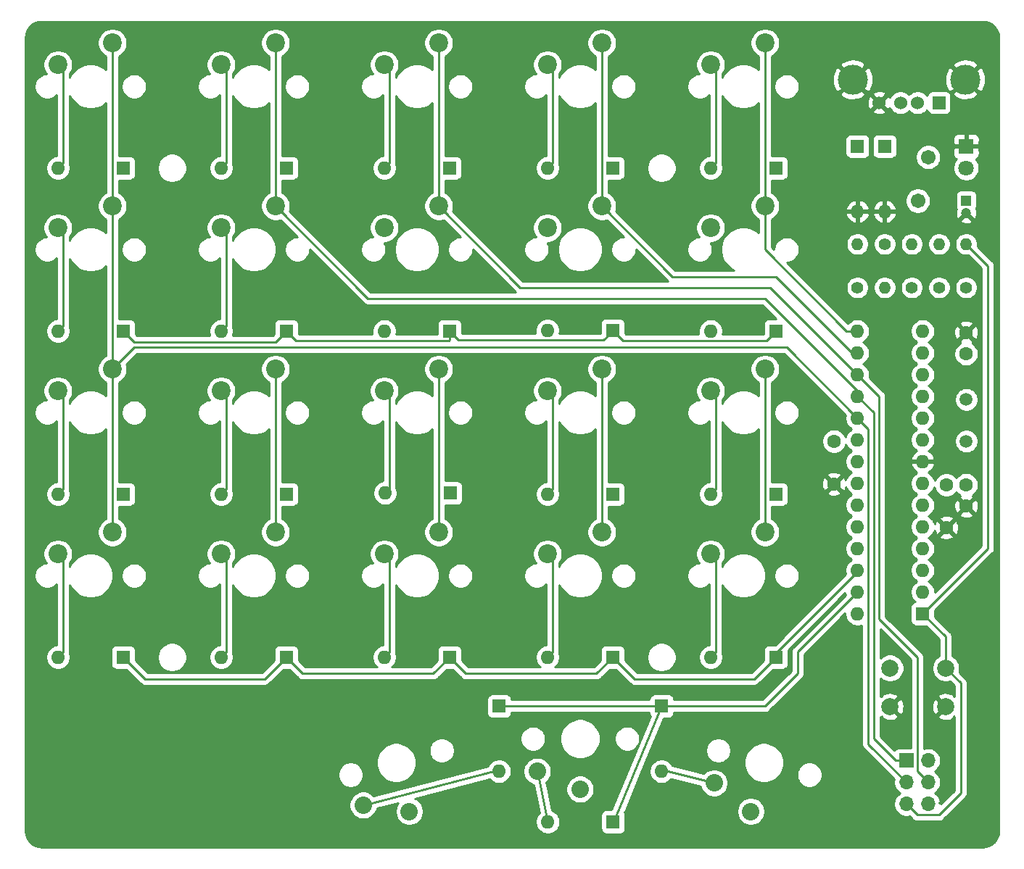
<source format=gbr>
%TF.GenerationSoftware,KiCad,Pcbnew,(5.1.6-0-10_14)*%
%TF.CreationDate,2020-09-02T17:46:37+08:00*%
%TF.ProjectId,EngineerPad,456e6769-6e65-4657-9250-61642e6b6963,v0.3*%
%TF.SameCoordinates,Original*%
%TF.FileFunction,Copper,L2,Bot*%
%TF.FilePolarity,Positive*%
%FSLAX46Y46*%
G04 Gerber Fmt 4.6, Leading zero omitted, Abs format (unit mm)*
G04 Created by KiCad (PCBNEW (5.1.6-0-10_14)) date 2020-09-02 17:46:37*
%MOMM*%
%LPD*%
G01*
G04 APERTURE LIST*
%TA.AperFunction,ComponentPad*%
%ADD10C,1.524000*%
%TD*%
%TA.AperFunction,ComponentPad*%
%ADD11R,1.524000X1.524000*%
%TD*%
%TA.AperFunction,ComponentPad*%
%ADD12C,3.500000*%
%TD*%
%TA.AperFunction,ComponentPad*%
%ADD13C,2.032000*%
%TD*%
%TA.AperFunction,ComponentPad*%
%ADD14C,2.200000*%
%TD*%
%TA.AperFunction,ComponentPad*%
%ADD15O,1.600000X1.600000*%
%TD*%
%TA.AperFunction,ComponentPad*%
%ADD16R,1.600000X1.600000*%
%TD*%
%TA.AperFunction,ComponentPad*%
%ADD17O,1.400000X1.400000*%
%TD*%
%TA.AperFunction,ComponentPad*%
%ADD18C,1.400000*%
%TD*%
%TA.AperFunction,ComponentPad*%
%ADD19R,1.700000X1.700000*%
%TD*%
%TA.AperFunction,ComponentPad*%
%ADD20O,1.700000X1.700000*%
%TD*%
%TA.AperFunction,ComponentPad*%
%ADD21C,1.710000*%
%TD*%
%TA.AperFunction,ComponentPad*%
%ADD22C,1.800000*%
%TD*%
%TA.AperFunction,ComponentPad*%
%ADD23R,1.800000X1.800000*%
%TD*%
%TA.AperFunction,ComponentPad*%
%ADD24C,1.500000*%
%TD*%
%TA.AperFunction,ComponentPad*%
%ADD25C,2.000000*%
%TD*%
%TA.AperFunction,ComponentPad*%
%ADD26C,1.600000*%
%TD*%
%TA.AperFunction,ComponentPad*%
%ADD27C,1.200000*%
%TD*%
%TA.AperFunction,ComponentPad*%
%ADD28R,1.200000X1.200000*%
%TD*%
%TA.AperFunction,Conductor*%
%ADD29C,0.250000*%
%TD*%
%TA.AperFunction,Conductor*%
%ADD30C,0.254000*%
%TD*%
G04 APERTURE END LIST*
D10*
%TO.P,J2,4*%
%TO.N,GND*%
X177360000Y-68405000D03*
%TO.P,J2,3*%
%TO.N,/DP*%
X179860000Y-68405000D03*
%TO.P,J2,2*%
%TO.N,/DN*%
X181860000Y-68405000D03*
D11*
%TO.P,J2,1*%
%TO.N,Net-(F1-Pad2)*%
X184360000Y-68405000D03*
D12*
%TO.P,J2,5*%
%TO.N,GND*%
X187430000Y-65695000D03*
X174290000Y-65695000D03*
%TD*%
D13*
%TO.P,SW22,2*%
%TO.N,Net-(D22-Pad2)*%
X137450000Y-146500000D03*
%TO.P,SW22,1*%
%TO.N,Col3*%
X142450000Y-148600000D03*
%TD*%
%TO.P,SW23,2*%
%TO.N,Net-(D23-Pad2)*%
X158099858Y-147870423D03*
%TO.P,SW23,1*%
%TO.N,Col4*%
X162385968Y-151192962D03*
%TD*%
%TO.P,SW21,2*%
%TO.N,Net-(D21-Pad2)*%
X117140883Y-150458613D03*
%TO.P,SW21,1*%
%TO.N,Col2*%
X122514032Y-151192962D03*
%TD*%
D14*
%TO.P,SW20,2*%
%TO.N,Net-(D20-Pad2)*%
X157690000Y-121110000D03*
%TO.P,SW20,1*%
%TO.N,Col4*%
X164040000Y-118570000D03*
%TD*%
%TO.P,SW19,2*%
%TO.N,Net-(D19-Pad2)*%
X138640000Y-121110000D03*
%TO.P,SW19,1*%
%TO.N,Col3*%
X144990000Y-118570000D03*
%TD*%
%TO.P,SW18,2*%
%TO.N,Net-(D18-Pad2)*%
X119590000Y-121110000D03*
%TO.P,SW18,1*%
%TO.N,Col2*%
X125940000Y-118570000D03*
%TD*%
%TO.P,SW17,2*%
%TO.N,Net-(D17-Pad2)*%
X100540000Y-121110000D03*
%TO.P,SW17,1*%
%TO.N,Col1*%
X106890000Y-118570000D03*
%TD*%
%TO.P,SW16,2*%
%TO.N,Net-(D16-Pad2)*%
X81490000Y-121110000D03*
%TO.P,SW16,1*%
%TO.N,Col0*%
X87840000Y-118570000D03*
%TD*%
%TO.P,SW15,2*%
%TO.N,Net-(D15-Pad2)*%
X157690000Y-102060000D03*
%TO.P,SW15,1*%
%TO.N,Col4*%
X164040000Y-99520000D03*
%TD*%
%TO.P,SW14,2*%
%TO.N,Net-(D14-Pad2)*%
X138640000Y-102060000D03*
%TO.P,SW14,1*%
%TO.N,Col3*%
X144990000Y-99520000D03*
%TD*%
%TO.P,SW13,2*%
%TO.N,Net-(D13-Pad2)*%
X119590000Y-102060000D03*
%TO.P,SW13,1*%
%TO.N,Col2*%
X125940000Y-99520000D03*
%TD*%
%TO.P,SW12,2*%
%TO.N,Net-(D12-Pad2)*%
X100540000Y-102060000D03*
%TO.P,SW12,1*%
%TO.N,Col1*%
X106890000Y-99520000D03*
%TD*%
%TO.P,SW11,2*%
%TO.N,Net-(D11-Pad2)*%
X81490000Y-102060000D03*
%TO.P,SW11,1*%
%TO.N,Col0*%
X87840000Y-99520000D03*
%TD*%
%TO.P,SW10,2*%
%TO.N,Net-(D10-Pad2)*%
X157690000Y-83010000D03*
%TO.P,SW10,1*%
%TO.N,Col4*%
X164040000Y-80470000D03*
%TD*%
%TO.P,SW9,2*%
%TO.N,Net-(D9-Pad2)*%
X138640000Y-83010000D03*
%TO.P,SW9,1*%
%TO.N,Col3*%
X144990000Y-80470000D03*
%TD*%
%TO.P,SW8,2*%
%TO.N,Net-(D8-Pad2)*%
X119590000Y-83010000D03*
%TO.P,SW8,1*%
%TO.N,Col2*%
X125940000Y-80470000D03*
%TD*%
%TO.P,SW7,2*%
%TO.N,Net-(D7-Pad2)*%
X100540000Y-83010000D03*
%TO.P,SW7,1*%
%TO.N,Col1*%
X106890000Y-80470000D03*
%TD*%
%TO.P,SW6,2*%
%TO.N,Net-(D6-Pad2)*%
X81490000Y-83010000D03*
%TO.P,SW6,1*%
%TO.N,Col0*%
X87840000Y-80470000D03*
%TD*%
%TO.P,SW5,2*%
%TO.N,Net-(D5-Pad2)*%
X157690000Y-63960000D03*
%TO.P,SW5,1*%
%TO.N,Col4*%
X164040000Y-61420000D03*
%TD*%
%TO.P,SW4,2*%
%TO.N,Net-(D4-Pad2)*%
X138640000Y-63960000D03*
%TO.P,SW4,1*%
%TO.N,Col3*%
X144990000Y-61420000D03*
%TD*%
%TO.P,SW3,2*%
%TO.N,Net-(D3-Pad2)*%
X119590000Y-63960000D03*
%TO.P,SW3,1*%
%TO.N,Col2*%
X125940000Y-61420000D03*
%TD*%
%TO.P,SW2,2*%
%TO.N,Net-(D2-Pad2)*%
X100540000Y-63960000D03*
%TO.P,SW2,1*%
%TO.N,Col1*%
X106890000Y-61420000D03*
%TD*%
%TO.P,SW1,2*%
%TO.N,Net-(D1-Pad2)*%
X81490000Y-63960000D03*
%TO.P,SW1,1*%
%TO.N,Col0*%
X87840000Y-61420000D03*
%TD*%
D15*
%TO.P,D23,2*%
%TO.N,Net-(D23-Pad2)*%
X151975000Y-146510000D03*
D16*
%TO.P,D23,1*%
%TO.N,Row4*%
X151975000Y-138890000D03*
%TD*%
D15*
%TO.P,D22,2*%
%TO.N,Net-(D22-Pad2)*%
X138690000Y-152400000D03*
D16*
%TO.P,D22,1*%
%TO.N,Row4*%
X146310000Y-152400000D03*
%TD*%
D15*
%TO.P,D21,2*%
%TO.N,Net-(D21-Pad2)*%
X133000000Y-146510000D03*
D16*
%TO.P,D21,1*%
%TO.N,Row4*%
X133000000Y-138890000D03*
%TD*%
D15*
%TO.P,D20,2*%
%TO.N,Net-(D20-Pad2)*%
X157690000Y-133175000D03*
D16*
%TO.P,D20,1*%
%TO.N,Row3*%
X165310000Y-133175000D03*
%TD*%
D15*
%TO.P,D19,2*%
%TO.N,Net-(D19-Pad2)*%
X138640000Y-133175000D03*
D16*
%TO.P,D19,1*%
%TO.N,Row3*%
X146260000Y-133175000D03*
%TD*%
D15*
%TO.P,D18,2*%
%TO.N,Net-(D18-Pad2)*%
X119590000Y-133175000D03*
D16*
%TO.P,D18,1*%
%TO.N,Row3*%
X127210000Y-133175000D03*
%TD*%
D15*
%TO.P,D17,2*%
%TO.N,Net-(D17-Pad2)*%
X100540000Y-133175000D03*
D16*
%TO.P,D17,1*%
%TO.N,Row3*%
X108160000Y-133175000D03*
%TD*%
D15*
%TO.P,D16,2*%
%TO.N,Net-(D16-Pad2)*%
X81490000Y-133175000D03*
D16*
%TO.P,D16,1*%
%TO.N,Row3*%
X89110000Y-133175000D03*
%TD*%
D15*
%TO.P,D15,2*%
%TO.N,Net-(D15-Pad2)*%
X157690000Y-114125000D03*
D16*
%TO.P,D15,1*%
%TO.N,Row2*%
X165310000Y-114125000D03*
%TD*%
D15*
%TO.P,D14,2*%
%TO.N,Net-(D14-Pad2)*%
X138640000Y-114125000D03*
D16*
%TO.P,D14,1*%
%TO.N,Row2*%
X146260000Y-114125000D03*
%TD*%
D15*
%TO.P,D13,2*%
%TO.N,Net-(D13-Pad2)*%
X119690000Y-114000000D03*
D16*
%TO.P,D13,1*%
%TO.N,Row2*%
X127310000Y-114000000D03*
%TD*%
D15*
%TO.P,D12,2*%
%TO.N,Net-(D12-Pad2)*%
X100540000Y-114125000D03*
D16*
%TO.P,D12,1*%
%TO.N,Row2*%
X108160000Y-114125000D03*
%TD*%
D15*
%TO.P,D11,2*%
%TO.N,Net-(D11-Pad2)*%
X81490000Y-114125000D03*
D16*
%TO.P,D11,1*%
%TO.N,Row2*%
X89110000Y-114125000D03*
%TD*%
D15*
%TO.P,D10,2*%
%TO.N,Net-(D10-Pad2)*%
X157690000Y-95075000D03*
D16*
%TO.P,D10,1*%
%TO.N,Row1*%
X165310000Y-95075000D03*
%TD*%
D15*
%TO.P,D9,2*%
%TO.N,Net-(D9-Pad2)*%
X138640000Y-95000000D03*
D16*
%TO.P,D9,1*%
%TO.N,Row1*%
X146260000Y-95000000D03*
%TD*%
D15*
%TO.P,D8,2*%
%TO.N,Net-(D8-Pad2)*%
X119590000Y-95075000D03*
D16*
%TO.P,D8,1*%
%TO.N,Row1*%
X127210000Y-95075000D03*
%TD*%
D15*
%TO.P,D7,2*%
%TO.N,Net-(D7-Pad2)*%
X100540000Y-95075000D03*
D16*
%TO.P,D7,1*%
%TO.N,Row1*%
X108160000Y-95075000D03*
%TD*%
D15*
%TO.P,D6,2*%
%TO.N,Net-(D6-Pad2)*%
X81490000Y-95075000D03*
D16*
%TO.P,D6,1*%
%TO.N,Row1*%
X89110000Y-95075000D03*
%TD*%
D15*
%TO.P,D5,2*%
%TO.N,Net-(D5-Pad2)*%
X157690000Y-76025000D03*
D16*
%TO.P,D5,1*%
%TO.N,Row0*%
X165310000Y-76025000D03*
%TD*%
D15*
%TO.P,D4,2*%
%TO.N,Net-(D4-Pad2)*%
X138640000Y-76025000D03*
D16*
%TO.P,D4,1*%
%TO.N,Row0*%
X146260000Y-76025000D03*
%TD*%
D15*
%TO.P,D3,2*%
%TO.N,Net-(D3-Pad2)*%
X119590000Y-76025000D03*
D16*
%TO.P,D3,1*%
%TO.N,Row0*%
X127210000Y-76025000D03*
%TD*%
D15*
%TO.P,D2,2*%
%TO.N,Net-(D2-Pad2)*%
X100540000Y-76025000D03*
D16*
%TO.P,D2,1*%
%TO.N,Row0*%
X108160000Y-76025000D03*
%TD*%
D15*
%TO.P,D1,2*%
%TO.N,Net-(D1-Pad2)*%
X81490000Y-76025000D03*
D16*
%TO.P,D1,1*%
%TO.N,Row0*%
X89110000Y-76025000D03*
%TD*%
D17*
%TO.P,R6,2*%
%TO.N,Net-(D26-Pad2)*%
X184360000Y-84915000D03*
D18*
%TO.P,R6,1*%
%TO.N,+5V*%
X184360000Y-89995000D03*
%TD*%
D17*
%TO.P,R3,2*%
%TO.N,/DN*%
X181185000Y-84915000D03*
D18*
%TO.P,R3,1*%
%TO.N,+5V*%
X181185000Y-89995000D03*
%TD*%
D17*
%TO.P,R1,2*%
%TO.N,/DP*%
X174835000Y-84915000D03*
D18*
%TO.P,R1,1*%
%TO.N,D+*%
X174835000Y-89995000D03*
%TD*%
D17*
%TO.P,R2,2*%
%TO.N,D-*%
X178010000Y-89995000D03*
D18*
%TO.P,R2,1*%
%TO.N,/DN*%
X178010000Y-84915000D03*
%TD*%
D17*
%TO.P,R5,2*%
%TO.N,Reset*%
X187535000Y-84915000D03*
D18*
%TO.P,R5,1*%
%TO.N,+5V*%
X187535000Y-89995000D03*
%TD*%
D19*
%TO.P,J1,1*%
%TO.N,Col1*%
X180550000Y-145240000D03*
D20*
%TO.P,J1,2*%
%TO.N,+5V*%
X183090000Y-145240000D03*
%TO.P,J1,3*%
%TO.N,Col0*%
X180550000Y-147780000D03*
%TO.P,J1,4*%
%TO.N,Col2*%
X183090000Y-147780000D03*
%TO.P,J1,5*%
%TO.N,Reset*%
X180550000Y-150320000D03*
%TO.P,J1,6*%
%TO.N,GND*%
X183090000Y-150320000D03*
%TD*%
D15*
%TO.P,U1,28*%
%TO.N,N/C*%
X174835000Y-128095000D03*
%TO.P,U1,14*%
X182455000Y-95075000D03*
%TO.P,U1,27*%
%TO.N,Row4*%
X174835000Y-125555000D03*
%TO.P,U1,13*%
%TO.N,N/C*%
X182455000Y-97615000D03*
%TO.P,U1,26*%
%TO.N,Row3*%
X174835000Y-123015000D03*
%TO.P,U1,12*%
%TO.N,N/C*%
X182455000Y-100155000D03*
%TO.P,U1,25*%
%TO.N,Row2*%
X174835000Y-120475000D03*
%TO.P,U1,11*%
%TO.N,N/C*%
X182455000Y-102695000D03*
%TO.P,U1,24*%
%TO.N,Row1*%
X174835000Y-117935000D03*
%TO.P,U1,10*%
%TO.N,Net-(C1-Pad2)*%
X182455000Y-105235000D03*
%TO.P,U1,23*%
%TO.N,Row0*%
X174835000Y-115395000D03*
%TO.P,U1,9*%
%TO.N,Net-(C2-Pad2)*%
X182455000Y-107775000D03*
%TO.P,U1,22*%
%TO.N,GND*%
X174835000Y-112855000D03*
%TO.P,U1,8*%
X182455000Y-110315000D03*
%TO.P,U1,21*%
%TO.N,N/C*%
X174835000Y-110315000D03*
%TO.P,U1,7*%
%TO.N,+5V*%
X182455000Y-112855000D03*
%TO.P,U1,20*%
X174835000Y-107775000D03*
%TO.P,U1,6*%
%TO.N,N/C*%
X182455000Y-115395000D03*
%TO.P,U1,19*%
%TO.N,Col0*%
X174835000Y-105235000D03*
%TO.P,U1,5*%
%TO.N,D-*%
X182455000Y-117935000D03*
%TO.P,U1,18*%
%TO.N,Col1*%
X174835000Y-102695000D03*
%TO.P,U1,4*%
%TO.N,D+*%
X182455000Y-120475000D03*
%TO.P,U1,17*%
%TO.N,Col2*%
X174835000Y-100155000D03*
%TO.P,U1,3*%
%TO.N,N/C*%
X182455000Y-123015000D03*
%TO.P,U1,16*%
%TO.N,Col3*%
X174835000Y-97615000D03*
%TO.P,U1,2*%
%TO.N,N/C*%
X182455000Y-125555000D03*
%TO.P,U1,15*%
%TO.N,Col4*%
X174835000Y-95075000D03*
D16*
%TO.P,U1,1*%
%TO.N,Reset*%
X182455000Y-128095000D03*
%TD*%
D21*
%TO.P,F1,2*%
%TO.N,Net-(F1-Pad2)*%
X183090000Y-74755000D03*
%TO.P,F1,1*%
%TO.N,+5V*%
X181890000Y-79855000D03*
%TD*%
D22*
%TO.P,D26,2*%
%TO.N,Net-(D26-Pad2)*%
X187535000Y-76025000D03*
D23*
%TO.P,D26,1*%
%TO.N,GND*%
X187535000Y-73485000D03*
%TD*%
D24*
%TO.P,Y1,2*%
%TO.N,Net-(C1-Pad2)*%
X187535000Y-103070000D03*
%TO.P,Y1,1*%
%TO.N,Net-(C2-Pad2)*%
X187535000Y-107950000D03*
%TD*%
D25*
%TO.P,Reset1,1*%
%TO.N,Reset*%
X185145000Y-134445000D03*
%TO.P,Reset1,2*%
%TO.N,GND*%
X185145000Y-138945000D03*
%TO.P,Reset1,1*%
%TO.N,Reset*%
X178645000Y-134445000D03*
%TO.P,Reset1,2*%
%TO.N,GND*%
X178645000Y-138945000D03*
%TD*%
D15*
%TO.P,D25,2*%
%TO.N,GND*%
X178010000Y-81105000D03*
D16*
%TO.P,D25,1*%
%TO.N,/DN*%
X178010000Y-73485000D03*
%TD*%
D15*
%TO.P,D24,2*%
%TO.N,GND*%
X174835000Y-81105000D03*
D16*
%TO.P,D24,1*%
%TO.N,/DP*%
X174835000Y-73485000D03*
%TD*%
D26*
%TO.P,C5,2*%
%TO.N,GND*%
X172092000Y-112950000D03*
%TO.P,C5,1*%
%TO.N,+5V*%
X172092000Y-107950000D03*
%TD*%
%TO.P,C4,2*%
%TO.N,GND*%
X185224000Y-118037000D03*
%TO.P,C4,1*%
%TO.N,+5V*%
X185224000Y-113037000D03*
%TD*%
D27*
%TO.P,C3,2*%
%TO.N,GND*%
X187535000Y-81335000D03*
D28*
%TO.P,C3,1*%
%TO.N,+5V*%
X187535000Y-79835000D03*
%TD*%
D26*
%TO.P,C2,2*%
%TO.N,Net-(C2-Pad2)*%
X187535000Y-113030000D03*
%TO.P,C2,1*%
%TO.N,GND*%
X187535000Y-115530000D03*
%TD*%
%TO.P,C1,2*%
%TO.N,Net-(C1-Pad2)*%
X187535000Y-97750000D03*
%TO.P,C1,1*%
%TO.N,GND*%
X187535000Y-95250000D03*
%TD*%
D29*
%TO.N,Net-(D1-Pad2)*%
X82125000Y-75390000D02*
X81490000Y-76025000D01*
X81490000Y-63960000D02*
X82125000Y-64595000D01*
X82125000Y-64595000D02*
X82125000Y-75390000D01*
%TO.N,Net-(D4-Pad2)*%
X139275000Y-64595000D02*
X139275000Y-75390000D01*
X139275000Y-75390000D02*
X138640000Y-76025000D01*
X138640000Y-63960000D02*
X139275000Y-64595000D01*
%TO.N,Net-(D5-Pad2)*%
X158325000Y-64595000D02*
X158325000Y-75390000D01*
X158325000Y-75390000D02*
X157690000Y-76025000D01*
X157690000Y-63960000D02*
X158325000Y-64595000D01*
%TO.N,Row1*%
X146260000Y-95000000D02*
X146260000Y-95075000D01*
X128260001Y-96125001D02*
X127210000Y-95075000D01*
X145209999Y-96125001D02*
X128260001Y-96125001D01*
X146260000Y-95075000D02*
X145209999Y-96125001D01*
X109285001Y-96200001D02*
X108160000Y-95075000D01*
X127134999Y-96200001D02*
X109285001Y-96200001D01*
X127210000Y-96125000D02*
X127134999Y-96200001D01*
X127210000Y-95075000D02*
X127210000Y-96125000D01*
X90380000Y-96345000D02*
X89110000Y-95075000D01*
X106890000Y-96345000D02*
X90380000Y-96345000D01*
X108160000Y-95075000D02*
X106890000Y-96345000D01*
X147460001Y-96200001D02*
X146260000Y-95000000D01*
X164184999Y-96200001D02*
X147460001Y-96200001D01*
X165310000Y-95075000D02*
X164184999Y-96200001D01*
%TO.N,Net-(D6-Pad2)*%
X82125000Y-94440000D02*
X81490000Y-95075000D01*
X81490000Y-83010000D02*
X82125000Y-83645000D01*
X82125000Y-83645000D02*
X82125000Y-94440000D01*
%TO.N,Net-(D7-Pad2)*%
X101175000Y-83645000D02*
X101175000Y-94440000D01*
X100540000Y-83010000D02*
X101175000Y-83645000D01*
X101175000Y-94440000D02*
X100540000Y-95075000D01*
%TO.N,Net-(D11-Pad2)*%
X82125000Y-113490000D02*
X81490000Y-114125000D01*
X81490000Y-102060000D02*
X82125000Y-102695000D01*
X82125000Y-102695000D02*
X82125000Y-113490000D01*
%TO.N,Net-(D12-Pad2)*%
X101175000Y-113490000D02*
X100540000Y-114125000D01*
X100540000Y-102060000D02*
X101175000Y-102695000D01*
X101175000Y-102695000D02*
X101175000Y-113490000D01*
%TO.N,Net-(D13-Pad2)*%
X120225000Y-113465000D02*
X119690000Y-114000000D01*
X119590000Y-102060000D02*
X120225000Y-102695000D01*
X120225000Y-102695000D02*
X120225000Y-113465000D01*
%TO.N,Net-(D14-Pad2)*%
X139275000Y-113490000D02*
X138640000Y-114125000D01*
X138640000Y-102060000D02*
X139275000Y-102695000D01*
X139275000Y-102695000D02*
X139275000Y-113490000D01*
%TO.N,Net-(D15-Pad2)*%
X158325000Y-102695000D02*
X158325000Y-113490000D01*
X157690000Y-102060000D02*
X158325000Y-102695000D01*
X158325000Y-113490000D02*
X157690000Y-114125000D01*
%TO.N,Row3*%
X165310000Y-132715000D02*
X174835000Y-123190000D01*
X165310000Y-133175000D02*
X165310000Y-132715000D01*
X144355000Y-135080000D02*
X146260000Y-133175000D01*
X129115000Y-135080000D02*
X144355000Y-135080000D01*
X127210000Y-133175000D02*
X129115000Y-135080000D01*
X127210000Y-133175000D02*
X125305000Y-135080000D01*
X110065000Y-135080000D02*
X108160000Y-133175000D01*
X125305000Y-135080000D02*
X110065000Y-135080000D01*
X91650000Y-135715000D02*
X89110000Y-133175000D01*
X105620000Y-135715000D02*
X91650000Y-135715000D01*
X108160000Y-133175000D02*
X105620000Y-135715000D01*
X148800000Y-135715000D02*
X162770000Y-135715000D01*
X162770000Y-135715000D02*
X165310000Y-133175000D01*
X146260000Y-133175000D02*
X148800000Y-135715000D01*
%TO.N,Net-(D16-Pad2)*%
X82125000Y-121745000D02*
X82125000Y-132540000D01*
X82125000Y-132540000D02*
X81490000Y-133175000D01*
X81490000Y-121110000D02*
X82125000Y-121745000D01*
%TO.N,Row4*%
X151975000Y-138890000D02*
X146285000Y-152600000D01*
X151975000Y-138890000D02*
X164040000Y-138890000D01*
X133175000Y-138890000D02*
X151975000Y-138890000D01*
X174660000Y-125730000D02*
X174835000Y-125730000D01*
X167850000Y-132540000D02*
X174660000Y-125730000D01*
X167850000Y-135080000D02*
X167850000Y-132540000D01*
X164065000Y-138865000D02*
X167850000Y-135080000D01*
%TO.N,Net-(D17-Pad2)*%
X101175000Y-132540000D02*
X100540000Y-133175000D01*
X100540000Y-121110000D02*
X101175000Y-121745000D01*
X101175000Y-121745000D02*
X101175000Y-132540000D01*
%TO.N,Net-(D18-Pad2)*%
X120225000Y-121745000D02*
X120225000Y-132540000D01*
X119590000Y-121110000D02*
X120225000Y-121745000D01*
X120225000Y-132540000D02*
X119590000Y-133175000D01*
%TO.N,Net-(D19-Pad2)*%
X139275000Y-132540000D02*
X138640000Y-133175000D01*
X138640000Y-121110000D02*
X139275000Y-121745000D01*
X139275000Y-121745000D02*
X139275000Y-132540000D01*
%TO.N,Net-(D20-Pad2)*%
X158325000Y-132540000D02*
X157690000Y-133175000D01*
X157690000Y-121110000D02*
X158325000Y-121745000D01*
X158325000Y-121745000D02*
X158325000Y-132540000D01*
%TO.N,Net-(D21-Pad2)*%
X117140883Y-150458613D02*
X133000000Y-146310000D01*
%TO.N,Net-(D22-Pad2)*%
X137450000Y-146500000D02*
X138690000Y-152400000D01*
%TO.N,Net-(D23-Pad2)*%
X152000000Y-146310000D02*
X158099858Y-147870423D01*
%TO.N,Reset*%
X190075000Y-120475000D02*
X182455000Y-128095000D01*
X190075000Y-87455000D02*
X190075000Y-120475000D01*
X187535000Y-84915000D02*
X190075000Y-87455000D01*
X184360000Y-151590000D02*
X181820000Y-151590000D01*
X182455000Y-128095000D02*
X185145000Y-130785000D01*
X186900000Y-149050000D02*
X184360000Y-151590000D01*
X186900000Y-136200000D02*
X186900000Y-149050000D01*
X181820000Y-151590000D02*
X180550000Y-150320000D01*
X185145000Y-130785000D02*
X185145000Y-134445000D01*
X185145000Y-134445000D02*
X186900000Y-136200000D01*
%TO.N,Col0*%
X87840000Y-61420000D02*
X87840000Y-80470000D01*
X87840000Y-99520000D02*
X87840000Y-118570000D01*
X87840000Y-80470000D02*
X87840000Y-99520000D01*
X166580000Y-96980000D02*
X90380000Y-96980000D01*
X174835000Y-105235000D02*
X166580000Y-96980000D01*
X90380000Y-96980000D02*
X87840000Y-99520000D01*
X176105000Y-106505000D02*
X174835000Y-105235000D01*
X176105000Y-143335000D02*
X176105000Y-106505000D01*
X180550000Y-147780000D02*
X176105000Y-143335000D01*
%TO.N,Col1*%
X106890000Y-61420000D02*
X106890000Y-80470000D01*
X106890000Y-99520000D02*
X106890000Y-118570000D01*
X106890000Y-80470000D02*
X106890000Y-81105000D01*
X117685000Y-91265000D02*
X106890000Y-80470000D01*
X164040000Y-91265000D02*
X117685000Y-91265000D01*
X174835000Y-102060000D02*
X164040000Y-91265000D01*
X174835000Y-102695000D02*
X174835000Y-102060000D01*
X176740000Y-104600000D02*
X174835000Y-102695000D01*
X176740000Y-142700000D02*
X176740000Y-104600000D01*
X179280000Y-145240000D02*
X176740000Y-142700000D01*
X180550000Y-145240000D02*
X179280000Y-145240000D01*
%TO.N,Col2*%
X125940000Y-61420000D02*
X125940000Y-80470000D01*
X125940000Y-99520000D02*
X125940000Y-118570000D01*
X164040000Y-89995000D02*
X163855010Y-89995000D01*
X135465000Y-89995000D02*
X125940000Y-80470000D01*
X163855010Y-89995000D02*
X135465000Y-89995000D01*
X174835000Y-100155000D02*
X164675000Y-89995000D01*
X164675000Y-89995000D02*
X163855010Y-89995000D01*
X177375000Y-102695000D02*
X174835000Y-100155000D01*
X177375000Y-128730000D02*
X177375000Y-102695000D01*
X181820000Y-146510000D02*
X181820000Y-133175000D01*
X181820000Y-133175000D02*
X177375000Y-128730000D01*
X183090000Y-147780000D02*
X181820000Y-146510000D01*
%TO.N,Col3*%
X144990000Y-61420000D02*
X144990000Y-80470000D01*
X144990000Y-99520000D02*
X144990000Y-118570000D01*
X153245000Y-88725000D02*
X144990000Y-80470000D01*
X165310000Y-88725000D02*
X153245000Y-88725000D01*
X174200000Y-97615000D02*
X165310000Y-88725000D01*
X174835000Y-97615000D02*
X174200000Y-97615000D01*
%TO.N,Col4*%
X164040000Y-61420000D02*
X164040000Y-80470000D01*
X164040000Y-99520000D02*
X164040000Y-118570000D01*
X164040000Y-85550000D02*
X164040000Y-80470000D01*
X173565000Y-95075000D02*
X164040000Y-85550000D01*
X174835000Y-95075000D02*
X173565000Y-95075000D01*
%TO.N,Net-(D2-Pad2)*%
X101175000Y-75390000D02*
X100540000Y-76025000D01*
X100540000Y-63960000D02*
X101175000Y-64595000D01*
X101175000Y-64595000D02*
X101175000Y-75390000D01*
%TO.N,Net-(D3-Pad2)*%
X120225000Y-75390000D02*
X119590000Y-76025000D01*
X120225000Y-64595000D02*
X120225000Y-75390000D01*
X119590000Y-63960000D02*
X120225000Y-64595000D01*
%TD*%
D30*
%TO.N,GND*%
G36*
X189804545Y-58943909D02*
G01*
X190155208Y-59049780D01*
X190478625Y-59221744D01*
X190762484Y-59453254D01*
X190995965Y-59735486D01*
X191170183Y-60057695D01*
X191278502Y-60407614D01*
X191320001Y-60802452D01*
X191320000Y-153462721D01*
X191281091Y-153859545D01*
X191175220Y-154210206D01*
X191003257Y-154533623D01*
X190771748Y-154817482D01*
X190489514Y-155050965D01*
X190167304Y-155225184D01*
X189817385Y-155333502D01*
X189422557Y-155375000D01*
X79617279Y-155375000D01*
X79220455Y-155336091D01*
X78869794Y-155230220D01*
X78546377Y-155058257D01*
X78262518Y-154826748D01*
X78029035Y-154544514D01*
X77854816Y-154222304D01*
X77746498Y-153872385D01*
X77705000Y-153477557D01*
X77705000Y-150296004D01*
X115489883Y-150296004D01*
X115489883Y-150621222D01*
X115553330Y-150940192D01*
X115677786Y-151240655D01*
X115858468Y-151511064D01*
X116088432Y-151741028D01*
X116358841Y-151921710D01*
X116659304Y-152046166D01*
X116978274Y-152109613D01*
X117303492Y-152109613D01*
X117622462Y-152046166D01*
X117922925Y-151921710D01*
X118193334Y-151741028D01*
X118423298Y-151511064D01*
X118603980Y-151240655D01*
X118728436Y-150940192D01*
X118751789Y-150822786D01*
X121204432Y-150181195D01*
X121050935Y-150410920D01*
X120926479Y-150711383D01*
X120863032Y-151030353D01*
X120863032Y-151355571D01*
X120926479Y-151674541D01*
X121050935Y-151975004D01*
X121231617Y-152245413D01*
X121461581Y-152475377D01*
X121731990Y-152656059D01*
X122032453Y-152780515D01*
X122351423Y-152843962D01*
X122676641Y-152843962D01*
X122995611Y-152780515D01*
X123296074Y-152656059D01*
X123566483Y-152475377D01*
X123796447Y-152245413D01*
X123977129Y-151975004D01*
X124101585Y-151674541D01*
X124165032Y-151355571D01*
X124165032Y-151030353D01*
X124101585Y-150711383D01*
X123977129Y-150410920D01*
X123796447Y-150140511D01*
X123566483Y-149910547D01*
X123296074Y-149729865D01*
X123154280Y-149671132D01*
X131863974Y-147392749D01*
X131885363Y-147424759D01*
X132085241Y-147624637D01*
X132320273Y-147781680D01*
X132581426Y-147889853D01*
X132858665Y-147945000D01*
X133141335Y-147945000D01*
X133418574Y-147889853D01*
X133679727Y-147781680D01*
X133914759Y-147624637D01*
X134114637Y-147424759D01*
X134271680Y-147189727D01*
X134379853Y-146928574D01*
X134435000Y-146651335D01*
X134435000Y-146368665D01*
X134428780Y-146337391D01*
X135799000Y-146337391D01*
X135799000Y-146662609D01*
X135862447Y-146981579D01*
X135986903Y-147282042D01*
X136167585Y-147552451D01*
X136397549Y-147782415D01*
X136667958Y-147963097D01*
X136968421Y-148087553D01*
X137008738Y-148095572D01*
X137695825Y-151364779D01*
X137575363Y-151485241D01*
X137418320Y-151720273D01*
X137310147Y-151981426D01*
X137255000Y-152258665D01*
X137255000Y-152541335D01*
X137310147Y-152818574D01*
X137418320Y-153079727D01*
X137575363Y-153314759D01*
X137775241Y-153514637D01*
X138010273Y-153671680D01*
X138271426Y-153779853D01*
X138548665Y-153835000D01*
X138831335Y-153835000D01*
X139108574Y-153779853D01*
X139369727Y-153671680D01*
X139604759Y-153514637D01*
X139804637Y-153314759D01*
X139961680Y-153079727D01*
X140069853Y-152818574D01*
X140125000Y-152541335D01*
X140125000Y-152258665D01*
X140069853Y-151981426D01*
X139961680Y-151720273D01*
X139804637Y-151485241D01*
X139604759Y-151285363D01*
X139369727Y-151128320D01*
X139183087Y-151051011D01*
X138633784Y-148437391D01*
X140799000Y-148437391D01*
X140799000Y-148762609D01*
X140862447Y-149081579D01*
X140986903Y-149382042D01*
X141167585Y-149652451D01*
X141397549Y-149882415D01*
X141667958Y-150063097D01*
X141968421Y-150187553D01*
X142287391Y-150251000D01*
X142612609Y-150251000D01*
X142931579Y-150187553D01*
X143232042Y-150063097D01*
X143502451Y-149882415D01*
X143732415Y-149652451D01*
X143913097Y-149382042D01*
X144037553Y-149081579D01*
X144101000Y-148762609D01*
X144101000Y-148437391D01*
X144037553Y-148118421D01*
X143913097Y-147817958D01*
X143732415Y-147547549D01*
X143502451Y-147317585D01*
X143232042Y-147136903D01*
X142931579Y-147012447D01*
X142612609Y-146949000D01*
X142287391Y-146949000D01*
X141968421Y-147012447D01*
X141667958Y-147136903D01*
X141397549Y-147317585D01*
X141167585Y-147547549D01*
X140986903Y-147817958D01*
X140862447Y-148118421D01*
X140799000Y-148437391D01*
X138633784Y-148437391D01*
X138496906Y-147786120D01*
X138502451Y-147782415D01*
X138732415Y-147552451D01*
X138913097Y-147282042D01*
X139037553Y-146981579D01*
X139101000Y-146662609D01*
X139101000Y-146337391D01*
X139037553Y-146018421D01*
X138913097Y-145717958D01*
X138732415Y-145447549D01*
X138502451Y-145217585D01*
X138232042Y-145036903D01*
X137931579Y-144912447D01*
X137612609Y-144849000D01*
X137287391Y-144849000D01*
X136968421Y-144912447D01*
X136667958Y-145036903D01*
X136397549Y-145217585D01*
X136167585Y-145447549D01*
X135986903Y-145717958D01*
X135862447Y-146018421D01*
X135799000Y-146337391D01*
X134428780Y-146337391D01*
X134379853Y-146091426D01*
X134271680Y-145830273D01*
X134114637Y-145595241D01*
X133914759Y-145395363D01*
X133679727Y-145238320D01*
X133418574Y-145130147D01*
X133141335Y-145075000D01*
X132858665Y-145075000D01*
X132581426Y-145130147D01*
X132320273Y-145238320D01*
X132085241Y-145395363D01*
X131885363Y-145595241D01*
X131728320Y-145830273D01*
X131715863Y-145860346D01*
X118368929Y-149351793D01*
X118193334Y-149176198D01*
X117922925Y-148995516D01*
X117622462Y-148871060D01*
X117303492Y-148807613D01*
X116978274Y-148807613D01*
X116659304Y-148871060D01*
X116358841Y-148995516D01*
X116088432Y-149176198D01*
X115858468Y-149406162D01*
X115677786Y-149676571D01*
X115553330Y-149977034D01*
X115489883Y-150296004D01*
X77705000Y-150296004D01*
X77705000Y-146771157D01*
X114188508Y-146771157D01*
X114188508Y-147063853D01*
X114245610Y-147350926D01*
X114357620Y-147621343D01*
X114520234Y-147864711D01*
X114727202Y-148071679D01*
X114970570Y-148234293D01*
X115240987Y-148346303D01*
X115528060Y-148403405D01*
X115820756Y-148403405D01*
X116107829Y-148346303D01*
X116378246Y-148234293D01*
X116621614Y-148071679D01*
X116828582Y-147864711D01*
X116991196Y-147621343D01*
X117103206Y-147350926D01*
X117160308Y-147063853D01*
X117160308Y-146771157D01*
X117103206Y-146484084D01*
X116991196Y-146213667D01*
X116828582Y-145970299D01*
X116621614Y-145763331D01*
X116378246Y-145600717D01*
X116107829Y-145488707D01*
X115820756Y-145431605D01*
X115528060Y-145431605D01*
X115240987Y-145488707D01*
X114970570Y-145600717D01*
X114727202Y-145763331D01*
X114520234Y-145970299D01*
X114357620Y-146213667D01*
X114245610Y-146484084D01*
X114188508Y-146771157D01*
X77705000Y-146771157D01*
X77705000Y-145262594D01*
X118637500Y-145262594D01*
X118637500Y-145725406D01*
X118727790Y-146179324D01*
X118904900Y-146606905D01*
X119162024Y-146991719D01*
X119489281Y-147318976D01*
X119874095Y-147576100D01*
X120301676Y-147753210D01*
X120755594Y-147843500D01*
X121218406Y-147843500D01*
X121672324Y-147753210D01*
X122099905Y-147576100D01*
X122484719Y-147318976D01*
X122811976Y-146991719D01*
X123069100Y-146606905D01*
X123246210Y-146179324D01*
X123336500Y-145725406D01*
X123336500Y-145262594D01*
X123246210Y-144808676D01*
X123069100Y-144381095D01*
X122811976Y-143996281D01*
X122739842Y-143924147D01*
X124813692Y-143924147D01*
X124813692Y-144216843D01*
X124870794Y-144503916D01*
X124982804Y-144774333D01*
X125145418Y-145017701D01*
X125352386Y-145224669D01*
X125595754Y-145387283D01*
X125866171Y-145499293D01*
X126153244Y-145556395D01*
X126445940Y-145556395D01*
X126733013Y-145499293D01*
X127003430Y-145387283D01*
X127246798Y-145224669D01*
X127453766Y-145017701D01*
X127616380Y-144774333D01*
X127728390Y-144503916D01*
X127785492Y-144216843D01*
X127785492Y-143924147D01*
X127728390Y-143637074D01*
X127616380Y-143366657D01*
X127453766Y-143123289D01*
X127246798Y-142916321D01*
X127003430Y-142753707D01*
X126733013Y-142641697D01*
X126445940Y-142584595D01*
X126153244Y-142584595D01*
X125866171Y-142641697D01*
X125595754Y-142753707D01*
X125352386Y-142916321D01*
X125145418Y-143123289D01*
X124982804Y-143366657D01*
X124870794Y-143637074D01*
X124813692Y-143924147D01*
X122739842Y-143924147D01*
X122484719Y-143669024D01*
X122099905Y-143411900D01*
X121672324Y-143234790D01*
X121218406Y-143144500D01*
X120755594Y-143144500D01*
X120301676Y-143234790D01*
X119874095Y-143411900D01*
X119489281Y-143669024D01*
X119162024Y-143996281D01*
X118904900Y-144381095D01*
X118727790Y-144808676D01*
X118637500Y-145262594D01*
X77705000Y-145262594D01*
X77705000Y-142553652D01*
X135464100Y-142553652D01*
X135464100Y-142846348D01*
X135521202Y-143133421D01*
X135633212Y-143403838D01*
X135795826Y-143647206D01*
X136002794Y-143854174D01*
X136246162Y-144016788D01*
X136516579Y-144128798D01*
X136803652Y-144185900D01*
X137096348Y-144185900D01*
X137383421Y-144128798D01*
X137653838Y-144016788D01*
X137897206Y-143854174D01*
X138104174Y-143647206D01*
X138266788Y-143403838D01*
X138378798Y-143133421D01*
X138435900Y-142846348D01*
X138435900Y-142553652D01*
X138418982Y-142468594D01*
X140100500Y-142468594D01*
X140100500Y-142931406D01*
X140190790Y-143385324D01*
X140367900Y-143812905D01*
X140625024Y-144197719D01*
X140952281Y-144524976D01*
X141337095Y-144782100D01*
X141764676Y-144959210D01*
X142218594Y-145049500D01*
X142681406Y-145049500D01*
X143135324Y-144959210D01*
X143562905Y-144782100D01*
X143947719Y-144524976D01*
X144274976Y-144197719D01*
X144532100Y-143812905D01*
X144709210Y-143385324D01*
X144799500Y-142931406D01*
X144799500Y-142553652D01*
X146464100Y-142553652D01*
X146464100Y-142846348D01*
X146521202Y-143133421D01*
X146633212Y-143403838D01*
X146795826Y-143647206D01*
X147002794Y-143854174D01*
X147246162Y-144016788D01*
X147516579Y-144128798D01*
X147803652Y-144185900D01*
X148096348Y-144185900D01*
X148383421Y-144128798D01*
X148653838Y-144016788D01*
X148897206Y-143854174D01*
X149104174Y-143647206D01*
X149266788Y-143403838D01*
X149378798Y-143133421D01*
X149435900Y-142846348D01*
X149435900Y-142553652D01*
X149378798Y-142266579D01*
X149266788Y-141996162D01*
X149104174Y-141752794D01*
X148897206Y-141545826D01*
X148653838Y-141383212D01*
X148383421Y-141271202D01*
X148096348Y-141214100D01*
X147803652Y-141214100D01*
X147516579Y-141271202D01*
X147246162Y-141383212D01*
X147002794Y-141545826D01*
X146795826Y-141752794D01*
X146633212Y-141996162D01*
X146521202Y-142266579D01*
X146464100Y-142553652D01*
X144799500Y-142553652D01*
X144799500Y-142468594D01*
X144709210Y-142014676D01*
X144532100Y-141587095D01*
X144274976Y-141202281D01*
X143947719Y-140875024D01*
X143562905Y-140617900D01*
X143135324Y-140440790D01*
X142681406Y-140350500D01*
X142218594Y-140350500D01*
X141764676Y-140440790D01*
X141337095Y-140617900D01*
X140952281Y-140875024D01*
X140625024Y-141202281D01*
X140367900Y-141587095D01*
X140190790Y-142014676D01*
X140100500Y-142468594D01*
X138418982Y-142468594D01*
X138378798Y-142266579D01*
X138266788Y-141996162D01*
X138104174Y-141752794D01*
X137897206Y-141545826D01*
X137653838Y-141383212D01*
X137383421Y-141271202D01*
X137096348Y-141214100D01*
X136803652Y-141214100D01*
X136516579Y-141271202D01*
X136246162Y-141383212D01*
X136002794Y-141545826D01*
X135795826Y-141752794D01*
X135633212Y-141996162D01*
X135521202Y-142266579D01*
X135464100Y-142553652D01*
X77705000Y-142553652D01*
X77705000Y-123503740D01*
X78735000Y-123503740D01*
X78735000Y-123796260D01*
X78792068Y-124083158D01*
X78904010Y-124353411D01*
X79066525Y-124596632D01*
X79273368Y-124803475D01*
X79516589Y-124965990D01*
X79786842Y-125077932D01*
X80073740Y-125135000D01*
X80366260Y-125135000D01*
X80653158Y-125077932D01*
X80923411Y-124965990D01*
X81166632Y-124803475D01*
X81365000Y-124605107D01*
X81365001Y-131740000D01*
X81348665Y-131740000D01*
X81071426Y-131795147D01*
X80810273Y-131903320D01*
X80575241Y-132060363D01*
X80375363Y-132260241D01*
X80218320Y-132495273D01*
X80110147Y-132756426D01*
X80055000Y-133033665D01*
X80055000Y-133316335D01*
X80110147Y-133593574D01*
X80218320Y-133854727D01*
X80375363Y-134089759D01*
X80575241Y-134289637D01*
X80810273Y-134446680D01*
X81071426Y-134554853D01*
X81348665Y-134610000D01*
X81631335Y-134610000D01*
X81908574Y-134554853D01*
X82169727Y-134446680D01*
X82404759Y-134289637D01*
X82604637Y-134089759D01*
X82761680Y-133854727D01*
X82869853Y-133593574D01*
X82925000Y-133316335D01*
X82925000Y-133033665D01*
X82869853Y-132756426D01*
X82860439Y-132733700D01*
X82874003Y-132688986D01*
X82885000Y-132577333D01*
X82888677Y-132540000D01*
X82885000Y-132502667D01*
X82885000Y-124705262D01*
X82964893Y-124898141D01*
X83253262Y-125329715D01*
X83620285Y-125696738D01*
X84051859Y-125985107D01*
X84531399Y-126183739D01*
X85040475Y-126285000D01*
X85559525Y-126285000D01*
X86068601Y-126183739D01*
X86548141Y-125985107D01*
X86979715Y-125696738D01*
X87346738Y-125329715D01*
X87635107Y-124898141D01*
X87833739Y-124418601D01*
X87935000Y-123909525D01*
X87935000Y-123503740D01*
X88895000Y-123503740D01*
X88895000Y-123796260D01*
X88952068Y-124083158D01*
X89064010Y-124353411D01*
X89226525Y-124596632D01*
X89433368Y-124803475D01*
X89676589Y-124965990D01*
X89946842Y-125077932D01*
X90233740Y-125135000D01*
X90526260Y-125135000D01*
X90813158Y-125077932D01*
X91083411Y-124965990D01*
X91326632Y-124803475D01*
X91533475Y-124596632D01*
X91695990Y-124353411D01*
X91807932Y-124083158D01*
X91865000Y-123796260D01*
X91865000Y-123503740D01*
X97785000Y-123503740D01*
X97785000Y-123796260D01*
X97842068Y-124083158D01*
X97954010Y-124353411D01*
X98116525Y-124596632D01*
X98323368Y-124803475D01*
X98566589Y-124965990D01*
X98836842Y-125077932D01*
X99123740Y-125135000D01*
X99416260Y-125135000D01*
X99703158Y-125077932D01*
X99973411Y-124965990D01*
X100216632Y-124803475D01*
X100415000Y-124605107D01*
X100415001Y-131740000D01*
X100398665Y-131740000D01*
X100121426Y-131795147D01*
X99860273Y-131903320D01*
X99625241Y-132060363D01*
X99425363Y-132260241D01*
X99268320Y-132495273D01*
X99160147Y-132756426D01*
X99105000Y-133033665D01*
X99105000Y-133316335D01*
X99160147Y-133593574D01*
X99268320Y-133854727D01*
X99425363Y-134089759D01*
X99625241Y-134289637D01*
X99860273Y-134446680D01*
X100121426Y-134554853D01*
X100398665Y-134610000D01*
X100681335Y-134610000D01*
X100958574Y-134554853D01*
X101219727Y-134446680D01*
X101454759Y-134289637D01*
X101654637Y-134089759D01*
X101811680Y-133854727D01*
X101919853Y-133593574D01*
X101975000Y-133316335D01*
X101975000Y-133033665D01*
X101919853Y-132756426D01*
X101910439Y-132733700D01*
X101924003Y-132688986D01*
X101935000Y-132577333D01*
X101938677Y-132540000D01*
X101935000Y-132502667D01*
X101935000Y-124705262D01*
X102014893Y-124898141D01*
X102303262Y-125329715D01*
X102670285Y-125696738D01*
X103101859Y-125985107D01*
X103581399Y-126183739D01*
X104090475Y-126285000D01*
X104609525Y-126285000D01*
X105118601Y-126183739D01*
X105598141Y-125985107D01*
X106029715Y-125696738D01*
X106396738Y-125329715D01*
X106685107Y-124898141D01*
X106883739Y-124418601D01*
X106985000Y-123909525D01*
X106985000Y-123503740D01*
X107945000Y-123503740D01*
X107945000Y-123796260D01*
X108002068Y-124083158D01*
X108114010Y-124353411D01*
X108276525Y-124596632D01*
X108483368Y-124803475D01*
X108726589Y-124965990D01*
X108996842Y-125077932D01*
X109283740Y-125135000D01*
X109576260Y-125135000D01*
X109863158Y-125077932D01*
X110133411Y-124965990D01*
X110376632Y-124803475D01*
X110583475Y-124596632D01*
X110745990Y-124353411D01*
X110857932Y-124083158D01*
X110915000Y-123796260D01*
X110915000Y-123503740D01*
X110857932Y-123216842D01*
X110745990Y-122946589D01*
X110583475Y-122703368D01*
X110376632Y-122496525D01*
X110133411Y-122334010D01*
X109863158Y-122222068D01*
X109576260Y-122165000D01*
X109283740Y-122165000D01*
X108996842Y-122222068D01*
X108726589Y-122334010D01*
X108483368Y-122496525D01*
X108276525Y-122703368D01*
X108114010Y-122946589D01*
X108002068Y-123216842D01*
X107945000Y-123503740D01*
X106985000Y-123503740D01*
X106985000Y-123390475D01*
X106883739Y-122881399D01*
X106685107Y-122401859D01*
X106396738Y-121970285D01*
X106029715Y-121603262D01*
X105598141Y-121314893D01*
X105118601Y-121116261D01*
X104609525Y-121015000D01*
X104090475Y-121015000D01*
X103581399Y-121116261D01*
X103101859Y-121314893D01*
X102670285Y-121603262D01*
X102303262Y-121970285D01*
X102014893Y-122401859D01*
X101935000Y-122594738D01*
X101935000Y-122145153D01*
X102077537Y-121931831D01*
X102208325Y-121616081D01*
X102275000Y-121280883D01*
X102275000Y-120939117D01*
X102208325Y-120603919D01*
X102077537Y-120288169D01*
X101887663Y-120004002D01*
X101645998Y-119762337D01*
X101361831Y-119572463D01*
X101046081Y-119441675D01*
X100710883Y-119375000D01*
X100369117Y-119375000D01*
X100033919Y-119441675D01*
X99718169Y-119572463D01*
X99434002Y-119762337D01*
X99192337Y-120004002D01*
X99002463Y-120288169D01*
X98871675Y-120603919D01*
X98805000Y-120939117D01*
X98805000Y-121280883D01*
X98871675Y-121616081D01*
X99002463Y-121931831D01*
X99158261Y-122165000D01*
X99123740Y-122165000D01*
X98836842Y-122222068D01*
X98566589Y-122334010D01*
X98323368Y-122496525D01*
X98116525Y-122703368D01*
X97954010Y-122946589D01*
X97842068Y-123216842D01*
X97785000Y-123503740D01*
X91865000Y-123503740D01*
X91807932Y-123216842D01*
X91695990Y-122946589D01*
X91533475Y-122703368D01*
X91326632Y-122496525D01*
X91083411Y-122334010D01*
X90813158Y-122222068D01*
X90526260Y-122165000D01*
X90233740Y-122165000D01*
X89946842Y-122222068D01*
X89676589Y-122334010D01*
X89433368Y-122496525D01*
X89226525Y-122703368D01*
X89064010Y-122946589D01*
X88952068Y-123216842D01*
X88895000Y-123503740D01*
X87935000Y-123503740D01*
X87935000Y-123390475D01*
X87833739Y-122881399D01*
X87635107Y-122401859D01*
X87346738Y-121970285D01*
X86979715Y-121603262D01*
X86548141Y-121314893D01*
X86068601Y-121116261D01*
X85559525Y-121015000D01*
X85040475Y-121015000D01*
X84531399Y-121116261D01*
X84051859Y-121314893D01*
X83620285Y-121603262D01*
X83253262Y-121970285D01*
X82964893Y-122401859D01*
X82885000Y-122594738D01*
X82885000Y-122145153D01*
X83027537Y-121931831D01*
X83158325Y-121616081D01*
X83225000Y-121280883D01*
X83225000Y-120939117D01*
X83158325Y-120603919D01*
X83027537Y-120288169D01*
X82837663Y-120004002D01*
X82595998Y-119762337D01*
X82311831Y-119572463D01*
X81996081Y-119441675D01*
X81660883Y-119375000D01*
X81319117Y-119375000D01*
X80983919Y-119441675D01*
X80668169Y-119572463D01*
X80384002Y-119762337D01*
X80142337Y-120004002D01*
X79952463Y-120288169D01*
X79821675Y-120603919D01*
X79755000Y-120939117D01*
X79755000Y-121280883D01*
X79821675Y-121616081D01*
X79952463Y-121931831D01*
X80108261Y-122165000D01*
X80073740Y-122165000D01*
X79786842Y-122222068D01*
X79516589Y-122334010D01*
X79273368Y-122496525D01*
X79066525Y-122703368D01*
X78904010Y-122946589D01*
X78792068Y-123216842D01*
X78735000Y-123503740D01*
X77705000Y-123503740D01*
X77705000Y-66353740D01*
X78735000Y-66353740D01*
X78735000Y-66646260D01*
X78792068Y-66933158D01*
X78904010Y-67203411D01*
X79066525Y-67446632D01*
X79273368Y-67653475D01*
X79516589Y-67815990D01*
X79786842Y-67927932D01*
X80073740Y-67985000D01*
X80366260Y-67985000D01*
X80653158Y-67927932D01*
X80923411Y-67815990D01*
X81166632Y-67653475D01*
X81365000Y-67455107D01*
X81365001Y-74590000D01*
X81348665Y-74590000D01*
X81071426Y-74645147D01*
X80810273Y-74753320D01*
X80575241Y-74910363D01*
X80375363Y-75110241D01*
X80218320Y-75345273D01*
X80110147Y-75606426D01*
X80055000Y-75883665D01*
X80055000Y-76166335D01*
X80110147Y-76443574D01*
X80218320Y-76704727D01*
X80375363Y-76939759D01*
X80575241Y-77139637D01*
X80810273Y-77296680D01*
X81071426Y-77404853D01*
X81348665Y-77460000D01*
X81631335Y-77460000D01*
X81908574Y-77404853D01*
X82169727Y-77296680D01*
X82404759Y-77139637D01*
X82604637Y-76939759D01*
X82761680Y-76704727D01*
X82869853Y-76443574D01*
X82925000Y-76166335D01*
X82925000Y-75883665D01*
X82869853Y-75606426D01*
X82860439Y-75583700D01*
X82874003Y-75538986D01*
X82885000Y-75427333D01*
X82888677Y-75390000D01*
X82885000Y-75352667D01*
X82885000Y-67555262D01*
X82964893Y-67748141D01*
X83253262Y-68179715D01*
X83620285Y-68546738D01*
X84051859Y-68835107D01*
X84531399Y-69033739D01*
X85040475Y-69135000D01*
X85559525Y-69135000D01*
X86068601Y-69033739D01*
X86548141Y-68835107D01*
X86979715Y-68546738D01*
X87080000Y-68446453D01*
X87080001Y-78906851D01*
X87018169Y-78932463D01*
X86734002Y-79122337D01*
X86492337Y-79364002D01*
X86302463Y-79648169D01*
X86171675Y-79963919D01*
X86105000Y-80299117D01*
X86105000Y-80640883D01*
X86171675Y-80976081D01*
X86302463Y-81291831D01*
X86492337Y-81575998D01*
X86734002Y-81817663D01*
X87018169Y-82007537D01*
X87080000Y-82033148D01*
X87080000Y-83603547D01*
X86979715Y-83503262D01*
X86548141Y-83214893D01*
X86068601Y-83016261D01*
X85559525Y-82915000D01*
X85040475Y-82915000D01*
X84531399Y-83016261D01*
X84051859Y-83214893D01*
X83620285Y-83503262D01*
X83253262Y-83870285D01*
X82964893Y-84301859D01*
X82885000Y-84494738D01*
X82885000Y-84045153D01*
X83027537Y-83831831D01*
X83158325Y-83516081D01*
X83225000Y-83180883D01*
X83225000Y-82839117D01*
X83158325Y-82503919D01*
X83027537Y-82188169D01*
X82837663Y-81904002D01*
X82595998Y-81662337D01*
X82311831Y-81472463D01*
X81996081Y-81341675D01*
X81660883Y-81275000D01*
X81319117Y-81275000D01*
X80983919Y-81341675D01*
X80668169Y-81472463D01*
X80384002Y-81662337D01*
X80142337Y-81904002D01*
X79952463Y-82188169D01*
X79821675Y-82503919D01*
X79755000Y-82839117D01*
X79755000Y-83180883D01*
X79821675Y-83516081D01*
X79952463Y-83831831D01*
X80108261Y-84065000D01*
X80073740Y-84065000D01*
X79786842Y-84122068D01*
X79516589Y-84234010D01*
X79273368Y-84396525D01*
X79066525Y-84603368D01*
X78904010Y-84846589D01*
X78792068Y-85116842D01*
X78735000Y-85403740D01*
X78735000Y-85696260D01*
X78792068Y-85983158D01*
X78904010Y-86253411D01*
X79066525Y-86496632D01*
X79273368Y-86703475D01*
X79516589Y-86865990D01*
X79786842Y-86977932D01*
X80073740Y-87035000D01*
X80366260Y-87035000D01*
X80653158Y-86977932D01*
X80923411Y-86865990D01*
X81166632Y-86703475D01*
X81365000Y-86505107D01*
X81365001Y-93640000D01*
X81348665Y-93640000D01*
X81071426Y-93695147D01*
X80810273Y-93803320D01*
X80575241Y-93960363D01*
X80375363Y-94160241D01*
X80218320Y-94395273D01*
X80110147Y-94656426D01*
X80055000Y-94933665D01*
X80055000Y-95216335D01*
X80110147Y-95493574D01*
X80218320Y-95754727D01*
X80375363Y-95989759D01*
X80575241Y-96189637D01*
X80810273Y-96346680D01*
X81071426Y-96454853D01*
X81348665Y-96510000D01*
X81631335Y-96510000D01*
X81908574Y-96454853D01*
X82169727Y-96346680D01*
X82404759Y-96189637D01*
X82604637Y-95989759D01*
X82761680Y-95754727D01*
X82869853Y-95493574D01*
X82925000Y-95216335D01*
X82925000Y-94933665D01*
X82869853Y-94656426D01*
X82860439Y-94633700D01*
X82874003Y-94588986D01*
X82885000Y-94477333D01*
X82888677Y-94440000D01*
X82885000Y-94402667D01*
X82885000Y-86605262D01*
X82964893Y-86798141D01*
X83253262Y-87229715D01*
X83620285Y-87596738D01*
X84051859Y-87885107D01*
X84531399Y-88083739D01*
X85040475Y-88185000D01*
X85559525Y-88185000D01*
X86068601Y-88083739D01*
X86548141Y-87885107D01*
X86979715Y-87596738D01*
X87080000Y-87496453D01*
X87080001Y-97956851D01*
X87018169Y-97982463D01*
X86734002Y-98172337D01*
X86492337Y-98414002D01*
X86302463Y-98698169D01*
X86171675Y-99013919D01*
X86105000Y-99349117D01*
X86105000Y-99690883D01*
X86171675Y-100026081D01*
X86302463Y-100341831D01*
X86492337Y-100625998D01*
X86734002Y-100867663D01*
X87018169Y-101057537D01*
X87080000Y-101083148D01*
X87080000Y-102653547D01*
X86979715Y-102553262D01*
X86548141Y-102264893D01*
X86068601Y-102066261D01*
X85559525Y-101965000D01*
X85040475Y-101965000D01*
X84531399Y-102066261D01*
X84051859Y-102264893D01*
X83620285Y-102553262D01*
X83253262Y-102920285D01*
X82964893Y-103351859D01*
X82885000Y-103544738D01*
X82885000Y-103095153D01*
X83027537Y-102881831D01*
X83158325Y-102566081D01*
X83225000Y-102230883D01*
X83225000Y-101889117D01*
X83158325Y-101553919D01*
X83027537Y-101238169D01*
X82837663Y-100954002D01*
X82595998Y-100712337D01*
X82311831Y-100522463D01*
X81996081Y-100391675D01*
X81660883Y-100325000D01*
X81319117Y-100325000D01*
X80983919Y-100391675D01*
X80668169Y-100522463D01*
X80384002Y-100712337D01*
X80142337Y-100954002D01*
X79952463Y-101238169D01*
X79821675Y-101553919D01*
X79755000Y-101889117D01*
X79755000Y-102230883D01*
X79821675Y-102566081D01*
X79952463Y-102881831D01*
X80108261Y-103115000D01*
X80073740Y-103115000D01*
X79786842Y-103172068D01*
X79516589Y-103284010D01*
X79273368Y-103446525D01*
X79066525Y-103653368D01*
X78904010Y-103896589D01*
X78792068Y-104166842D01*
X78735000Y-104453740D01*
X78735000Y-104746260D01*
X78792068Y-105033158D01*
X78904010Y-105303411D01*
X79066525Y-105546632D01*
X79273368Y-105753475D01*
X79516589Y-105915990D01*
X79786842Y-106027932D01*
X80073740Y-106085000D01*
X80366260Y-106085000D01*
X80653158Y-106027932D01*
X80923411Y-105915990D01*
X81166632Y-105753475D01*
X81365000Y-105555107D01*
X81365001Y-112690000D01*
X81348665Y-112690000D01*
X81071426Y-112745147D01*
X80810273Y-112853320D01*
X80575241Y-113010363D01*
X80375363Y-113210241D01*
X80218320Y-113445273D01*
X80110147Y-113706426D01*
X80055000Y-113983665D01*
X80055000Y-114266335D01*
X80110147Y-114543574D01*
X80218320Y-114804727D01*
X80375363Y-115039759D01*
X80575241Y-115239637D01*
X80810273Y-115396680D01*
X81071426Y-115504853D01*
X81348665Y-115560000D01*
X81631335Y-115560000D01*
X81908574Y-115504853D01*
X82169727Y-115396680D01*
X82404759Y-115239637D01*
X82604637Y-115039759D01*
X82761680Y-114804727D01*
X82869853Y-114543574D01*
X82925000Y-114266335D01*
X82925000Y-113983665D01*
X82869853Y-113706426D01*
X82860439Y-113683700D01*
X82874003Y-113638986D01*
X82885000Y-113527333D01*
X82888677Y-113490000D01*
X82885000Y-113452667D01*
X82885000Y-105655262D01*
X82964893Y-105848141D01*
X83253262Y-106279715D01*
X83620285Y-106646738D01*
X84051859Y-106935107D01*
X84531399Y-107133739D01*
X85040475Y-107235000D01*
X85559525Y-107235000D01*
X86068601Y-107133739D01*
X86548141Y-106935107D01*
X86979715Y-106646738D01*
X87080000Y-106546453D01*
X87080001Y-117006851D01*
X87018169Y-117032463D01*
X86734002Y-117222337D01*
X86492337Y-117464002D01*
X86302463Y-117748169D01*
X86171675Y-118063919D01*
X86105000Y-118399117D01*
X86105000Y-118740883D01*
X86171675Y-119076081D01*
X86302463Y-119391831D01*
X86492337Y-119675998D01*
X86734002Y-119917663D01*
X87018169Y-120107537D01*
X87333919Y-120238325D01*
X87669117Y-120305000D01*
X88010883Y-120305000D01*
X88346081Y-120238325D01*
X88661831Y-120107537D01*
X88945998Y-119917663D01*
X89187663Y-119675998D01*
X89377537Y-119391831D01*
X89508325Y-119076081D01*
X89575000Y-118740883D01*
X89575000Y-118399117D01*
X89508325Y-118063919D01*
X89377537Y-117748169D01*
X89187663Y-117464002D01*
X88945998Y-117222337D01*
X88661831Y-117032463D01*
X88600000Y-117006852D01*
X88600000Y-115563072D01*
X89910000Y-115563072D01*
X90034482Y-115550812D01*
X90154180Y-115514502D01*
X90264494Y-115455537D01*
X90361185Y-115376185D01*
X90440537Y-115279494D01*
X90499502Y-115169180D01*
X90535812Y-115049482D01*
X90548072Y-114925000D01*
X90548072Y-113325000D01*
X90535812Y-113200518D01*
X90499502Y-113080820D01*
X90440537Y-112970506D01*
X90361185Y-112873815D01*
X90264494Y-112794463D01*
X90154180Y-112735498D01*
X90034482Y-112699188D01*
X89910000Y-112686928D01*
X88600000Y-112686928D01*
X88600000Y-104453740D01*
X88895000Y-104453740D01*
X88895000Y-104746260D01*
X88952068Y-105033158D01*
X89064010Y-105303411D01*
X89226525Y-105546632D01*
X89433368Y-105753475D01*
X89676589Y-105915990D01*
X89946842Y-106027932D01*
X90233740Y-106085000D01*
X90526260Y-106085000D01*
X90813158Y-106027932D01*
X91083411Y-105915990D01*
X91326632Y-105753475D01*
X91533475Y-105546632D01*
X91695990Y-105303411D01*
X91807932Y-105033158D01*
X91865000Y-104746260D01*
X91865000Y-104453740D01*
X97785000Y-104453740D01*
X97785000Y-104746260D01*
X97842068Y-105033158D01*
X97954010Y-105303411D01*
X98116525Y-105546632D01*
X98323368Y-105753475D01*
X98566589Y-105915990D01*
X98836842Y-106027932D01*
X99123740Y-106085000D01*
X99416260Y-106085000D01*
X99703158Y-106027932D01*
X99973411Y-105915990D01*
X100216632Y-105753475D01*
X100415000Y-105555107D01*
X100415001Y-112690000D01*
X100398665Y-112690000D01*
X100121426Y-112745147D01*
X99860273Y-112853320D01*
X99625241Y-113010363D01*
X99425363Y-113210241D01*
X99268320Y-113445273D01*
X99160147Y-113706426D01*
X99105000Y-113983665D01*
X99105000Y-114266335D01*
X99160147Y-114543574D01*
X99268320Y-114804727D01*
X99425363Y-115039759D01*
X99625241Y-115239637D01*
X99860273Y-115396680D01*
X100121426Y-115504853D01*
X100398665Y-115560000D01*
X100681335Y-115560000D01*
X100958574Y-115504853D01*
X101219727Y-115396680D01*
X101454759Y-115239637D01*
X101654637Y-115039759D01*
X101811680Y-114804727D01*
X101919853Y-114543574D01*
X101975000Y-114266335D01*
X101975000Y-113983665D01*
X101919853Y-113706426D01*
X101910439Y-113683700D01*
X101924003Y-113638986D01*
X101935000Y-113527333D01*
X101938677Y-113490000D01*
X101935000Y-113452667D01*
X101935000Y-105655262D01*
X102014893Y-105848141D01*
X102303262Y-106279715D01*
X102670285Y-106646738D01*
X103101859Y-106935107D01*
X103581399Y-107133739D01*
X104090475Y-107235000D01*
X104609525Y-107235000D01*
X105118601Y-107133739D01*
X105598141Y-106935107D01*
X106029715Y-106646738D01*
X106130000Y-106546453D01*
X106130001Y-117006851D01*
X106068169Y-117032463D01*
X105784002Y-117222337D01*
X105542337Y-117464002D01*
X105352463Y-117748169D01*
X105221675Y-118063919D01*
X105155000Y-118399117D01*
X105155000Y-118740883D01*
X105221675Y-119076081D01*
X105352463Y-119391831D01*
X105542337Y-119675998D01*
X105784002Y-119917663D01*
X106068169Y-120107537D01*
X106383919Y-120238325D01*
X106719117Y-120305000D01*
X107060883Y-120305000D01*
X107396081Y-120238325D01*
X107711831Y-120107537D01*
X107995998Y-119917663D01*
X108237663Y-119675998D01*
X108427537Y-119391831D01*
X108558325Y-119076081D01*
X108625000Y-118740883D01*
X108625000Y-118399117D01*
X108558325Y-118063919D01*
X108427537Y-117748169D01*
X108237663Y-117464002D01*
X107995998Y-117222337D01*
X107711831Y-117032463D01*
X107650000Y-117006852D01*
X107650000Y-115563072D01*
X108960000Y-115563072D01*
X109084482Y-115550812D01*
X109204180Y-115514502D01*
X109314494Y-115455537D01*
X109411185Y-115376185D01*
X109490537Y-115279494D01*
X109549502Y-115169180D01*
X109585812Y-115049482D01*
X109598072Y-114925000D01*
X109598072Y-113325000D01*
X109585812Y-113200518D01*
X109549502Y-113080820D01*
X109490537Y-112970506D01*
X109411185Y-112873815D01*
X109314494Y-112794463D01*
X109204180Y-112735498D01*
X109084482Y-112699188D01*
X108960000Y-112686928D01*
X107650000Y-112686928D01*
X107650000Y-104453740D01*
X107945000Y-104453740D01*
X107945000Y-104746260D01*
X108002068Y-105033158D01*
X108114010Y-105303411D01*
X108276525Y-105546632D01*
X108483368Y-105753475D01*
X108726589Y-105915990D01*
X108996842Y-106027932D01*
X109283740Y-106085000D01*
X109576260Y-106085000D01*
X109863158Y-106027932D01*
X110133411Y-105915990D01*
X110376632Y-105753475D01*
X110583475Y-105546632D01*
X110745990Y-105303411D01*
X110857932Y-105033158D01*
X110915000Y-104746260D01*
X110915000Y-104453740D01*
X116835000Y-104453740D01*
X116835000Y-104746260D01*
X116892068Y-105033158D01*
X117004010Y-105303411D01*
X117166525Y-105546632D01*
X117373368Y-105753475D01*
X117616589Y-105915990D01*
X117886842Y-106027932D01*
X118173740Y-106085000D01*
X118466260Y-106085000D01*
X118753158Y-106027932D01*
X119023411Y-105915990D01*
X119266632Y-105753475D01*
X119465000Y-105555107D01*
X119465001Y-112581642D01*
X119271426Y-112620147D01*
X119010273Y-112728320D01*
X118775241Y-112885363D01*
X118575363Y-113085241D01*
X118418320Y-113320273D01*
X118310147Y-113581426D01*
X118255000Y-113858665D01*
X118255000Y-114141335D01*
X118310147Y-114418574D01*
X118418320Y-114679727D01*
X118575363Y-114914759D01*
X118775241Y-115114637D01*
X119010273Y-115271680D01*
X119271426Y-115379853D01*
X119548665Y-115435000D01*
X119831335Y-115435000D01*
X120108574Y-115379853D01*
X120369727Y-115271680D01*
X120604759Y-115114637D01*
X120804637Y-114914759D01*
X120961680Y-114679727D01*
X121069853Y-114418574D01*
X121125000Y-114141335D01*
X121125000Y-113858665D01*
X121069853Y-113581426D01*
X120985000Y-113376573D01*
X120985000Y-105655262D01*
X121064893Y-105848141D01*
X121353262Y-106279715D01*
X121720285Y-106646738D01*
X122151859Y-106935107D01*
X122631399Y-107133739D01*
X123140475Y-107235000D01*
X123659525Y-107235000D01*
X124168601Y-107133739D01*
X124648141Y-106935107D01*
X125079715Y-106646738D01*
X125180000Y-106546453D01*
X125180001Y-117006851D01*
X125118169Y-117032463D01*
X124834002Y-117222337D01*
X124592337Y-117464002D01*
X124402463Y-117748169D01*
X124271675Y-118063919D01*
X124205000Y-118399117D01*
X124205000Y-118740883D01*
X124271675Y-119076081D01*
X124402463Y-119391831D01*
X124592337Y-119675998D01*
X124834002Y-119917663D01*
X125118169Y-120107537D01*
X125433919Y-120238325D01*
X125769117Y-120305000D01*
X126110883Y-120305000D01*
X126446081Y-120238325D01*
X126761831Y-120107537D01*
X127045998Y-119917663D01*
X127287663Y-119675998D01*
X127477537Y-119391831D01*
X127608325Y-119076081D01*
X127675000Y-118740883D01*
X127675000Y-118399117D01*
X127608325Y-118063919D01*
X127477537Y-117748169D01*
X127287663Y-117464002D01*
X127045998Y-117222337D01*
X126761831Y-117032463D01*
X126700000Y-117006852D01*
X126700000Y-115438072D01*
X128110000Y-115438072D01*
X128234482Y-115425812D01*
X128354180Y-115389502D01*
X128464494Y-115330537D01*
X128561185Y-115251185D01*
X128640537Y-115154494D01*
X128699502Y-115044180D01*
X128735812Y-114924482D01*
X128748072Y-114800000D01*
X128748072Y-113200000D01*
X128735812Y-113075518D01*
X128699502Y-112955820D01*
X128640537Y-112845506D01*
X128561185Y-112748815D01*
X128464494Y-112669463D01*
X128354180Y-112610498D01*
X128234482Y-112574188D01*
X128110000Y-112561928D01*
X126700000Y-112561928D01*
X126700000Y-104453740D01*
X126995000Y-104453740D01*
X126995000Y-104746260D01*
X127052068Y-105033158D01*
X127164010Y-105303411D01*
X127326525Y-105546632D01*
X127533368Y-105753475D01*
X127776589Y-105915990D01*
X128046842Y-106027932D01*
X128333740Y-106085000D01*
X128626260Y-106085000D01*
X128913158Y-106027932D01*
X129183411Y-105915990D01*
X129426632Y-105753475D01*
X129633475Y-105546632D01*
X129795990Y-105303411D01*
X129907932Y-105033158D01*
X129965000Y-104746260D01*
X129965000Y-104453740D01*
X135885000Y-104453740D01*
X135885000Y-104746260D01*
X135942068Y-105033158D01*
X136054010Y-105303411D01*
X136216525Y-105546632D01*
X136423368Y-105753475D01*
X136666589Y-105915990D01*
X136936842Y-106027932D01*
X137223740Y-106085000D01*
X137516260Y-106085000D01*
X137803158Y-106027932D01*
X138073411Y-105915990D01*
X138316632Y-105753475D01*
X138515000Y-105555107D01*
X138515001Y-112690000D01*
X138498665Y-112690000D01*
X138221426Y-112745147D01*
X137960273Y-112853320D01*
X137725241Y-113010363D01*
X137525363Y-113210241D01*
X137368320Y-113445273D01*
X137260147Y-113706426D01*
X137205000Y-113983665D01*
X137205000Y-114266335D01*
X137260147Y-114543574D01*
X137368320Y-114804727D01*
X137525363Y-115039759D01*
X137725241Y-115239637D01*
X137960273Y-115396680D01*
X138221426Y-115504853D01*
X138498665Y-115560000D01*
X138781335Y-115560000D01*
X139058574Y-115504853D01*
X139319727Y-115396680D01*
X139554759Y-115239637D01*
X139754637Y-115039759D01*
X139911680Y-114804727D01*
X140019853Y-114543574D01*
X140075000Y-114266335D01*
X140075000Y-113983665D01*
X140019853Y-113706426D01*
X140010439Y-113683700D01*
X140024003Y-113638986D01*
X140035000Y-113527333D01*
X140038677Y-113490000D01*
X140035000Y-113452667D01*
X140035000Y-105655262D01*
X140114893Y-105848141D01*
X140403262Y-106279715D01*
X140770285Y-106646738D01*
X141201859Y-106935107D01*
X141681399Y-107133739D01*
X142190475Y-107235000D01*
X142709525Y-107235000D01*
X143218601Y-107133739D01*
X143698141Y-106935107D01*
X144129715Y-106646738D01*
X144230000Y-106546453D01*
X144230001Y-117006851D01*
X144168169Y-117032463D01*
X143884002Y-117222337D01*
X143642337Y-117464002D01*
X143452463Y-117748169D01*
X143321675Y-118063919D01*
X143255000Y-118399117D01*
X143255000Y-118740883D01*
X143321675Y-119076081D01*
X143452463Y-119391831D01*
X143642337Y-119675998D01*
X143884002Y-119917663D01*
X144168169Y-120107537D01*
X144483919Y-120238325D01*
X144819117Y-120305000D01*
X145160883Y-120305000D01*
X145496081Y-120238325D01*
X145811831Y-120107537D01*
X146095998Y-119917663D01*
X146337663Y-119675998D01*
X146527537Y-119391831D01*
X146658325Y-119076081D01*
X146725000Y-118740883D01*
X146725000Y-118399117D01*
X146658325Y-118063919D01*
X146527537Y-117748169D01*
X146337663Y-117464002D01*
X146095998Y-117222337D01*
X145811831Y-117032463D01*
X145750000Y-117006852D01*
X145750000Y-115563072D01*
X147060000Y-115563072D01*
X147184482Y-115550812D01*
X147304180Y-115514502D01*
X147414494Y-115455537D01*
X147511185Y-115376185D01*
X147590537Y-115279494D01*
X147649502Y-115169180D01*
X147685812Y-115049482D01*
X147698072Y-114925000D01*
X147698072Y-113325000D01*
X147685812Y-113200518D01*
X147649502Y-113080820D01*
X147590537Y-112970506D01*
X147511185Y-112873815D01*
X147414494Y-112794463D01*
X147304180Y-112735498D01*
X147184482Y-112699188D01*
X147060000Y-112686928D01*
X145750000Y-112686928D01*
X145750000Y-104453740D01*
X146045000Y-104453740D01*
X146045000Y-104746260D01*
X146102068Y-105033158D01*
X146214010Y-105303411D01*
X146376525Y-105546632D01*
X146583368Y-105753475D01*
X146826589Y-105915990D01*
X147096842Y-106027932D01*
X147383740Y-106085000D01*
X147676260Y-106085000D01*
X147963158Y-106027932D01*
X148233411Y-105915990D01*
X148476632Y-105753475D01*
X148683475Y-105546632D01*
X148845990Y-105303411D01*
X148957932Y-105033158D01*
X149015000Y-104746260D01*
X149015000Y-104453740D01*
X154935000Y-104453740D01*
X154935000Y-104746260D01*
X154992068Y-105033158D01*
X155104010Y-105303411D01*
X155266525Y-105546632D01*
X155473368Y-105753475D01*
X155716589Y-105915990D01*
X155986842Y-106027932D01*
X156273740Y-106085000D01*
X156566260Y-106085000D01*
X156853158Y-106027932D01*
X157123411Y-105915990D01*
X157366632Y-105753475D01*
X157565000Y-105555107D01*
X157565001Y-112690000D01*
X157548665Y-112690000D01*
X157271426Y-112745147D01*
X157010273Y-112853320D01*
X156775241Y-113010363D01*
X156575363Y-113210241D01*
X156418320Y-113445273D01*
X156310147Y-113706426D01*
X156255000Y-113983665D01*
X156255000Y-114266335D01*
X156310147Y-114543574D01*
X156418320Y-114804727D01*
X156575363Y-115039759D01*
X156775241Y-115239637D01*
X157010273Y-115396680D01*
X157271426Y-115504853D01*
X157548665Y-115560000D01*
X157831335Y-115560000D01*
X158108574Y-115504853D01*
X158369727Y-115396680D01*
X158604759Y-115239637D01*
X158804637Y-115039759D01*
X158961680Y-114804727D01*
X159069853Y-114543574D01*
X159125000Y-114266335D01*
X159125000Y-113983665D01*
X159069853Y-113706426D01*
X159060439Y-113683700D01*
X159074003Y-113638986D01*
X159085000Y-113527333D01*
X159088677Y-113490000D01*
X159085000Y-113452667D01*
X159085000Y-105655262D01*
X159164893Y-105848141D01*
X159453262Y-106279715D01*
X159820285Y-106646738D01*
X160251859Y-106935107D01*
X160731399Y-107133739D01*
X161240475Y-107235000D01*
X161759525Y-107235000D01*
X162268601Y-107133739D01*
X162748141Y-106935107D01*
X163179715Y-106646738D01*
X163280000Y-106546453D01*
X163280001Y-117006851D01*
X163218169Y-117032463D01*
X162934002Y-117222337D01*
X162692337Y-117464002D01*
X162502463Y-117748169D01*
X162371675Y-118063919D01*
X162305000Y-118399117D01*
X162305000Y-118740883D01*
X162371675Y-119076081D01*
X162502463Y-119391831D01*
X162692337Y-119675998D01*
X162934002Y-119917663D01*
X163218169Y-120107537D01*
X163533919Y-120238325D01*
X163869117Y-120305000D01*
X164210883Y-120305000D01*
X164546081Y-120238325D01*
X164861831Y-120107537D01*
X165145998Y-119917663D01*
X165387663Y-119675998D01*
X165577537Y-119391831D01*
X165708325Y-119076081D01*
X165775000Y-118740883D01*
X165775000Y-118399117D01*
X165708325Y-118063919D01*
X165577537Y-117748169D01*
X165387663Y-117464002D01*
X165145998Y-117222337D01*
X164861831Y-117032463D01*
X164800000Y-117006852D01*
X164800000Y-115563072D01*
X166110000Y-115563072D01*
X166234482Y-115550812D01*
X166354180Y-115514502D01*
X166464494Y-115455537D01*
X166561185Y-115376185D01*
X166640537Y-115279494D01*
X166699502Y-115169180D01*
X166735812Y-115049482D01*
X166748072Y-114925000D01*
X166748072Y-113942702D01*
X171278903Y-113942702D01*
X171350486Y-114186671D01*
X171605996Y-114307571D01*
X171880184Y-114376300D01*
X172162512Y-114390217D01*
X172442130Y-114348787D01*
X172708292Y-114253603D01*
X172833514Y-114186671D01*
X172905097Y-113942702D01*
X172092000Y-113129605D01*
X171278903Y-113942702D01*
X166748072Y-113942702D01*
X166748072Y-113325000D01*
X166735812Y-113200518D01*
X166699502Y-113080820D01*
X166667267Y-113020512D01*
X170651783Y-113020512D01*
X170693213Y-113300130D01*
X170788397Y-113566292D01*
X170855329Y-113691514D01*
X171099298Y-113763097D01*
X171912395Y-112950000D01*
X171099298Y-112136903D01*
X170855329Y-112208486D01*
X170734429Y-112463996D01*
X170665700Y-112738184D01*
X170651783Y-113020512D01*
X166667267Y-113020512D01*
X166640537Y-112970506D01*
X166561185Y-112873815D01*
X166464494Y-112794463D01*
X166354180Y-112735498D01*
X166234482Y-112699188D01*
X166110000Y-112686928D01*
X164800000Y-112686928D01*
X164800000Y-111957298D01*
X171278903Y-111957298D01*
X172092000Y-112770395D01*
X172905097Y-111957298D01*
X172833514Y-111713329D01*
X172578004Y-111592429D01*
X172303816Y-111523700D01*
X172021488Y-111509783D01*
X171741870Y-111551213D01*
X171475708Y-111646397D01*
X171350486Y-111713329D01*
X171278903Y-111957298D01*
X164800000Y-111957298D01*
X164800000Y-104453740D01*
X165095000Y-104453740D01*
X165095000Y-104746260D01*
X165152068Y-105033158D01*
X165264010Y-105303411D01*
X165426525Y-105546632D01*
X165633368Y-105753475D01*
X165876589Y-105915990D01*
X166146842Y-106027932D01*
X166433740Y-106085000D01*
X166726260Y-106085000D01*
X167013158Y-106027932D01*
X167283411Y-105915990D01*
X167526632Y-105753475D01*
X167733475Y-105546632D01*
X167895990Y-105303411D01*
X168007932Y-105033158D01*
X168065000Y-104746260D01*
X168065000Y-104453740D01*
X168007932Y-104166842D01*
X167895990Y-103896589D01*
X167733475Y-103653368D01*
X167526632Y-103446525D01*
X167283411Y-103284010D01*
X167013158Y-103172068D01*
X166726260Y-103115000D01*
X166433740Y-103115000D01*
X166146842Y-103172068D01*
X165876589Y-103284010D01*
X165633368Y-103446525D01*
X165426525Y-103653368D01*
X165264010Y-103896589D01*
X165152068Y-104166842D01*
X165095000Y-104453740D01*
X164800000Y-104453740D01*
X164800000Y-101083148D01*
X164861831Y-101057537D01*
X165145998Y-100867663D01*
X165387663Y-100625998D01*
X165577537Y-100341831D01*
X165708325Y-100026081D01*
X165775000Y-99690883D01*
X165775000Y-99349117D01*
X165708325Y-99013919D01*
X165577537Y-98698169D01*
X165387663Y-98414002D01*
X165145998Y-98172337D01*
X164861831Y-97982463D01*
X164546081Y-97851675D01*
X164210883Y-97785000D01*
X163869117Y-97785000D01*
X163533919Y-97851675D01*
X163218169Y-97982463D01*
X162934002Y-98172337D01*
X162692337Y-98414002D01*
X162502463Y-98698169D01*
X162371675Y-99013919D01*
X162305000Y-99349117D01*
X162305000Y-99690883D01*
X162371675Y-100026081D01*
X162502463Y-100341831D01*
X162692337Y-100625998D01*
X162934002Y-100867663D01*
X163218169Y-101057537D01*
X163280000Y-101083148D01*
X163280000Y-102653547D01*
X163179715Y-102553262D01*
X162748141Y-102264893D01*
X162268601Y-102066261D01*
X161759525Y-101965000D01*
X161240475Y-101965000D01*
X160731399Y-102066261D01*
X160251859Y-102264893D01*
X159820285Y-102553262D01*
X159453262Y-102920285D01*
X159164893Y-103351859D01*
X159085000Y-103544738D01*
X159085000Y-103095153D01*
X159227537Y-102881831D01*
X159358325Y-102566081D01*
X159425000Y-102230883D01*
X159425000Y-101889117D01*
X159358325Y-101553919D01*
X159227537Y-101238169D01*
X159037663Y-100954002D01*
X158795998Y-100712337D01*
X158511831Y-100522463D01*
X158196081Y-100391675D01*
X157860883Y-100325000D01*
X157519117Y-100325000D01*
X157183919Y-100391675D01*
X156868169Y-100522463D01*
X156584002Y-100712337D01*
X156342337Y-100954002D01*
X156152463Y-101238169D01*
X156021675Y-101553919D01*
X155955000Y-101889117D01*
X155955000Y-102230883D01*
X156021675Y-102566081D01*
X156152463Y-102881831D01*
X156308261Y-103115000D01*
X156273740Y-103115000D01*
X155986842Y-103172068D01*
X155716589Y-103284010D01*
X155473368Y-103446525D01*
X155266525Y-103653368D01*
X155104010Y-103896589D01*
X154992068Y-104166842D01*
X154935000Y-104453740D01*
X149015000Y-104453740D01*
X148957932Y-104166842D01*
X148845990Y-103896589D01*
X148683475Y-103653368D01*
X148476632Y-103446525D01*
X148233411Y-103284010D01*
X147963158Y-103172068D01*
X147676260Y-103115000D01*
X147383740Y-103115000D01*
X147096842Y-103172068D01*
X146826589Y-103284010D01*
X146583368Y-103446525D01*
X146376525Y-103653368D01*
X146214010Y-103896589D01*
X146102068Y-104166842D01*
X146045000Y-104453740D01*
X145750000Y-104453740D01*
X145750000Y-101083148D01*
X145811831Y-101057537D01*
X146095998Y-100867663D01*
X146337663Y-100625998D01*
X146527537Y-100341831D01*
X146658325Y-100026081D01*
X146725000Y-99690883D01*
X146725000Y-99349117D01*
X146658325Y-99013919D01*
X146527537Y-98698169D01*
X146337663Y-98414002D01*
X146095998Y-98172337D01*
X145811831Y-97982463D01*
X145496081Y-97851675D01*
X145160883Y-97785000D01*
X144819117Y-97785000D01*
X144483919Y-97851675D01*
X144168169Y-97982463D01*
X143884002Y-98172337D01*
X143642337Y-98414002D01*
X143452463Y-98698169D01*
X143321675Y-99013919D01*
X143255000Y-99349117D01*
X143255000Y-99690883D01*
X143321675Y-100026081D01*
X143452463Y-100341831D01*
X143642337Y-100625998D01*
X143884002Y-100867663D01*
X144168169Y-101057537D01*
X144230000Y-101083148D01*
X144230000Y-102653547D01*
X144129715Y-102553262D01*
X143698141Y-102264893D01*
X143218601Y-102066261D01*
X142709525Y-101965000D01*
X142190475Y-101965000D01*
X141681399Y-102066261D01*
X141201859Y-102264893D01*
X140770285Y-102553262D01*
X140403262Y-102920285D01*
X140114893Y-103351859D01*
X140035000Y-103544738D01*
X140035000Y-103095153D01*
X140177537Y-102881831D01*
X140308325Y-102566081D01*
X140375000Y-102230883D01*
X140375000Y-101889117D01*
X140308325Y-101553919D01*
X140177537Y-101238169D01*
X139987663Y-100954002D01*
X139745998Y-100712337D01*
X139461831Y-100522463D01*
X139146081Y-100391675D01*
X138810883Y-100325000D01*
X138469117Y-100325000D01*
X138133919Y-100391675D01*
X137818169Y-100522463D01*
X137534002Y-100712337D01*
X137292337Y-100954002D01*
X137102463Y-101238169D01*
X136971675Y-101553919D01*
X136905000Y-101889117D01*
X136905000Y-102230883D01*
X136971675Y-102566081D01*
X137102463Y-102881831D01*
X137258261Y-103115000D01*
X137223740Y-103115000D01*
X136936842Y-103172068D01*
X136666589Y-103284010D01*
X136423368Y-103446525D01*
X136216525Y-103653368D01*
X136054010Y-103896589D01*
X135942068Y-104166842D01*
X135885000Y-104453740D01*
X129965000Y-104453740D01*
X129907932Y-104166842D01*
X129795990Y-103896589D01*
X129633475Y-103653368D01*
X129426632Y-103446525D01*
X129183411Y-103284010D01*
X128913158Y-103172068D01*
X128626260Y-103115000D01*
X128333740Y-103115000D01*
X128046842Y-103172068D01*
X127776589Y-103284010D01*
X127533368Y-103446525D01*
X127326525Y-103653368D01*
X127164010Y-103896589D01*
X127052068Y-104166842D01*
X126995000Y-104453740D01*
X126700000Y-104453740D01*
X126700000Y-101083148D01*
X126761831Y-101057537D01*
X127045998Y-100867663D01*
X127287663Y-100625998D01*
X127477537Y-100341831D01*
X127608325Y-100026081D01*
X127675000Y-99690883D01*
X127675000Y-99349117D01*
X127608325Y-99013919D01*
X127477537Y-98698169D01*
X127287663Y-98414002D01*
X127045998Y-98172337D01*
X126761831Y-97982463D01*
X126446081Y-97851675D01*
X126110883Y-97785000D01*
X125769117Y-97785000D01*
X125433919Y-97851675D01*
X125118169Y-97982463D01*
X124834002Y-98172337D01*
X124592337Y-98414002D01*
X124402463Y-98698169D01*
X124271675Y-99013919D01*
X124205000Y-99349117D01*
X124205000Y-99690883D01*
X124271675Y-100026081D01*
X124402463Y-100341831D01*
X124592337Y-100625998D01*
X124834002Y-100867663D01*
X125118169Y-101057537D01*
X125180000Y-101083148D01*
X125180000Y-102653547D01*
X125079715Y-102553262D01*
X124648141Y-102264893D01*
X124168601Y-102066261D01*
X123659525Y-101965000D01*
X123140475Y-101965000D01*
X122631399Y-102066261D01*
X122151859Y-102264893D01*
X121720285Y-102553262D01*
X121353262Y-102920285D01*
X121064893Y-103351859D01*
X120985000Y-103544738D01*
X120985000Y-103095153D01*
X121127537Y-102881831D01*
X121258325Y-102566081D01*
X121325000Y-102230883D01*
X121325000Y-101889117D01*
X121258325Y-101553919D01*
X121127537Y-101238169D01*
X120937663Y-100954002D01*
X120695998Y-100712337D01*
X120411831Y-100522463D01*
X120096081Y-100391675D01*
X119760883Y-100325000D01*
X119419117Y-100325000D01*
X119083919Y-100391675D01*
X118768169Y-100522463D01*
X118484002Y-100712337D01*
X118242337Y-100954002D01*
X118052463Y-101238169D01*
X117921675Y-101553919D01*
X117855000Y-101889117D01*
X117855000Y-102230883D01*
X117921675Y-102566081D01*
X118052463Y-102881831D01*
X118208261Y-103115000D01*
X118173740Y-103115000D01*
X117886842Y-103172068D01*
X117616589Y-103284010D01*
X117373368Y-103446525D01*
X117166525Y-103653368D01*
X117004010Y-103896589D01*
X116892068Y-104166842D01*
X116835000Y-104453740D01*
X110915000Y-104453740D01*
X110857932Y-104166842D01*
X110745990Y-103896589D01*
X110583475Y-103653368D01*
X110376632Y-103446525D01*
X110133411Y-103284010D01*
X109863158Y-103172068D01*
X109576260Y-103115000D01*
X109283740Y-103115000D01*
X108996842Y-103172068D01*
X108726589Y-103284010D01*
X108483368Y-103446525D01*
X108276525Y-103653368D01*
X108114010Y-103896589D01*
X108002068Y-104166842D01*
X107945000Y-104453740D01*
X107650000Y-104453740D01*
X107650000Y-101083148D01*
X107711831Y-101057537D01*
X107995998Y-100867663D01*
X108237663Y-100625998D01*
X108427537Y-100341831D01*
X108558325Y-100026081D01*
X108625000Y-99690883D01*
X108625000Y-99349117D01*
X108558325Y-99013919D01*
X108427537Y-98698169D01*
X108237663Y-98414002D01*
X107995998Y-98172337D01*
X107711831Y-97982463D01*
X107396081Y-97851675D01*
X107060883Y-97785000D01*
X106719117Y-97785000D01*
X106383919Y-97851675D01*
X106068169Y-97982463D01*
X105784002Y-98172337D01*
X105542337Y-98414002D01*
X105352463Y-98698169D01*
X105221675Y-99013919D01*
X105155000Y-99349117D01*
X105155000Y-99690883D01*
X105221675Y-100026081D01*
X105352463Y-100341831D01*
X105542337Y-100625998D01*
X105784002Y-100867663D01*
X106068169Y-101057537D01*
X106130000Y-101083148D01*
X106130000Y-102653547D01*
X106029715Y-102553262D01*
X105598141Y-102264893D01*
X105118601Y-102066261D01*
X104609525Y-101965000D01*
X104090475Y-101965000D01*
X103581399Y-102066261D01*
X103101859Y-102264893D01*
X102670285Y-102553262D01*
X102303262Y-102920285D01*
X102014893Y-103351859D01*
X101935000Y-103544738D01*
X101935000Y-103095153D01*
X102077537Y-102881831D01*
X102208325Y-102566081D01*
X102275000Y-102230883D01*
X102275000Y-101889117D01*
X102208325Y-101553919D01*
X102077537Y-101238169D01*
X101887663Y-100954002D01*
X101645998Y-100712337D01*
X101361831Y-100522463D01*
X101046081Y-100391675D01*
X100710883Y-100325000D01*
X100369117Y-100325000D01*
X100033919Y-100391675D01*
X99718169Y-100522463D01*
X99434002Y-100712337D01*
X99192337Y-100954002D01*
X99002463Y-101238169D01*
X98871675Y-101553919D01*
X98805000Y-101889117D01*
X98805000Y-102230883D01*
X98871675Y-102566081D01*
X99002463Y-102881831D01*
X99158261Y-103115000D01*
X99123740Y-103115000D01*
X98836842Y-103172068D01*
X98566589Y-103284010D01*
X98323368Y-103446525D01*
X98116525Y-103653368D01*
X97954010Y-103896589D01*
X97842068Y-104166842D01*
X97785000Y-104453740D01*
X91865000Y-104453740D01*
X91807932Y-104166842D01*
X91695990Y-103896589D01*
X91533475Y-103653368D01*
X91326632Y-103446525D01*
X91083411Y-103284010D01*
X90813158Y-103172068D01*
X90526260Y-103115000D01*
X90233740Y-103115000D01*
X89946842Y-103172068D01*
X89676589Y-103284010D01*
X89433368Y-103446525D01*
X89226525Y-103653368D01*
X89064010Y-103896589D01*
X88952068Y-104166842D01*
X88895000Y-104453740D01*
X88600000Y-104453740D01*
X88600000Y-101083148D01*
X88661831Y-101057537D01*
X88945998Y-100867663D01*
X89187663Y-100625998D01*
X89377537Y-100341831D01*
X89508325Y-100026081D01*
X89575000Y-99690883D01*
X89575000Y-99349117D01*
X89508325Y-99013919D01*
X89482714Y-98952088D01*
X90694803Y-97740000D01*
X166265199Y-97740000D01*
X173436312Y-104911114D01*
X173400000Y-105093665D01*
X173400000Y-105376335D01*
X173455147Y-105653574D01*
X173563320Y-105914727D01*
X173720363Y-106149759D01*
X173920241Y-106349637D01*
X174152759Y-106505000D01*
X173920241Y-106660363D01*
X173720363Y-106860241D01*
X173563320Y-107095273D01*
X173455147Y-107356426D01*
X173437050Y-107447404D01*
X173363680Y-107270273D01*
X173206637Y-107035241D01*
X173006759Y-106835363D01*
X172771727Y-106678320D01*
X172510574Y-106570147D01*
X172233335Y-106515000D01*
X171950665Y-106515000D01*
X171673426Y-106570147D01*
X171412273Y-106678320D01*
X171177241Y-106835363D01*
X170977363Y-107035241D01*
X170820320Y-107270273D01*
X170712147Y-107531426D01*
X170657000Y-107808665D01*
X170657000Y-108091335D01*
X170712147Y-108368574D01*
X170820320Y-108629727D01*
X170977363Y-108864759D01*
X171177241Y-109064637D01*
X171412273Y-109221680D01*
X171673426Y-109329853D01*
X171950665Y-109385000D01*
X172233335Y-109385000D01*
X172510574Y-109329853D01*
X172771727Y-109221680D01*
X173006759Y-109064637D01*
X173206637Y-108864759D01*
X173363680Y-108629727D01*
X173471853Y-108368574D01*
X173489950Y-108277596D01*
X173563320Y-108454727D01*
X173720363Y-108689759D01*
X173920241Y-108889637D01*
X174152759Y-109045000D01*
X173920241Y-109200363D01*
X173720363Y-109400241D01*
X173563320Y-109635273D01*
X173455147Y-109896426D01*
X173400000Y-110173665D01*
X173400000Y-110456335D01*
X173455147Y-110733574D01*
X173563320Y-110994727D01*
X173720363Y-111229759D01*
X173920241Y-111429637D01*
X174155273Y-111586680D01*
X174165865Y-111591067D01*
X173979869Y-111702615D01*
X173771481Y-111891586D01*
X173603963Y-112117580D01*
X173483754Y-112371913D01*
X173449570Y-112484616D01*
X173395603Y-112333708D01*
X173328671Y-112208486D01*
X173084702Y-112136903D01*
X172271605Y-112950000D01*
X173084702Y-113763097D01*
X173328671Y-113691514D01*
X173449571Y-113436004D01*
X173478477Y-113320688D01*
X173483754Y-113338087D01*
X173603963Y-113592420D01*
X173771481Y-113818414D01*
X173979869Y-114007385D01*
X174165865Y-114118933D01*
X174155273Y-114123320D01*
X173920241Y-114280363D01*
X173720363Y-114480241D01*
X173563320Y-114715273D01*
X173455147Y-114976426D01*
X173400000Y-115253665D01*
X173400000Y-115536335D01*
X173455147Y-115813574D01*
X173563320Y-116074727D01*
X173720363Y-116309759D01*
X173920241Y-116509637D01*
X174152759Y-116665000D01*
X173920241Y-116820363D01*
X173720363Y-117020241D01*
X173563320Y-117255273D01*
X173455147Y-117516426D01*
X173400000Y-117793665D01*
X173400000Y-118076335D01*
X173455147Y-118353574D01*
X173563320Y-118614727D01*
X173720363Y-118849759D01*
X173920241Y-119049637D01*
X174152759Y-119205000D01*
X173920241Y-119360363D01*
X173720363Y-119560241D01*
X173563320Y-119795273D01*
X173455147Y-120056426D01*
X173400000Y-120333665D01*
X173400000Y-120616335D01*
X173455147Y-120893574D01*
X173563320Y-121154727D01*
X173720363Y-121389759D01*
X173920241Y-121589637D01*
X174152759Y-121745000D01*
X173920241Y-121900363D01*
X173720363Y-122100241D01*
X173563320Y-122335273D01*
X173455147Y-122596426D01*
X173400000Y-122873665D01*
X173400000Y-123156335D01*
X173455147Y-123433574D01*
X173473153Y-123477045D01*
X165213271Y-131736928D01*
X164510000Y-131736928D01*
X164385518Y-131749188D01*
X164265820Y-131785498D01*
X164155506Y-131844463D01*
X164058815Y-131923815D01*
X163979463Y-132020506D01*
X163920498Y-132130820D01*
X163884188Y-132250518D01*
X163871928Y-132375000D01*
X163871928Y-133538270D01*
X162455199Y-134955000D01*
X149114803Y-134955000D01*
X147698072Y-133538270D01*
X147698072Y-133004117D01*
X150240000Y-133004117D01*
X150240000Y-133345883D01*
X150306675Y-133681081D01*
X150437463Y-133996831D01*
X150627337Y-134280998D01*
X150869002Y-134522663D01*
X151153169Y-134712537D01*
X151468919Y-134843325D01*
X151804117Y-134910000D01*
X152145883Y-134910000D01*
X152481081Y-134843325D01*
X152796831Y-134712537D01*
X153080998Y-134522663D01*
X153322663Y-134280998D01*
X153512537Y-133996831D01*
X153643325Y-133681081D01*
X153710000Y-133345883D01*
X153710000Y-133004117D01*
X153643325Y-132668919D01*
X153512537Y-132353169D01*
X153322663Y-132069002D01*
X153080998Y-131827337D01*
X152796831Y-131637463D01*
X152481081Y-131506675D01*
X152145883Y-131440000D01*
X151804117Y-131440000D01*
X151468919Y-131506675D01*
X151153169Y-131637463D01*
X150869002Y-131827337D01*
X150627337Y-132069002D01*
X150437463Y-132353169D01*
X150306675Y-132668919D01*
X150240000Y-133004117D01*
X147698072Y-133004117D01*
X147698072Y-132375000D01*
X147685812Y-132250518D01*
X147649502Y-132130820D01*
X147590537Y-132020506D01*
X147511185Y-131923815D01*
X147414494Y-131844463D01*
X147304180Y-131785498D01*
X147184482Y-131749188D01*
X147060000Y-131736928D01*
X145460000Y-131736928D01*
X145335518Y-131749188D01*
X145215820Y-131785498D01*
X145105506Y-131844463D01*
X145008815Y-131923815D01*
X144929463Y-132020506D01*
X144870498Y-132130820D01*
X144834188Y-132250518D01*
X144821928Y-132375000D01*
X144821928Y-133538270D01*
X144040199Y-134320000D01*
X139509317Y-134320000D01*
X139554759Y-134289637D01*
X139754637Y-134089759D01*
X139911680Y-133854727D01*
X140019853Y-133593574D01*
X140075000Y-133316335D01*
X140075000Y-133033665D01*
X140019853Y-132756426D01*
X140010439Y-132733700D01*
X140024003Y-132688986D01*
X140035000Y-132577333D01*
X140038677Y-132540000D01*
X140035000Y-132502667D01*
X140035000Y-124705262D01*
X140114893Y-124898141D01*
X140403262Y-125329715D01*
X140770285Y-125696738D01*
X141201859Y-125985107D01*
X141681399Y-126183739D01*
X142190475Y-126285000D01*
X142709525Y-126285000D01*
X143218601Y-126183739D01*
X143698141Y-125985107D01*
X144129715Y-125696738D01*
X144496738Y-125329715D01*
X144785107Y-124898141D01*
X144983739Y-124418601D01*
X145085000Y-123909525D01*
X145085000Y-123503740D01*
X146045000Y-123503740D01*
X146045000Y-123796260D01*
X146102068Y-124083158D01*
X146214010Y-124353411D01*
X146376525Y-124596632D01*
X146583368Y-124803475D01*
X146826589Y-124965990D01*
X147096842Y-125077932D01*
X147383740Y-125135000D01*
X147676260Y-125135000D01*
X147963158Y-125077932D01*
X148233411Y-124965990D01*
X148476632Y-124803475D01*
X148683475Y-124596632D01*
X148845990Y-124353411D01*
X148957932Y-124083158D01*
X149015000Y-123796260D01*
X149015000Y-123503740D01*
X154935000Y-123503740D01*
X154935000Y-123796260D01*
X154992068Y-124083158D01*
X155104010Y-124353411D01*
X155266525Y-124596632D01*
X155473368Y-124803475D01*
X155716589Y-124965990D01*
X155986842Y-125077932D01*
X156273740Y-125135000D01*
X156566260Y-125135000D01*
X156853158Y-125077932D01*
X157123411Y-124965990D01*
X157366632Y-124803475D01*
X157565000Y-124605107D01*
X157565001Y-131740000D01*
X157548665Y-131740000D01*
X157271426Y-131795147D01*
X157010273Y-131903320D01*
X156775241Y-132060363D01*
X156575363Y-132260241D01*
X156418320Y-132495273D01*
X156310147Y-132756426D01*
X156255000Y-133033665D01*
X156255000Y-133316335D01*
X156310147Y-133593574D01*
X156418320Y-133854727D01*
X156575363Y-134089759D01*
X156775241Y-134289637D01*
X157010273Y-134446680D01*
X157271426Y-134554853D01*
X157548665Y-134610000D01*
X157831335Y-134610000D01*
X158108574Y-134554853D01*
X158369727Y-134446680D01*
X158604759Y-134289637D01*
X158804637Y-134089759D01*
X158961680Y-133854727D01*
X159069853Y-133593574D01*
X159125000Y-133316335D01*
X159125000Y-133033665D01*
X159069853Y-132756426D01*
X159060439Y-132733700D01*
X159074003Y-132688986D01*
X159085000Y-132577333D01*
X159088677Y-132540000D01*
X159085000Y-132502667D01*
X159085000Y-124705262D01*
X159164893Y-124898141D01*
X159453262Y-125329715D01*
X159820285Y-125696738D01*
X160251859Y-125985107D01*
X160731399Y-126183739D01*
X161240475Y-126285000D01*
X161759525Y-126285000D01*
X162268601Y-126183739D01*
X162748141Y-125985107D01*
X163179715Y-125696738D01*
X163546738Y-125329715D01*
X163835107Y-124898141D01*
X164033739Y-124418601D01*
X164135000Y-123909525D01*
X164135000Y-123503740D01*
X165095000Y-123503740D01*
X165095000Y-123796260D01*
X165152068Y-124083158D01*
X165264010Y-124353411D01*
X165426525Y-124596632D01*
X165633368Y-124803475D01*
X165876589Y-124965990D01*
X166146842Y-125077932D01*
X166433740Y-125135000D01*
X166726260Y-125135000D01*
X167013158Y-125077932D01*
X167283411Y-124965990D01*
X167526632Y-124803475D01*
X167733475Y-124596632D01*
X167895990Y-124353411D01*
X168007932Y-124083158D01*
X168065000Y-123796260D01*
X168065000Y-123503740D01*
X168007932Y-123216842D01*
X167895990Y-122946589D01*
X167733475Y-122703368D01*
X167526632Y-122496525D01*
X167283411Y-122334010D01*
X167013158Y-122222068D01*
X166726260Y-122165000D01*
X166433740Y-122165000D01*
X166146842Y-122222068D01*
X165876589Y-122334010D01*
X165633368Y-122496525D01*
X165426525Y-122703368D01*
X165264010Y-122946589D01*
X165152068Y-123216842D01*
X165095000Y-123503740D01*
X164135000Y-123503740D01*
X164135000Y-123390475D01*
X164033739Y-122881399D01*
X163835107Y-122401859D01*
X163546738Y-121970285D01*
X163179715Y-121603262D01*
X162748141Y-121314893D01*
X162268601Y-121116261D01*
X161759525Y-121015000D01*
X161240475Y-121015000D01*
X160731399Y-121116261D01*
X160251859Y-121314893D01*
X159820285Y-121603262D01*
X159453262Y-121970285D01*
X159164893Y-122401859D01*
X159085000Y-122594738D01*
X159085000Y-122145153D01*
X159227537Y-121931831D01*
X159358325Y-121616081D01*
X159425000Y-121280883D01*
X159425000Y-120939117D01*
X159358325Y-120603919D01*
X159227537Y-120288169D01*
X159037663Y-120004002D01*
X158795998Y-119762337D01*
X158511831Y-119572463D01*
X158196081Y-119441675D01*
X157860883Y-119375000D01*
X157519117Y-119375000D01*
X157183919Y-119441675D01*
X156868169Y-119572463D01*
X156584002Y-119762337D01*
X156342337Y-120004002D01*
X156152463Y-120288169D01*
X156021675Y-120603919D01*
X155955000Y-120939117D01*
X155955000Y-121280883D01*
X156021675Y-121616081D01*
X156152463Y-121931831D01*
X156308261Y-122165000D01*
X156273740Y-122165000D01*
X155986842Y-122222068D01*
X155716589Y-122334010D01*
X155473368Y-122496525D01*
X155266525Y-122703368D01*
X155104010Y-122946589D01*
X154992068Y-123216842D01*
X154935000Y-123503740D01*
X149015000Y-123503740D01*
X148957932Y-123216842D01*
X148845990Y-122946589D01*
X148683475Y-122703368D01*
X148476632Y-122496525D01*
X148233411Y-122334010D01*
X147963158Y-122222068D01*
X147676260Y-122165000D01*
X147383740Y-122165000D01*
X147096842Y-122222068D01*
X146826589Y-122334010D01*
X146583368Y-122496525D01*
X146376525Y-122703368D01*
X146214010Y-122946589D01*
X146102068Y-123216842D01*
X146045000Y-123503740D01*
X145085000Y-123503740D01*
X145085000Y-123390475D01*
X144983739Y-122881399D01*
X144785107Y-122401859D01*
X144496738Y-121970285D01*
X144129715Y-121603262D01*
X143698141Y-121314893D01*
X143218601Y-121116261D01*
X142709525Y-121015000D01*
X142190475Y-121015000D01*
X141681399Y-121116261D01*
X141201859Y-121314893D01*
X140770285Y-121603262D01*
X140403262Y-121970285D01*
X140114893Y-122401859D01*
X140035000Y-122594738D01*
X140035000Y-122145153D01*
X140177537Y-121931831D01*
X140308325Y-121616081D01*
X140375000Y-121280883D01*
X140375000Y-120939117D01*
X140308325Y-120603919D01*
X140177537Y-120288169D01*
X139987663Y-120004002D01*
X139745998Y-119762337D01*
X139461831Y-119572463D01*
X139146081Y-119441675D01*
X138810883Y-119375000D01*
X138469117Y-119375000D01*
X138133919Y-119441675D01*
X137818169Y-119572463D01*
X137534002Y-119762337D01*
X137292337Y-120004002D01*
X137102463Y-120288169D01*
X136971675Y-120603919D01*
X136905000Y-120939117D01*
X136905000Y-121280883D01*
X136971675Y-121616081D01*
X137102463Y-121931831D01*
X137258261Y-122165000D01*
X137223740Y-122165000D01*
X136936842Y-122222068D01*
X136666589Y-122334010D01*
X136423368Y-122496525D01*
X136216525Y-122703368D01*
X136054010Y-122946589D01*
X135942068Y-123216842D01*
X135885000Y-123503740D01*
X135885000Y-123796260D01*
X135942068Y-124083158D01*
X136054010Y-124353411D01*
X136216525Y-124596632D01*
X136423368Y-124803475D01*
X136666589Y-124965990D01*
X136936842Y-125077932D01*
X137223740Y-125135000D01*
X137516260Y-125135000D01*
X137803158Y-125077932D01*
X138073411Y-124965990D01*
X138316632Y-124803475D01*
X138515000Y-124605107D01*
X138515001Y-131740000D01*
X138498665Y-131740000D01*
X138221426Y-131795147D01*
X137960273Y-131903320D01*
X137725241Y-132060363D01*
X137525363Y-132260241D01*
X137368320Y-132495273D01*
X137260147Y-132756426D01*
X137205000Y-133033665D01*
X137205000Y-133316335D01*
X137260147Y-133593574D01*
X137368320Y-133854727D01*
X137525363Y-134089759D01*
X137725241Y-134289637D01*
X137770683Y-134320000D01*
X129429802Y-134320000D01*
X128648072Y-133538271D01*
X128648072Y-132375000D01*
X128635812Y-132250518D01*
X128599502Y-132130820D01*
X128540537Y-132020506D01*
X128461185Y-131923815D01*
X128364494Y-131844463D01*
X128254180Y-131785498D01*
X128134482Y-131749188D01*
X128010000Y-131736928D01*
X126410000Y-131736928D01*
X126285518Y-131749188D01*
X126165820Y-131785498D01*
X126055506Y-131844463D01*
X125958815Y-131923815D01*
X125879463Y-132020506D01*
X125820498Y-132130820D01*
X125784188Y-132250518D01*
X125771928Y-132375000D01*
X125771928Y-133538270D01*
X124990199Y-134320000D01*
X120459317Y-134320000D01*
X120504759Y-134289637D01*
X120704637Y-134089759D01*
X120861680Y-133854727D01*
X120969853Y-133593574D01*
X121025000Y-133316335D01*
X121025000Y-133033665D01*
X120969853Y-132756426D01*
X120960439Y-132733700D01*
X120974003Y-132688986D01*
X120985000Y-132577333D01*
X120988677Y-132540000D01*
X120985000Y-132502667D01*
X120985000Y-124705262D01*
X121064893Y-124898141D01*
X121353262Y-125329715D01*
X121720285Y-125696738D01*
X122151859Y-125985107D01*
X122631399Y-126183739D01*
X123140475Y-126285000D01*
X123659525Y-126285000D01*
X124168601Y-126183739D01*
X124648141Y-125985107D01*
X125079715Y-125696738D01*
X125446738Y-125329715D01*
X125735107Y-124898141D01*
X125933739Y-124418601D01*
X126035000Y-123909525D01*
X126035000Y-123503740D01*
X126995000Y-123503740D01*
X126995000Y-123796260D01*
X127052068Y-124083158D01*
X127164010Y-124353411D01*
X127326525Y-124596632D01*
X127533368Y-124803475D01*
X127776589Y-124965990D01*
X128046842Y-125077932D01*
X128333740Y-125135000D01*
X128626260Y-125135000D01*
X128913158Y-125077932D01*
X129183411Y-124965990D01*
X129426632Y-124803475D01*
X129633475Y-124596632D01*
X129795990Y-124353411D01*
X129907932Y-124083158D01*
X129965000Y-123796260D01*
X129965000Y-123503740D01*
X129907932Y-123216842D01*
X129795990Y-122946589D01*
X129633475Y-122703368D01*
X129426632Y-122496525D01*
X129183411Y-122334010D01*
X128913158Y-122222068D01*
X128626260Y-122165000D01*
X128333740Y-122165000D01*
X128046842Y-122222068D01*
X127776589Y-122334010D01*
X127533368Y-122496525D01*
X127326525Y-122703368D01*
X127164010Y-122946589D01*
X127052068Y-123216842D01*
X126995000Y-123503740D01*
X126035000Y-123503740D01*
X126035000Y-123390475D01*
X125933739Y-122881399D01*
X125735107Y-122401859D01*
X125446738Y-121970285D01*
X125079715Y-121603262D01*
X124648141Y-121314893D01*
X124168601Y-121116261D01*
X123659525Y-121015000D01*
X123140475Y-121015000D01*
X122631399Y-121116261D01*
X122151859Y-121314893D01*
X121720285Y-121603262D01*
X121353262Y-121970285D01*
X121064893Y-122401859D01*
X120985000Y-122594738D01*
X120985000Y-122145153D01*
X121127537Y-121931831D01*
X121258325Y-121616081D01*
X121325000Y-121280883D01*
X121325000Y-120939117D01*
X121258325Y-120603919D01*
X121127537Y-120288169D01*
X120937663Y-120004002D01*
X120695998Y-119762337D01*
X120411831Y-119572463D01*
X120096081Y-119441675D01*
X119760883Y-119375000D01*
X119419117Y-119375000D01*
X119083919Y-119441675D01*
X118768169Y-119572463D01*
X118484002Y-119762337D01*
X118242337Y-120004002D01*
X118052463Y-120288169D01*
X117921675Y-120603919D01*
X117855000Y-120939117D01*
X117855000Y-121280883D01*
X117921675Y-121616081D01*
X118052463Y-121931831D01*
X118208261Y-122165000D01*
X118173740Y-122165000D01*
X117886842Y-122222068D01*
X117616589Y-122334010D01*
X117373368Y-122496525D01*
X117166525Y-122703368D01*
X117004010Y-122946589D01*
X116892068Y-123216842D01*
X116835000Y-123503740D01*
X116835000Y-123796260D01*
X116892068Y-124083158D01*
X117004010Y-124353411D01*
X117166525Y-124596632D01*
X117373368Y-124803475D01*
X117616589Y-124965990D01*
X117886842Y-125077932D01*
X118173740Y-125135000D01*
X118466260Y-125135000D01*
X118753158Y-125077932D01*
X119023411Y-124965990D01*
X119266632Y-124803475D01*
X119465000Y-124605107D01*
X119465001Y-131740000D01*
X119448665Y-131740000D01*
X119171426Y-131795147D01*
X118910273Y-131903320D01*
X118675241Y-132060363D01*
X118475363Y-132260241D01*
X118318320Y-132495273D01*
X118210147Y-132756426D01*
X118155000Y-133033665D01*
X118155000Y-133316335D01*
X118210147Y-133593574D01*
X118318320Y-133854727D01*
X118475363Y-134089759D01*
X118675241Y-134289637D01*
X118720683Y-134320000D01*
X110379802Y-134320000D01*
X109598072Y-133538271D01*
X109598072Y-132375000D01*
X109585812Y-132250518D01*
X109549502Y-132130820D01*
X109490537Y-132020506D01*
X109411185Y-131923815D01*
X109314494Y-131844463D01*
X109204180Y-131785498D01*
X109084482Y-131749188D01*
X108960000Y-131736928D01*
X107360000Y-131736928D01*
X107235518Y-131749188D01*
X107115820Y-131785498D01*
X107005506Y-131844463D01*
X106908815Y-131923815D01*
X106829463Y-132020506D01*
X106770498Y-132130820D01*
X106734188Y-132250518D01*
X106721928Y-132375000D01*
X106721928Y-133538270D01*
X105305199Y-134955000D01*
X91964803Y-134955000D01*
X90548072Y-133538270D01*
X90548072Y-133004117D01*
X93090000Y-133004117D01*
X93090000Y-133345883D01*
X93156675Y-133681081D01*
X93287463Y-133996831D01*
X93477337Y-134280998D01*
X93719002Y-134522663D01*
X94003169Y-134712537D01*
X94318919Y-134843325D01*
X94654117Y-134910000D01*
X94995883Y-134910000D01*
X95331081Y-134843325D01*
X95646831Y-134712537D01*
X95930998Y-134522663D01*
X96172663Y-134280998D01*
X96362537Y-133996831D01*
X96493325Y-133681081D01*
X96560000Y-133345883D01*
X96560000Y-133004117D01*
X96493325Y-132668919D01*
X96362537Y-132353169D01*
X96172663Y-132069002D01*
X95930998Y-131827337D01*
X95646831Y-131637463D01*
X95331081Y-131506675D01*
X94995883Y-131440000D01*
X94654117Y-131440000D01*
X94318919Y-131506675D01*
X94003169Y-131637463D01*
X93719002Y-131827337D01*
X93477337Y-132069002D01*
X93287463Y-132353169D01*
X93156675Y-132668919D01*
X93090000Y-133004117D01*
X90548072Y-133004117D01*
X90548072Y-132375000D01*
X90535812Y-132250518D01*
X90499502Y-132130820D01*
X90440537Y-132020506D01*
X90361185Y-131923815D01*
X90264494Y-131844463D01*
X90154180Y-131785498D01*
X90034482Y-131749188D01*
X89910000Y-131736928D01*
X88310000Y-131736928D01*
X88185518Y-131749188D01*
X88065820Y-131785498D01*
X87955506Y-131844463D01*
X87858815Y-131923815D01*
X87779463Y-132020506D01*
X87720498Y-132130820D01*
X87684188Y-132250518D01*
X87671928Y-132375000D01*
X87671928Y-133975000D01*
X87684188Y-134099482D01*
X87720498Y-134219180D01*
X87779463Y-134329494D01*
X87858815Y-134426185D01*
X87955506Y-134505537D01*
X88065820Y-134564502D01*
X88185518Y-134600812D01*
X88310000Y-134613072D01*
X89473270Y-134613072D01*
X91086205Y-136226008D01*
X91109999Y-136255001D01*
X91138992Y-136278795D01*
X91138996Y-136278799D01*
X91209685Y-136336811D01*
X91225724Y-136349974D01*
X91357753Y-136420546D01*
X91501014Y-136464003D01*
X91612667Y-136475000D01*
X91612676Y-136475000D01*
X91649999Y-136478676D01*
X91687322Y-136475000D01*
X105582678Y-136475000D01*
X105620000Y-136478676D01*
X105657322Y-136475000D01*
X105657333Y-136475000D01*
X105768986Y-136464003D01*
X105912247Y-136420546D01*
X106044276Y-136349974D01*
X106160001Y-136255001D01*
X106183804Y-136225997D01*
X107796730Y-134613072D01*
X108523271Y-134613072D01*
X109501201Y-135591003D01*
X109524999Y-135620001D01*
X109640724Y-135714974D01*
X109772753Y-135785546D01*
X109916014Y-135829003D01*
X110027667Y-135840000D01*
X110027677Y-135840000D01*
X110065000Y-135843676D01*
X110102323Y-135840000D01*
X125267678Y-135840000D01*
X125305000Y-135843676D01*
X125342322Y-135840000D01*
X125342333Y-135840000D01*
X125453986Y-135829003D01*
X125597247Y-135785546D01*
X125729276Y-135714974D01*
X125845001Y-135620001D01*
X125868804Y-135590997D01*
X126846730Y-134613072D01*
X127573271Y-134613072D01*
X128551201Y-135591003D01*
X128574999Y-135620001D01*
X128690724Y-135714974D01*
X128822753Y-135785546D01*
X128966014Y-135829003D01*
X129077667Y-135840000D01*
X129077677Y-135840000D01*
X129115000Y-135843676D01*
X129152323Y-135840000D01*
X144317678Y-135840000D01*
X144355000Y-135843676D01*
X144392322Y-135840000D01*
X144392333Y-135840000D01*
X144503986Y-135829003D01*
X144647247Y-135785546D01*
X144779276Y-135714974D01*
X144895001Y-135620001D01*
X144918804Y-135590997D01*
X145896730Y-134613072D01*
X146623270Y-134613072D01*
X148236205Y-136226008D01*
X148259999Y-136255001D01*
X148288992Y-136278795D01*
X148288996Y-136278799D01*
X148359685Y-136336811D01*
X148375724Y-136349974D01*
X148507753Y-136420546D01*
X148651014Y-136464003D01*
X148762667Y-136475000D01*
X148762676Y-136475000D01*
X148799999Y-136478676D01*
X148837322Y-136475000D01*
X162732678Y-136475000D01*
X162770000Y-136478676D01*
X162807322Y-136475000D01*
X162807333Y-136475000D01*
X162918986Y-136464003D01*
X163062247Y-136420546D01*
X163194276Y-136349974D01*
X163310001Y-136255001D01*
X163333804Y-136225997D01*
X164946730Y-134613072D01*
X166110000Y-134613072D01*
X166234482Y-134600812D01*
X166354180Y-134564502D01*
X166464494Y-134505537D01*
X166561185Y-134426185D01*
X166640537Y-134329494D01*
X166699502Y-134219180D01*
X166735812Y-134099482D01*
X166748072Y-133975000D01*
X166748072Y-132375000D01*
X166745986Y-132353816D01*
X173400575Y-125699227D01*
X173436312Y-125878886D01*
X167338998Y-131976201D01*
X167310000Y-131999999D01*
X167286202Y-132028997D01*
X167286201Y-132028998D01*
X167215026Y-132115724D01*
X167144454Y-132247754D01*
X167131420Y-132290724D01*
X167100998Y-132391014D01*
X167097552Y-132425998D01*
X167086324Y-132540000D01*
X167090001Y-132577332D01*
X167090000Y-134765198D01*
X163725199Y-138130000D01*
X153413072Y-138130000D01*
X153413072Y-138090000D01*
X153400812Y-137965518D01*
X153364502Y-137845820D01*
X153305537Y-137735506D01*
X153226185Y-137638815D01*
X153129494Y-137559463D01*
X153019180Y-137500498D01*
X152899482Y-137464188D01*
X152775000Y-137451928D01*
X151175000Y-137451928D01*
X151050518Y-137464188D01*
X150930820Y-137500498D01*
X150820506Y-137559463D01*
X150723815Y-137638815D01*
X150644463Y-137735506D01*
X150585498Y-137845820D01*
X150549188Y-137965518D01*
X150536928Y-138090000D01*
X150536928Y-138130000D01*
X134438072Y-138130000D01*
X134438072Y-138090000D01*
X134425812Y-137965518D01*
X134389502Y-137845820D01*
X134330537Y-137735506D01*
X134251185Y-137638815D01*
X134154494Y-137559463D01*
X134044180Y-137500498D01*
X133924482Y-137464188D01*
X133800000Y-137451928D01*
X132200000Y-137451928D01*
X132075518Y-137464188D01*
X131955820Y-137500498D01*
X131845506Y-137559463D01*
X131748815Y-137638815D01*
X131669463Y-137735506D01*
X131610498Y-137845820D01*
X131574188Y-137965518D01*
X131561928Y-138090000D01*
X131561928Y-139690000D01*
X131574188Y-139814482D01*
X131610498Y-139934180D01*
X131669463Y-140044494D01*
X131748815Y-140141185D01*
X131845506Y-140220537D01*
X131955820Y-140279502D01*
X132075518Y-140315812D01*
X132200000Y-140328072D01*
X133800000Y-140328072D01*
X133924482Y-140315812D01*
X134044180Y-140279502D01*
X134154494Y-140220537D01*
X134251185Y-140141185D01*
X134330537Y-140044494D01*
X134389502Y-139934180D01*
X134425812Y-139814482D01*
X134438072Y-139690000D01*
X134438072Y-139650000D01*
X150536928Y-139650000D01*
X150536928Y-139690000D01*
X150549188Y-139814482D01*
X150585498Y-139934180D01*
X150644463Y-140044494D01*
X150663416Y-140067588D01*
X146141988Y-150961928D01*
X145510000Y-150961928D01*
X145385518Y-150974188D01*
X145265820Y-151010498D01*
X145155506Y-151069463D01*
X145058815Y-151148815D01*
X144979463Y-151245506D01*
X144920498Y-151355820D01*
X144884188Y-151475518D01*
X144871928Y-151600000D01*
X144871928Y-153200000D01*
X144884188Y-153324482D01*
X144920498Y-153444180D01*
X144979463Y-153554494D01*
X145058815Y-153651185D01*
X145155506Y-153730537D01*
X145265820Y-153789502D01*
X145385518Y-153825812D01*
X145510000Y-153838072D01*
X147110000Y-153838072D01*
X147234482Y-153825812D01*
X147354180Y-153789502D01*
X147464494Y-153730537D01*
X147561185Y-153651185D01*
X147640537Y-153554494D01*
X147699502Y-153444180D01*
X147735812Y-153324482D01*
X147748072Y-153200000D01*
X147748072Y-151600000D01*
X147735812Y-151475518D01*
X147699502Y-151355820D01*
X147657125Y-151276539D01*
X147759298Y-151030353D01*
X160734968Y-151030353D01*
X160734968Y-151355571D01*
X160798415Y-151674541D01*
X160922871Y-151975004D01*
X161103553Y-152245413D01*
X161333517Y-152475377D01*
X161603926Y-152656059D01*
X161904389Y-152780515D01*
X162223359Y-152843962D01*
X162548577Y-152843962D01*
X162867547Y-152780515D01*
X163168010Y-152656059D01*
X163438419Y-152475377D01*
X163668383Y-152245413D01*
X163849065Y-151975004D01*
X163973521Y-151674541D01*
X164036968Y-151355571D01*
X164036968Y-151030353D01*
X163973521Y-150711383D01*
X163849065Y-150410920D01*
X163668383Y-150140511D01*
X163438419Y-149910547D01*
X163168010Y-149729865D01*
X162867547Y-149605409D01*
X162548577Y-149541962D01*
X162223359Y-149541962D01*
X161904389Y-149605409D01*
X161603926Y-149729865D01*
X161333517Y-149910547D01*
X161103553Y-150140511D01*
X160922871Y-150410920D01*
X160798415Y-150711383D01*
X160734968Y-151030353D01*
X147759298Y-151030353D01*
X149694017Y-146368665D01*
X150540000Y-146368665D01*
X150540000Y-146651335D01*
X150595147Y-146928574D01*
X150703320Y-147189727D01*
X150860363Y-147424759D01*
X151060241Y-147624637D01*
X151295273Y-147781680D01*
X151556426Y-147889853D01*
X151833665Y-147945000D01*
X152116335Y-147945000D01*
X152393574Y-147889853D01*
X152654727Y-147781680D01*
X152889759Y-147624637D01*
X153089637Y-147424759D01*
X153119050Y-147380740D01*
X156490672Y-148243245D01*
X156512305Y-148352002D01*
X156636761Y-148652465D01*
X156817443Y-148922874D01*
X157047407Y-149152838D01*
X157317816Y-149333520D01*
X157618279Y-149457976D01*
X157937249Y-149521423D01*
X158262467Y-149521423D01*
X158581437Y-149457976D01*
X158881900Y-149333520D01*
X159152309Y-149152838D01*
X159382273Y-148922874D01*
X159562955Y-148652465D01*
X159687411Y-148352002D01*
X159750858Y-148033032D01*
X159750858Y-147707814D01*
X159687411Y-147388844D01*
X159562955Y-147088381D01*
X159382273Y-146817972D01*
X159152309Y-146588008D01*
X158881900Y-146407326D01*
X158581437Y-146282870D01*
X158262467Y-146219423D01*
X157937249Y-146219423D01*
X157618279Y-146282870D01*
X157317816Y-146407326D01*
X157047407Y-146588008D01*
X156865285Y-146770130D01*
X153253246Y-145846124D01*
X153246680Y-145830273D01*
X153089637Y-145595241D01*
X152889759Y-145395363D01*
X152654727Y-145238320D01*
X152393574Y-145130147D01*
X152116335Y-145075000D01*
X151833665Y-145075000D01*
X151556426Y-145130147D01*
X151295273Y-145238320D01*
X151060241Y-145395363D01*
X150860363Y-145595241D01*
X150703320Y-145830273D01*
X150595147Y-146091426D01*
X150540000Y-146368665D01*
X149694017Y-146368665D01*
X150708554Y-143924147D01*
X157114508Y-143924147D01*
X157114508Y-144216843D01*
X157171610Y-144503916D01*
X157283620Y-144774333D01*
X157446234Y-145017701D01*
X157653202Y-145224669D01*
X157896570Y-145387283D01*
X158166987Y-145499293D01*
X158454060Y-145556395D01*
X158746756Y-145556395D01*
X159033829Y-145499293D01*
X159304246Y-145387283D01*
X159490855Y-145262594D01*
X161563500Y-145262594D01*
X161563500Y-145725406D01*
X161653790Y-146179324D01*
X161830900Y-146606905D01*
X162088024Y-146991719D01*
X162415281Y-147318976D01*
X162800095Y-147576100D01*
X163227676Y-147753210D01*
X163681594Y-147843500D01*
X164144406Y-147843500D01*
X164598324Y-147753210D01*
X165025905Y-147576100D01*
X165410719Y-147318976D01*
X165737976Y-146991719D01*
X165885350Y-146771157D01*
X167739692Y-146771157D01*
X167739692Y-147063853D01*
X167796794Y-147350926D01*
X167908804Y-147621343D01*
X168071418Y-147864711D01*
X168278386Y-148071679D01*
X168521754Y-148234293D01*
X168792171Y-148346303D01*
X169079244Y-148403405D01*
X169371940Y-148403405D01*
X169659013Y-148346303D01*
X169929430Y-148234293D01*
X170172798Y-148071679D01*
X170379766Y-147864711D01*
X170542380Y-147621343D01*
X170654390Y-147350926D01*
X170711492Y-147063853D01*
X170711492Y-146771157D01*
X170654390Y-146484084D01*
X170542380Y-146213667D01*
X170379766Y-145970299D01*
X170172798Y-145763331D01*
X169929430Y-145600717D01*
X169659013Y-145488707D01*
X169371940Y-145431605D01*
X169079244Y-145431605D01*
X168792171Y-145488707D01*
X168521754Y-145600717D01*
X168278386Y-145763331D01*
X168071418Y-145970299D01*
X167908804Y-146213667D01*
X167796794Y-146484084D01*
X167739692Y-146771157D01*
X165885350Y-146771157D01*
X165995100Y-146606905D01*
X166172210Y-146179324D01*
X166262500Y-145725406D01*
X166262500Y-145262594D01*
X166172210Y-144808676D01*
X165995100Y-144381095D01*
X165737976Y-143996281D01*
X165410719Y-143669024D01*
X165025905Y-143411900D01*
X164598324Y-143234790D01*
X164144406Y-143144500D01*
X163681594Y-143144500D01*
X163227676Y-143234790D01*
X162800095Y-143411900D01*
X162415281Y-143669024D01*
X162088024Y-143996281D01*
X161830900Y-144381095D01*
X161653790Y-144808676D01*
X161563500Y-145262594D01*
X159490855Y-145262594D01*
X159547614Y-145224669D01*
X159754582Y-145017701D01*
X159917196Y-144774333D01*
X160029206Y-144503916D01*
X160086308Y-144216843D01*
X160086308Y-143924147D01*
X160029206Y-143637074D01*
X159917196Y-143366657D01*
X159754582Y-143123289D01*
X159547614Y-142916321D01*
X159304246Y-142753707D01*
X159033829Y-142641697D01*
X158746756Y-142584595D01*
X158454060Y-142584595D01*
X158166987Y-142641697D01*
X157896570Y-142753707D01*
X157653202Y-142916321D01*
X157446234Y-143123289D01*
X157283620Y-143366657D01*
X157171610Y-143637074D01*
X157114508Y-143924147D01*
X150708554Y-143924147D01*
X152201018Y-140328072D01*
X152775000Y-140328072D01*
X152899482Y-140315812D01*
X153019180Y-140279502D01*
X153129494Y-140220537D01*
X153226185Y-140141185D01*
X153305537Y-140044494D01*
X153364502Y-139934180D01*
X153400812Y-139814482D01*
X153413072Y-139690000D01*
X153413072Y-139650000D01*
X164077333Y-139650000D01*
X164188986Y-139639003D01*
X164332247Y-139595546D01*
X164464276Y-139524974D01*
X164580001Y-139430001D01*
X164603804Y-139400997D01*
X168361004Y-135643798D01*
X168390001Y-135620001D01*
X168484974Y-135504276D01*
X168555546Y-135372247D01*
X168599003Y-135228986D01*
X168610000Y-135117333D01*
X168610000Y-135117324D01*
X168613676Y-135080001D01*
X168610000Y-135042678D01*
X168610000Y-132854801D01*
X173400000Y-128064802D01*
X173400000Y-128236335D01*
X173455147Y-128513574D01*
X173563320Y-128774727D01*
X173720363Y-129009759D01*
X173920241Y-129209637D01*
X174155273Y-129366680D01*
X174416426Y-129474853D01*
X174693665Y-129530000D01*
X174976335Y-129530000D01*
X175253574Y-129474853D01*
X175345000Y-129436983D01*
X175345000Y-143297678D01*
X175341324Y-143335000D01*
X175345000Y-143372322D01*
X175345000Y-143372332D01*
X175355997Y-143483985D01*
X175399454Y-143627246D01*
X175470026Y-143759276D01*
X175509871Y-143807826D01*
X175564999Y-143875001D01*
X175594003Y-143898804D01*
X179108790Y-147413592D01*
X179065000Y-147633740D01*
X179065000Y-147926260D01*
X179122068Y-148213158D01*
X179234010Y-148483411D01*
X179396525Y-148726632D01*
X179603368Y-148933475D01*
X179777760Y-149050000D01*
X179603368Y-149166525D01*
X179396525Y-149373368D01*
X179234010Y-149616589D01*
X179122068Y-149886842D01*
X179065000Y-150173740D01*
X179065000Y-150466260D01*
X179122068Y-150753158D01*
X179234010Y-151023411D01*
X179396525Y-151266632D01*
X179603368Y-151473475D01*
X179846589Y-151635990D01*
X180116842Y-151747932D01*
X180403740Y-151805000D01*
X180696260Y-151805000D01*
X180916408Y-151761210D01*
X181256201Y-152101003D01*
X181279999Y-152130001D01*
X181395724Y-152224974D01*
X181527753Y-152295546D01*
X181671014Y-152339003D01*
X181782667Y-152350000D01*
X181782676Y-152350000D01*
X181819999Y-152353676D01*
X181857322Y-152350000D01*
X184322678Y-152350000D01*
X184360000Y-152353676D01*
X184397322Y-152350000D01*
X184397333Y-152350000D01*
X184508986Y-152339003D01*
X184652247Y-152295546D01*
X184784276Y-152224974D01*
X184900001Y-152130001D01*
X184923804Y-152100997D01*
X187411008Y-149613795D01*
X187440001Y-149590001D01*
X187463795Y-149561008D01*
X187463799Y-149561004D01*
X187534973Y-149474277D01*
X187534974Y-149474276D01*
X187605546Y-149342247D01*
X187649003Y-149198986D01*
X187660000Y-149087333D01*
X187660000Y-149087324D01*
X187663676Y-149050001D01*
X187660000Y-149012678D01*
X187660000Y-136237323D01*
X187663676Y-136200000D01*
X187660000Y-136162677D01*
X187660000Y-136162667D01*
X187649003Y-136051014D01*
X187605546Y-135907753D01*
X187534974Y-135775724D01*
X187440001Y-135659999D01*
X187411004Y-135636202D01*
X186711177Y-134936375D01*
X186717168Y-134921912D01*
X186780000Y-134606033D01*
X186780000Y-134283967D01*
X186717168Y-133968088D01*
X186593918Y-133670537D01*
X186414987Y-133402748D01*
X186187252Y-133175013D01*
X185919463Y-132996082D01*
X185905000Y-132990091D01*
X185905000Y-130822322D01*
X185908676Y-130784999D01*
X185905000Y-130747676D01*
X185905000Y-130747667D01*
X185894003Y-130636014D01*
X185850546Y-130492753D01*
X185779974Y-130360724D01*
X185766811Y-130344685D01*
X185708799Y-130273996D01*
X185708795Y-130273992D01*
X185685001Y-130244999D01*
X185656009Y-130221206D01*
X183893072Y-128458270D01*
X183893072Y-127731729D01*
X190586003Y-121038799D01*
X190615001Y-121015001D01*
X190709974Y-120899276D01*
X190780546Y-120767247D01*
X190824003Y-120623986D01*
X190835000Y-120512333D01*
X190835000Y-120512324D01*
X190838676Y-120475001D01*
X190835000Y-120437678D01*
X190835000Y-87492322D01*
X190838676Y-87454999D01*
X190835000Y-87417676D01*
X190835000Y-87417667D01*
X190824003Y-87306014D01*
X190780546Y-87162753D01*
X190709974Y-87030724D01*
X190666649Y-86977932D01*
X190638799Y-86943996D01*
X190638795Y-86943992D01*
X190615001Y-86914999D01*
X190586009Y-86891206D01*
X188848645Y-85153843D01*
X188870000Y-85046486D01*
X188870000Y-84783514D01*
X188818696Y-84525595D01*
X188718061Y-84282641D01*
X188571962Y-84063987D01*
X188386013Y-83878038D01*
X188167359Y-83731939D01*
X187924405Y-83631304D01*
X187666486Y-83580000D01*
X187403514Y-83580000D01*
X187145595Y-83631304D01*
X186902641Y-83731939D01*
X186683987Y-83878038D01*
X186498038Y-84063987D01*
X186351939Y-84282641D01*
X186251304Y-84525595D01*
X186200000Y-84783514D01*
X186200000Y-85046486D01*
X186251304Y-85304405D01*
X186351939Y-85547359D01*
X186498038Y-85766013D01*
X186683987Y-85951962D01*
X186902641Y-86098061D01*
X187145595Y-86198696D01*
X187403514Y-86250000D01*
X187666486Y-86250000D01*
X187773843Y-86228645D01*
X189315000Y-87769803D01*
X189315001Y-120160197D01*
X183890000Y-125585199D01*
X183890000Y-125413665D01*
X183834853Y-125136426D01*
X183726680Y-124875273D01*
X183569637Y-124640241D01*
X183369759Y-124440363D01*
X183137241Y-124285000D01*
X183369759Y-124129637D01*
X183569637Y-123929759D01*
X183726680Y-123694727D01*
X183834853Y-123433574D01*
X183890000Y-123156335D01*
X183890000Y-122873665D01*
X183834853Y-122596426D01*
X183726680Y-122335273D01*
X183569637Y-122100241D01*
X183369759Y-121900363D01*
X183137241Y-121745000D01*
X183369759Y-121589637D01*
X183569637Y-121389759D01*
X183726680Y-121154727D01*
X183834853Y-120893574D01*
X183890000Y-120616335D01*
X183890000Y-120333665D01*
X183834853Y-120056426D01*
X183726680Y-119795273D01*
X183569637Y-119560241D01*
X183369759Y-119360363D01*
X183137241Y-119205000D01*
X183369759Y-119049637D01*
X183389694Y-119029702D01*
X184410903Y-119029702D01*
X184482486Y-119273671D01*
X184737996Y-119394571D01*
X185012184Y-119463300D01*
X185294512Y-119477217D01*
X185574130Y-119435787D01*
X185840292Y-119340603D01*
X185965514Y-119273671D01*
X186037097Y-119029702D01*
X185224000Y-118216605D01*
X184410903Y-119029702D01*
X183389694Y-119029702D01*
X183569637Y-118849759D01*
X183726680Y-118614727D01*
X183824091Y-118379556D01*
X183825213Y-118387130D01*
X183920397Y-118653292D01*
X183987329Y-118778514D01*
X184231298Y-118850097D01*
X185044395Y-118037000D01*
X185403605Y-118037000D01*
X186216702Y-118850097D01*
X186460671Y-118778514D01*
X186581571Y-118523004D01*
X186650300Y-118248816D01*
X186664217Y-117966488D01*
X186622787Y-117686870D01*
X186527603Y-117420708D01*
X186460671Y-117295486D01*
X186216702Y-117223903D01*
X185403605Y-118037000D01*
X185044395Y-118037000D01*
X184231298Y-117223903D01*
X183987329Y-117295486D01*
X183866429Y-117550996D01*
X183852658Y-117605935D01*
X183834853Y-117516426D01*
X183726680Y-117255273D01*
X183585712Y-117044298D01*
X184410903Y-117044298D01*
X185224000Y-117857395D01*
X186037097Y-117044298D01*
X185965514Y-116800329D01*
X185710004Y-116679429D01*
X185435816Y-116610700D01*
X185153488Y-116596783D01*
X184873870Y-116638213D01*
X184607708Y-116733397D01*
X184482486Y-116800329D01*
X184410903Y-117044298D01*
X183585712Y-117044298D01*
X183569637Y-117020241D01*
X183369759Y-116820363D01*
X183137241Y-116665000D01*
X183350205Y-116522702D01*
X186721903Y-116522702D01*
X186793486Y-116766671D01*
X187048996Y-116887571D01*
X187323184Y-116956300D01*
X187605512Y-116970217D01*
X187885130Y-116928787D01*
X188151292Y-116833603D01*
X188276514Y-116766671D01*
X188348097Y-116522702D01*
X187535000Y-115709605D01*
X186721903Y-116522702D01*
X183350205Y-116522702D01*
X183369759Y-116509637D01*
X183569637Y-116309759D01*
X183726680Y-116074727D01*
X183834853Y-115813574D01*
X183877234Y-115600512D01*
X186094783Y-115600512D01*
X186136213Y-115880130D01*
X186231397Y-116146292D01*
X186298329Y-116271514D01*
X186542298Y-116343097D01*
X187355395Y-115530000D01*
X187714605Y-115530000D01*
X188527702Y-116343097D01*
X188771671Y-116271514D01*
X188892571Y-116016004D01*
X188961300Y-115741816D01*
X188975217Y-115459488D01*
X188933787Y-115179870D01*
X188838603Y-114913708D01*
X188771671Y-114788486D01*
X188527702Y-114716903D01*
X187714605Y-115530000D01*
X187355395Y-115530000D01*
X186542298Y-114716903D01*
X186298329Y-114788486D01*
X186177429Y-115043996D01*
X186108700Y-115318184D01*
X186094783Y-115600512D01*
X183877234Y-115600512D01*
X183890000Y-115536335D01*
X183890000Y-115253665D01*
X183834853Y-114976426D01*
X183726680Y-114715273D01*
X183569637Y-114480241D01*
X183369759Y-114280363D01*
X183137241Y-114125000D01*
X183369759Y-113969637D01*
X183569637Y-113769759D01*
X183726680Y-113534727D01*
X183816674Y-113317461D01*
X183844147Y-113455574D01*
X183952320Y-113716727D01*
X184109363Y-113951759D01*
X184309241Y-114151637D01*
X184544273Y-114308680D01*
X184805426Y-114416853D01*
X185082665Y-114472000D01*
X185365335Y-114472000D01*
X185642574Y-114416853D01*
X185903727Y-114308680D01*
X186138759Y-114151637D01*
X186338637Y-113951759D01*
X186381839Y-113887103D01*
X186420363Y-113944759D01*
X186620241Y-114144637D01*
X186820869Y-114278692D01*
X186793486Y-114293329D01*
X186721903Y-114537298D01*
X187535000Y-115350395D01*
X188348097Y-114537298D01*
X188276514Y-114293329D01*
X188247659Y-114279676D01*
X188449759Y-114144637D01*
X188649637Y-113944759D01*
X188806680Y-113709727D01*
X188914853Y-113448574D01*
X188970000Y-113171335D01*
X188970000Y-112888665D01*
X188914853Y-112611426D01*
X188806680Y-112350273D01*
X188649637Y-112115241D01*
X188449759Y-111915363D01*
X188214727Y-111758320D01*
X187953574Y-111650147D01*
X187676335Y-111595000D01*
X187393665Y-111595000D01*
X187116426Y-111650147D01*
X186855273Y-111758320D01*
X186620241Y-111915363D01*
X186420363Y-112115241D01*
X186377161Y-112179897D01*
X186338637Y-112122241D01*
X186138759Y-111922363D01*
X185903727Y-111765320D01*
X185642574Y-111657147D01*
X185365335Y-111602000D01*
X185082665Y-111602000D01*
X184805426Y-111657147D01*
X184544273Y-111765320D01*
X184309241Y-111922363D01*
X184109363Y-112122241D01*
X183952320Y-112357273D01*
X183862326Y-112574539D01*
X183834853Y-112436426D01*
X183726680Y-112175273D01*
X183569637Y-111940241D01*
X183369759Y-111740363D01*
X183134727Y-111583320D01*
X183124135Y-111578933D01*
X183310131Y-111467385D01*
X183518519Y-111278414D01*
X183686037Y-111052420D01*
X183806246Y-110798087D01*
X183846904Y-110664039D01*
X183724915Y-110442000D01*
X182582000Y-110442000D01*
X182582000Y-110462000D01*
X182328000Y-110462000D01*
X182328000Y-110442000D01*
X181185085Y-110442000D01*
X181063096Y-110664039D01*
X181103754Y-110798087D01*
X181223963Y-111052420D01*
X181391481Y-111278414D01*
X181599869Y-111467385D01*
X181785865Y-111578933D01*
X181775273Y-111583320D01*
X181540241Y-111740363D01*
X181340363Y-111940241D01*
X181183320Y-112175273D01*
X181075147Y-112436426D01*
X181020000Y-112713665D01*
X181020000Y-112996335D01*
X181075147Y-113273574D01*
X181183320Y-113534727D01*
X181340363Y-113769759D01*
X181540241Y-113969637D01*
X181772759Y-114125000D01*
X181540241Y-114280363D01*
X181340363Y-114480241D01*
X181183320Y-114715273D01*
X181075147Y-114976426D01*
X181020000Y-115253665D01*
X181020000Y-115536335D01*
X181075147Y-115813574D01*
X181183320Y-116074727D01*
X181340363Y-116309759D01*
X181540241Y-116509637D01*
X181772759Y-116665000D01*
X181540241Y-116820363D01*
X181340363Y-117020241D01*
X181183320Y-117255273D01*
X181075147Y-117516426D01*
X181020000Y-117793665D01*
X181020000Y-118076335D01*
X181075147Y-118353574D01*
X181183320Y-118614727D01*
X181340363Y-118849759D01*
X181540241Y-119049637D01*
X181772759Y-119205000D01*
X181540241Y-119360363D01*
X181340363Y-119560241D01*
X181183320Y-119795273D01*
X181075147Y-120056426D01*
X181020000Y-120333665D01*
X181020000Y-120616335D01*
X181075147Y-120893574D01*
X181183320Y-121154727D01*
X181340363Y-121389759D01*
X181540241Y-121589637D01*
X181772759Y-121745000D01*
X181540241Y-121900363D01*
X181340363Y-122100241D01*
X181183320Y-122335273D01*
X181075147Y-122596426D01*
X181020000Y-122873665D01*
X181020000Y-123156335D01*
X181075147Y-123433574D01*
X181183320Y-123694727D01*
X181340363Y-123929759D01*
X181540241Y-124129637D01*
X181772759Y-124285000D01*
X181540241Y-124440363D01*
X181340363Y-124640241D01*
X181183320Y-124875273D01*
X181075147Y-125136426D01*
X181020000Y-125413665D01*
X181020000Y-125696335D01*
X181075147Y-125973574D01*
X181183320Y-126234727D01*
X181340363Y-126469759D01*
X181538961Y-126668357D01*
X181530518Y-126669188D01*
X181410820Y-126705498D01*
X181300506Y-126764463D01*
X181203815Y-126843815D01*
X181124463Y-126940506D01*
X181065498Y-127050820D01*
X181029188Y-127170518D01*
X181016928Y-127295000D01*
X181016928Y-128895000D01*
X181029188Y-129019482D01*
X181065498Y-129139180D01*
X181124463Y-129249494D01*
X181203815Y-129346185D01*
X181300506Y-129425537D01*
X181410820Y-129484502D01*
X181530518Y-129520812D01*
X181655000Y-129533072D01*
X182818270Y-129533072D01*
X184385000Y-131099803D01*
X184385001Y-132990091D01*
X184370537Y-132996082D01*
X184102748Y-133175013D01*
X183875013Y-133402748D01*
X183696082Y-133670537D01*
X183572832Y-133968088D01*
X183510000Y-134283967D01*
X183510000Y-134606033D01*
X183572832Y-134921912D01*
X183696082Y-135219463D01*
X183875013Y-135487252D01*
X184102748Y-135714987D01*
X184370537Y-135893918D01*
X184668088Y-136017168D01*
X184983967Y-136080000D01*
X185306033Y-136080000D01*
X185621912Y-136017168D01*
X185636375Y-136011177D01*
X186140000Y-136514802D01*
X186140000Y-137770392D01*
X186100807Y-137809585D01*
X186005044Y-137545186D01*
X185715429Y-137404296D01*
X185403892Y-137322616D01*
X185082405Y-137303282D01*
X184763325Y-137347039D01*
X184458912Y-137452205D01*
X184284956Y-137545186D01*
X184189192Y-137809587D01*
X185145000Y-138765395D01*
X185159143Y-138751253D01*
X185338748Y-138930858D01*
X185324605Y-138945000D01*
X185338748Y-138959143D01*
X185159143Y-139138748D01*
X185145000Y-139124605D01*
X184189192Y-140080413D01*
X184284956Y-140344814D01*
X184574571Y-140485704D01*
X184886108Y-140567384D01*
X185207595Y-140586718D01*
X185526675Y-140542961D01*
X185831088Y-140437795D01*
X186005044Y-140344814D01*
X186100807Y-140080415D01*
X186140000Y-140119608D01*
X186140001Y-148735196D01*
X184575000Y-150300199D01*
X184575000Y-150192998D01*
X184410156Y-150192998D01*
X184531476Y-149963110D01*
X184486825Y-149815901D01*
X184361641Y-149553080D01*
X184187588Y-149319731D01*
X183971355Y-149124822D01*
X183854466Y-149055195D01*
X184036632Y-148933475D01*
X184243475Y-148726632D01*
X184405990Y-148483411D01*
X184517932Y-148213158D01*
X184575000Y-147926260D01*
X184575000Y-147633740D01*
X184517932Y-147346842D01*
X184405990Y-147076589D01*
X184243475Y-146833368D01*
X184036632Y-146626525D01*
X183862240Y-146510000D01*
X184036632Y-146393475D01*
X184243475Y-146186632D01*
X184405990Y-145943411D01*
X184517932Y-145673158D01*
X184575000Y-145386260D01*
X184575000Y-145093740D01*
X184517932Y-144806842D01*
X184405990Y-144536589D01*
X184243475Y-144293368D01*
X184036632Y-144086525D01*
X183793411Y-143924010D01*
X183523158Y-143812068D01*
X183236260Y-143755000D01*
X182943740Y-143755000D01*
X182656842Y-143812068D01*
X182580000Y-143843897D01*
X182580000Y-139007595D01*
X183503282Y-139007595D01*
X183547039Y-139326675D01*
X183652205Y-139631088D01*
X183745186Y-139805044D01*
X184009587Y-139900808D01*
X184965395Y-138945000D01*
X184009587Y-137989192D01*
X183745186Y-138084956D01*
X183604296Y-138374571D01*
X183522616Y-138686108D01*
X183503282Y-139007595D01*
X182580000Y-139007595D01*
X182580000Y-133212322D01*
X182583676Y-133174999D01*
X182580000Y-133137676D01*
X182580000Y-133137667D01*
X182569003Y-133026014D01*
X182525546Y-132882753D01*
X182454974Y-132750724D01*
X182360001Y-132634999D01*
X182331003Y-132611201D01*
X178135000Y-128415199D01*
X178135000Y-102732322D01*
X178138676Y-102694999D01*
X178135000Y-102657676D01*
X178135000Y-102657667D01*
X178124003Y-102546014D01*
X178080546Y-102402753D01*
X178009974Y-102270724D01*
X177996811Y-102254685D01*
X177938799Y-102183996D01*
X177938795Y-102183992D01*
X177915001Y-102154999D01*
X177886008Y-102131205D01*
X176233688Y-100478886D01*
X176270000Y-100296335D01*
X176270000Y-100013665D01*
X176214853Y-99736426D01*
X176106680Y-99475273D01*
X175949637Y-99240241D01*
X175749759Y-99040363D01*
X175517241Y-98885000D01*
X175749759Y-98729637D01*
X175949637Y-98529759D01*
X176106680Y-98294727D01*
X176214853Y-98033574D01*
X176270000Y-97756335D01*
X176270000Y-97473665D01*
X176214853Y-97196426D01*
X176106680Y-96935273D01*
X175949637Y-96700241D01*
X175749759Y-96500363D01*
X175517241Y-96345000D01*
X175749759Y-96189637D01*
X175949637Y-95989759D01*
X176106680Y-95754727D01*
X176214853Y-95493574D01*
X176270000Y-95216335D01*
X176270000Y-94933665D01*
X181020000Y-94933665D01*
X181020000Y-95216335D01*
X181075147Y-95493574D01*
X181183320Y-95754727D01*
X181340363Y-95989759D01*
X181540241Y-96189637D01*
X181772759Y-96345000D01*
X181540241Y-96500363D01*
X181340363Y-96700241D01*
X181183320Y-96935273D01*
X181075147Y-97196426D01*
X181020000Y-97473665D01*
X181020000Y-97756335D01*
X181075147Y-98033574D01*
X181183320Y-98294727D01*
X181340363Y-98529759D01*
X181540241Y-98729637D01*
X181772759Y-98885000D01*
X181540241Y-99040363D01*
X181340363Y-99240241D01*
X181183320Y-99475273D01*
X181075147Y-99736426D01*
X181020000Y-100013665D01*
X181020000Y-100296335D01*
X181075147Y-100573574D01*
X181183320Y-100834727D01*
X181340363Y-101069759D01*
X181540241Y-101269637D01*
X181772759Y-101425000D01*
X181540241Y-101580363D01*
X181340363Y-101780241D01*
X181183320Y-102015273D01*
X181075147Y-102276426D01*
X181020000Y-102553665D01*
X181020000Y-102836335D01*
X181075147Y-103113574D01*
X181183320Y-103374727D01*
X181340363Y-103609759D01*
X181540241Y-103809637D01*
X181772759Y-103965000D01*
X181540241Y-104120363D01*
X181340363Y-104320241D01*
X181183320Y-104555273D01*
X181075147Y-104816426D01*
X181020000Y-105093665D01*
X181020000Y-105376335D01*
X181075147Y-105653574D01*
X181183320Y-105914727D01*
X181340363Y-106149759D01*
X181540241Y-106349637D01*
X181772759Y-106505000D01*
X181540241Y-106660363D01*
X181340363Y-106860241D01*
X181183320Y-107095273D01*
X181075147Y-107356426D01*
X181020000Y-107633665D01*
X181020000Y-107916335D01*
X181075147Y-108193574D01*
X181183320Y-108454727D01*
X181340363Y-108689759D01*
X181540241Y-108889637D01*
X181775273Y-109046680D01*
X181785865Y-109051067D01*
X181599869Y-109162615D01*
X181391481Y-109351586D01*
X181223963Y-109577580D01*
X181103754Y-109831913D01*
X181063096Y-109965961D01*
X181185085Y-110188000D01*
X182328000Y-110188000D01*
X182328000Y-110168000D01*
X182582000Y-110168000D01*
X182582000Y-110188000D01*
X183724915Y-110188000D01*
X183846904Y-109965961D01*
X183806246Y-109831913D01*
X183686037Y-109577580D01*
X183518519Y-109351586D01*
X183310131Y-109162615D01*
X183124135Y-109051067D01*
X183134727Y-109046680D01*
X183369759Y-108889637D01*
X183569637Y-108689759D01*
X183726680Y-108454727D01*
X183834853Y-108193574D01*
X183890000Y-107916335D01*
X183890000Y-107813589D01*
X186150000Y-107813589D01*
X186150000Y-108086411D01*
X186203225Y-108353989D01*
X186307629Y-108606043D01*
X186459201Y-108832886D01*
X186652114Y-109025799D01*
X186878957Y-109177371D01*
X187131011Y-109281775D01*
X187398589Y-109335000D01*
X187671411Y-109335000D01*
X187938989Y-109281775D01*
X188191043Y-109177371D01*
X188417886Y-109025799D01*
X188610799Y-108832886D01*
X188762371Y-108606043D01*
X188866775Y-108353989D01*
X188920000Y-108086411D01*
X188920000Y-107813589D01*
X188866775Y-107546011D01*
X188762371Y-107293957D01*
X188610799Y-107067114D01*
X188417886Y-106874201D01*
X188191043Y-106722629D01*
X187938989Y-106618225D01*
X187671411Y-106565000D01*
X187398589Y-106565000D01*
X187131011Y-106618225D01*
X186878957Y-106722629D01*
X186652114Y-106874201D01*
X186459201Y-107067114D01*
X186307629Y-107293957D01*
X186203225Y-107546011D01*
X186150000Y-107813589D01*
X183890000Y-107813589D01*
X183890000Y-107633665D01*
X183834853Y-107356426D01*
X183726680Y-107095273D01*
X183569637Y-106860241D01*
X183369759Y-106660363D01*
X183137241Y-106505000D01*
X183369759Y-106349637D01*
X183569637Y-106149759D01*
X183726680Y-105914727D01*
X183834853Y-105653574D01*
X183890000Y-105376335D01*
X183890000Y-105093665D01*
X183834853Y-104816426D01*
X183726680Y-104555273D01*
X183569637Y-104320241D01*
X183369759Y-104120363D01*
X183137241Y-103965000D01*
X183369759Y-103809637D01*
X183569637Y-103609759D01*
X183726680Y-103374727D01*
X183834853Y-103113574D01*
X183870654Y-102933589D01*
X186150000Y-102933589D01*
X186150000Y-103206411D01*
X186203225Y-103473989D01*
X186307629Y-103726043D01*
X186459201Y-103952886D01*
X186652114Y-104145799D01*
X186878957Y-104297371D01*
X187131011Y-104401775D01*
X187398589Y-104455000D01*
X187671411Y-104455000D01*
X187938989Y-104401775D01*
X188191043Y-104297371D01*
X188417886Y-104145799D01*
X188610799Y-103952886D01*
X188762371Y-103726043D01*
X188866775Y-103473989D01*
X188920000Y-103206411D01*
X188920000Y-102933589D01*
X188866775Y-102666011D01*
X188762371Y-102413957D01*
X188610799Y-102187114D01*
X188417886Y-101994201D01*
X188191043Y-101842629D01*
X187938989Y-101738225D01*
X187671411Y-101685000D01*
X187398589Y-101685000D01*
X187131011Y-101738225D01*
X186878957Y-101842629D01*
X186652114Y-101994201D01*
X186459201Y-102187114D01*
X186307629Y-102413957D01*
X186203225Y-102666011D01*
X186150000Y-102933589D01*
X183870654Y-102933589D01*
X183890000Y-102836335D01*
X183890000Y-102553665D01*
X183834853Y-102276426D01*
X183726680Y-102015273D01*
X183569637Y-101780241D01*
X183369759Y-101580363D01*
X183137241Y-101425000D01*
X183369759Y-101269637D01*
X183569637Y-101069759D01*
X183726680Y-100834727D01*
X183834853Y-100573574D01*
X183890000Y-100296335D01*
X183890000Y-100013665D01*
X183834853Y-99736426D01*
X183726680Y-99475273D01*
X183569637Y-99240241D01*
X183369759Y-99040363D01*
X183137241Y-98885000D01*
X183369759Y-98729637D01*
X183569637Y-98529759D01*
X183726680Y-98294727D01*
X183834853Y-98033574D01*
X183890000Y-97756335D01*
X183890000Y-97608665D01*
X186100000Y-97608665D01*
X186100000Y-97891335D01*
X186155147Y-98168574D01*
X186263320Y-98429727D01*
X186420363Y-98664759D01*
X186620241Y-98864637D01*
X186855273Y-99021680D01*
X187116426Y-99129853D01*
X187393665Y-99185000D01*
X187676335Y-99185000D01*
X187953574Y-99129853D01*
X188214727Y-99021680D01*
X188449759Y-98864637D01*
X188649637Y-98664759D01*
X188806680Y-98429727D01*
X188914853Y-98168574D01*
X188970000Y-97891335D01*
X188970000Y-97608665D01*
X188914853Y-97331426D01*
X188806680Y-97070273D01*
X188649637Y-96835241D01*
X188449759Y-96635363D01*
X188249131Y-96501308D01*
X188276514Y-96486671D01*
X188348097Y-96242702D01*
X187535000Y-95429605D01*
X186721903Y-96242702D01*
X186793486Y-96486671D01*
X186822341Y-96500324D01*
X186620241Y-96635363D01*
X186420363Y-96835241D01*
X186263320Y-97070273D01*
X186155147Y-97331426D01*
X186100000Y-97608665D01*
X183890000Y-97608665D01*
X183890000Y-97473665D01*
X183834853Y-97196426D01*
X183726680Y-96935273D01*
X183569637Y-96700241D01*
X183369759Y-96500363D01*
X183137241Y-96345000D01*
X183369759Y-96189637D01*
X183569637Y-95989759D01*
X183726680Y-95754727D01*
X183834853Y-95493574D01*
X183869277Y-95320512D01*
X186094783Y-95320512D01*
X186136213Y-95600130D01*
X186231397Y-95866292D01*
X186298329Y-95991514D01*
X186542298Y-96063097D01*
X187355395Y-95250000D01*
X187714605Y-95250000D01*
X188527702Y-96063097D01*
X188771671Y-95991514D01*
X188892571Y-95736004D01*
X188961300Y-95461816D01*
X188975217Y-95179488D01*
X188933787Y-94899870D01*
X188838603Y-94633708D01*
X188771671Y-94508486D01*
X188527702Y-94436903D01*
X187714605Y-95250000D01*
X187355395Y-95250000D01*
X186542298Y-94436903D01*
X186298329Y-94508486D01*
X186177429Y-94763996D01*
X186108700Y-95038184D01*
X186094783Y-95320512D01*
X183869277Y-95320512D01*
X183890000Y-95216335D01*
X183890000Y-94933665D01*
X183834853Y-94656426D01*
X183726680Y-94395273D01*
X183634489Y-94257298D01*
X186721903Y-94257298D01*
X187535000Y-95070395D01*
X188348097Y-94257298D01*
X188276514Y-94013329D01*
X188021004Y-93892429D01*
X187746816Y-93823700D01*
X187464488Y-93809783D01*
X187184870Y-93851213D01*
X186918708Y-93946397D01*
X186793486Y-94013329D01*
X186721903Y-94257298D01*
X183634489Y-94257298D01*
X183569637Y-94160241D01*
X183369759Y-93960363D01*
X183134727Y-93803320D01*
X182873574Y-93695147D01*
X182596335Y-93640000D01*
X182313665Y-93640000D01*
X182036426Y-93695147D01*
X181775273Y-93803320D01*
X181540241Y-93960363D01*
X181340363Y-94160241D01*
X181183320Y-94395273D01*
X181075147Y-94656426D01*
X181020000Y-94933665D01*
X176270000Y-94933665D01*
X176214853Y-94656426D01*
X176106680Y-94395273D01*
X175949637Y-94160241D01*
X175749759Y-93960363D01*
X175514727Y-93803320D01*
X175253574Y-93695147D01*
X174976335Y-93640000D01*
X174693665Y-93640000D01*
X174416426Y-93695147D01*
X174155273Y-93803320D01*
X173920241Y-93960363D01*
X173722703Y-94157901D01*
X169428316Y-89863514D01*
X173500000Y-89863514D01*
X173500000Y-90126486D01*
X173551304Y-90384405D01*
X173651939Y-90627359D01*
X173798038Y-90846013D01*
X173983987Y-91031962D01*
X174202641Y-91178061D01*
X174445595Y-91278696D01*
X174703514Y-91330000D01*
X174966486Y-91330000D01*
X175224405Y-91278696D01*
X175467359Y-91178061D01*
X175686013Y-91031962D01*
X175871962Y-90846013D01*
X176018061Y-90627359D01*
X176118696Y-90384405D01*
X176170000Y-90126486D01*
X176170000Y-89863514D01*
X176675000Y-89863514D01*
X176675000Y-90126486D01*
X176726304Y-90384405D01*
X176826939Y-90627359D01*
X176973038Y-90846013D01*
X177158987Y-91031962D01*
X177377641Y-91178061D01*
X177620595Y-91278696D01*
X177878514Y-91330000D01*
X178141486Y-91330000D01*
X178399405Y-91278696D01*
X178642359Y-91178061D01*
X178861013Y-91031962D01*
X179046962Y-90846013D01*
X179193061Y-90627359D01*
X179293696Y-90384405D01*
X179345000Y-90126486D01*
X179345000Y-89863514D01*
X179850000Y-89863514D01*
X179850000Y-90126486D01*
X179901304Y-90384405D01*
X180001939Y-90627359D01*
X180148038Y-90846013D01*
X180333987Y-91031962D01*
X180552641Y-91178061D01*
X180795595Y-91278696D01*
X181053514Y-91330000D01*
X181316486Y-91330000D01*
X181574405Y-91278696D01*
X181817359Y-91178061D01*
X182036013Y-91031962D01*
X182221962Y-90846013D01*
X182368061Y-90627359D01*
X182468696Y-90384405D01*
X182520000Y-90126486D01*
X182520000Y-89863514D01*
X183025000Y-89863514D01*
X183025000Y-90126486D01*
X183076304Y-90384405D01*
X183176939Y-90627359D01*
X183323038Y-90846013D01*
X183508987Y-91031962D01*
X183727641Y-91178061D01*
X183970595Y-91278696D01*
X184228514Y-91330000D01*
X184491486Y-91330000D01*
X184749405Y-91278696D01*
X184992359Y-91178061D01*
X185211013Y-91031962D01*
X185396962Y-90846013D01*
X185543061Y-90627359D01*
X185643696Y-90384405D01*
X185695000Y-90126486D01*
X185695000Y-89863514D01*
X186200000Y-89863514D01*
X186200000Y-90126486D01*
X186251304Y-90384405D01*
X186351939Y-90627359D01*
X186498038Y-90846013D01*
X186683987Y-91031962D01*
X186902641Y-91178061D01*
X187145595Y-91278696D01*
X187403514Y-91330000D01*
X187666486Y-91330000D01*
X187924405Y-91278696D01*
X188167359Y-91178061D01*
X188386013Y-91031962D01*
X188571962Y-90846013D01*
X188718061Y-90627359D01*
X188818696Y-90384405D01*
X188870000Y-90126486D01*
X188870000Y-89863514D01*
X188818696Y-89605595D01*
X188718061Y-89362641D01*
X188571962Y-89143987D01*
X188386013Y-88958038D01*
X188167359Y-88811939D01*
X187924405Y-88711304D01*
X187666486Y-88660000D01*
X187403514Y-88660000D01*
X187145595Y-88711304D01*
X186902641Y-88811939D01*
X186683987Y-88958038D01*
X186498038Y-89143987D01*
X186351939Y-89362641D01*
X186251304Y-89605595D01*
X186200000Y-89863514D01*
X185695000Y-89863514D01*
X185643696Y-89605595D01*
X185543061Y-89362641D01*
X185396962Y-89143987D01*
X185211013Y-88958038D01*
X184992359Y-88811939D01*
X184749405Y-88711304D01*
X184491486Y-88660000D01*
X184228514Y-88660000D01*
X183970595Y-88711304D01*
X183727641Y-88811939D01*
X183508987Y-88958038D01*
X183323038Y-89143987D01*
X183176939Y-89362641D01*
X183076304Y-89605595D01*
X183025000Y-89863514D01*
X182520000Y-89863514D01*
X182468696Y-89605595D01*
X182368061Y-89362641D01*
X182221962Y-89143987D01*
X182036013Y-88958038D01*
X181817359Y-88811939D01*
X181574405Y-88711304D01*
X181316486Y-88660000D01*
X181053514Y-88660000D01*
X180795595Y-88711304D01*
X180552641Y-88811939D01*
X180333987Y-88958038D01*
X180148038Y-89143987D01*
X180001939Y-89362641D01*
X179901304Y-89605595D01*
X179850000Y-89863514D01*
X179345000Y-89863514D01*
X179293696Y-89605595D01*
X179193061Y-89362641D01*
X179046962Y-89143987D01*
X178861013Y-88958038D01*
X178642359Y-88811939D01*
X178399405Y-88711304D01*
X178141486Y-88660000D01*
X177878514Y-88660000D01*
X177620595Y-88711304D01*
X177377641Y-88811939D01*
X177158987Y-88958038D01*
X176973038Y-89143987D01*
X176826939Y-89362641D01*
X176726304Y-89605595D01*
X176675000Y-89863514D01*
X176170000Y-89863514D01*
X176118696Y-89605595D01*
X176018061Y-89362641D01*
X175871962Y-89143987D01*
X175686013Y-88958038D01*
X175467359Y-88811939D01*
X175224405Y-88711304D01*
X174966486Y-88660000D01*
X174703514Y-88660000D01*
X174445595Y-88711304D01*
X174202641Y-88811939D01*
X173983987Y-88958038D01*
X173798038Y-89143987D01*
X173651939Y-89362641D01*
X173551304Y-89605595D01*
X173500000Y-89863514D01*
X169428316Y-89863514D01*
X166599801Y-87035000D01*
X166726260Y-87035000D01*
X167013158Y-86977932D01*
X167283411Y-86865990D01*
X167526632Y-86703475D01*
X167733475Y-86496632D01*
X167895990Y-86253411D01*
X168007932Y-85983158D01*
X168065000Y-85696260D01*
X168065000Y-85403740D01*
X168007932Y-85116842D01*
X167895990Y-84846589D01*
X167853845Y-84783514D01*
X173500000Y-84783514D01*
X173500000Y-85046486D01*
X173551304Y-85304405D01*
X173651939Y-85547359D01*
X173798038Y-85766013D01*
X173983987Y-85951962D01*
X174202641Y-86098061D01*
X174445595Y-86198696D01*
X174703514Y-86250000D01*
X174966486Y-86250000D01*
X175224405Y-86198696D01*
X175467359Y-86098061D01*
X175686013Y-85951962D01*
X175871962Y-85766013D01*
X176018061Y-85547359D01*
X176118696Y-85304405D01*
X176170000Y-85046486D01*
X176170000Y-84783514D01*
X176675000Y-84783514D01*
X176675000Y-85046486D01*
X176726304Y-85304405D01*
X176826939Y-85547359D01*
X176973038Y-85766013D01*
X177158987Y-85951962D01*
X177377641Y-86098061D01*
X177620595Y-86198696D01*
X177878514Y-86250000D01*
X178141486Y-86250000D01*
X178399405Y-86198696D01*
X178642359Y-86098061D01*
X178861013Y-85951962D01*
X179046962Y-85766013D01*
X179193061Y-85547359D01*
X179293696Y-85304405D01*
X179345000Y-85046486D01*
X179345000Y-84783514D01*
X179850000Y-84783514D01*
X179850000Y-85046486D01*
X179901304Y-85304405D01*
X180001939Y-85547359D01*
X180148038Y-85766013D01*
X180333987Y-85951962D01*
X180552641Y-86098061D01*
X180795595Y-86198696D01*
X181053514Y-86250000D01*
X181316486Y-86250000D01*
X181574405Y-86198696D01*
X181817359Y-86098061D01*
X182036013Y-85951962D01*
X182221962Y-85766013D01*
X182368061Y-85547359D01*
X182468696Y-85304405D01*
X182520000Y-85046486D01*
X182520000Y-84783514D01*
X183025000Y-84783514D01*
X183025000Y-85046486D01*
X183076304Y-85304405D01*
X183176939Y-85547359D01*
X183323038Y-85766013D01*
X183508987Y-85951962D01*
X183727641Y-86098061D01*
X183970595Y-86198696D01*
X184228514Y-86250000D01*
X184491486Y-86250000D01*
X184749405Y-86198696D01*
X184992359Y-86098061D01*
X185211013Y-85951962D01*
X185396962Y-85766013D01*
X185543061Y-85547359D01*
X185643696Y-85304405D01*
X185695000Y-85046486D01*
X185695000Y-84783514D01*
X185643696Y-84525595D01*
X185543061Y-84282641D01*
X185396962Y-84063987D01*
X185211013Y-83878038D01*
X184992359Y-83731939D01*
X184749405Y-83631304D01*
X184491486Y-83580000D01*
X184228514Y-83580000D01*
X183970595Y-83631304D01*
X183727641Y-83731939D01*
X183508987Y-83878038D01*
X183323038Y-84063987D01*
X183176939Y-84282641D01*
X183076304Y-84525595D01*
X183025000Y-84783514D01*
X182520000Y-84783514D01*
X182468696Y-84525595D01*
X182368061Y-84282641D01*
X182221962Y-84063987D01*
X182036013Y-83878038D01*
X181817359Y-83731939D01*
X181574405Y-83631304D01*
X181316486Y-83580000D01*
X181053514Y-83580000D01*
X180795595Y-83631304D01*
X180552641Y-83731939D01*
X180333987Y-83878038D01*
X180148038Y-84063987D01*
X180001939Y-84282641D01*
X179901304Y-84525595D01*
X179850000Y-84783514D01*
X179345000Y-84783514D01*
X179293696Y-84525595D01*
X179193061Y-84282641D01*
X179046962Y-84063987D01*
X178861013Y-83878038D01*
X178642359Y-83731939D01*
X178399405Y-83631304D01*
X178141486Y-83580000D01*
X177878514Y-83580000D01*
X177620595Y-83631304D01*
X177377641Y-83731939D01*
X177158987Y-83878038D01*
X176973038Y-84063987D01*
X176826939Y-84282641D01*
X176726304Y-84525595D01*
X176675000Y-84783514D01*
X176170000Y-84783514D01*
X176118696Y-84525595D01*
X176018061Y-84282641D01*
X175871962Y-84063987D01*
X175686013Y-83878038D01*
X175467359Y-83731939D01*
X175224405Y-83631304D01*
X174966486Y-83580000D01*
X174703514Y-83580000D01*
X174445595Y-83631304D01*
X174202641Y-83731939D01*
X173983987Y-83878038D01*
X173798038Y-84063987D01*
X173651939Y-84282641D01*
X173551304Y-84525595D01*
X173500000Y-84783514D01*
X167853845Y-84783514D01*
X167733475Y-84603368D01*
X167526632Y-84396525D01*
X167283411Y-84234010D01*
X167013158Y-84122068D01*
X166726260Y-84065000D01*
X166433740Y-84065000D01*
X166146842Y-84122068D01*
X165876589Y-84234010D01*
X165633368Y-84396525D01*
X165426525Y-84603368D01*
X165264010Y-84846589D01*
X165152068Y-85116842D01*
X165095000Y-85403740D01*
X165095000Y-85530199D01*
X164800000Y-85235199D01*
X164800000Y-82033148D01*
X164861831Y-82007537D01*
X165145998Y-81817663D01*
X165387663Y-81575998D01*
X165469152Y-81454040D01*
X173443091Y-81454040D01*
X173537930Y-81718881D01*
X173682615Y-81960131D01*
X173871586Y-82168519D01*
X174097580Y-82336037D01*
X174351913Y-82456246D01*
X174485961Y-82496904D01*
X174708000Y-82374915D01*
X174708000Y-81232000D01*
X174962000Y-81232000D01*
X174962000Y-82374915D01*
X175184039Y-82496904D01*
X175318087Y-82456246D01*
X175572420Y-82336037D01*
X175798414Y-82168519D01*
X175987385Y-81960131D01*
X176132070Y-81718881D01*
X176226909Y-81454040D01*
X176618091Y-81454040D01*
X176712930Y-81718881D01*
X176857615Y-81960131D01*
X177046586Y-82168519D01*
X177272580Y-82336037D01*
X177526913Y-82456246D01*
X177660961Y-82496904D01*
X177883000Y-82374915D01*
X177883000Y-81232000D01*
X178137000Y-81232000D01*
X178137000Y-82374915D01*
X178359039Y-82496904D01*
X178493087Y-82456246D01*
X178747420Y-82336037D01*
X178951498Y-82184764D01*
X186864841Y-82184764D01*
X186912148Y-82408348D01*
X187133516Y-82509237D01*
X187370313Y-82565000D01*
X187613438Y-82573495D01*
X187853549Y-82534395D01*
X188081418Y-82449202D01*
X188157852Y-82408348D01*
X188205159Y-82184764D01*
X187535000Y-81514605D01*
X186864841Y-82184764D01*
X178951498Y-82184764D01*
X178973414Y-82168519D01*
X179162385Y-81960131D01*
X179307070Y-81718881D01*
X179401909Y-81454040D01*
X179379731Y-81413438D01*
X186296505Y-81413438D01*
X186335605Y-81653549D01*
X186420798Y-81881418D01*
X186461652Y-81957852D01*
X186685236Y-82005159D01*
X187355395Y-81335000D01*
X187341253Y-81320858D01*
X187520858Y-81141253D01*
X187535000Y-81155395D01*
X187549143Y-81141253D01*
X187728748Y-81320858D01*
X187714605Y-81335000D01*
X188384764Y-82005159D01*
X188608348Y-81957852D01*
X188709237Y-81736484D01*
X188765000Y-81499687D01*
X188773495Y-81256562D01*
X188734395Y-81016451D01*
X188654549Y-80802883D01*
X188665537Y-80789494D01*
X188724502Y-80679180D01*
X188760812Y-80559482D01*
X188773072Y-80435000D01*
X188773072Y-79235000D01*
X188760812Y-79110518D01*
X188724502Y-78990820D01*
X188665537Y-78880506D01*
X188586185Y-78783815D01*
X188489494Y-78704463D01*
X188379180Y-78645498D01*
X188259482Y-78609188D01*
X188135000Y-78596928D01*
X186935000Y-78596928D01*
X186810518Y-78609188D01*
X186690820Y-78645498D01*
X186580506Y-78704463D01*
X186483815Y-78783815D01*
X186404463Y-78880506D01*
X186345498Y-78990820D01*
X186309188Y-79110518D01*
X186296928Y-79235000D01*
X186296928Y-80435000D01*
X186309188Y-80559482D01*
X186345498Y-80679180D01*
X186404463Y-80789494D01*
X186418568Y-80806681D01*
X186360763Y-80933516D01*
X186305000Y-81170313D01*
X186296505Y-81413438D01*
X179379731Y-81413438D01*
X179280624Y-81232000D01*
X178137000Y-81232000D01*
X177883000Y-81232000D01*
X176739376Y-81232000D01*
X176618091Y-81454040D01*
X176226909Y-81454040D01*
X176105624Y-81232000D01*
X174962000Y-81232000D01*
X174708000Y-81232000D01*
X173564376Y-81232000D01*
X173443091Y-81454040D01*
X165469152Y-81454040D01*
X165577537Y-81291831D01*
X165708325Y-80976081D01*
X165752109Y-80755960D01*
X173443091Y-80755960D01*
X173564376Y-80978000D01*
X174708000Y-80978000D01*
X174708000Y-79835085D01*
X174962000Y-79835085D01*
X174962000Y-80978000D01*
X176105624Y-80978000D01*
X176226909Y-80755960D01*
X176618091Y-80755960D01*
X176739376Y-80978000D01*
X177883000Y-80978000D01*
X177883000Y-79835085D01*
X178137000Y-79835085D01*
X178137000Y-80978000D01*
X179280624Y-80978000D01*
X179401909Y-80755960D01*
X179307070Y-80491119D01*
X179162385Y-80249869D01*
X178973414Y-80041481D01*
X178747420Y-79873963D01*
X178493087Y-79753754D01*
X178359039Y-79713096D01*
X178137000Y-79835085D01*
X177883000Y-79835085D01*
X177660961Y-79713096D01*
X177526913Y-79753754D01*
X177272580Y-79873963D01*
X177046586Y-80041481D01*
X176857615Y-80249869D01*
X176712930Y-80491119D01*
X176618091Y-80755960D01*
X176226909Y-80755960D01*
X176132070Y-80491119D01*
X175987385Y-80249869D01*
X175798414Y-80041481D01*
X175572420Y-79873963D01*
X175318087Y-79753754D01*
X175184039Y-79713096D01*
X174962000Y-79835085D01*
X174708000Y-79835085D01*
X174485961Y-79713096D01*
X174351913Y-79753754D01*
X174097580Y-79873963D01*
X173871586Y-80041481D01*
X173682615Y-80249869D01*
X173537930Y-80491119D01*
X173443091Y-80755960D01*
X165752109Y-80755960D01*
X165775000Y-80640883D01*
X165775000Y-80299117D01*
X165708325Y-79963919D01*
X165602423Y-79708248D01*
X180400000Y-79708248D01*
X180400000Y-80001752D01*
X180457260Y-80289617D01*
X180569580Y-80560779D01*
X180732642Y-80804819D01*
X180940181Y-81012358D01*
X181184221Y-81175420D01*
X181455383Y-81287740D01*
X181743248Y-81345000D01*
X182036752Y-81345000D01*
X182324617Y-81287740D01*
X182595779Y-81175420D01*
X182839819Y-81012358D01*
X183047358Y-80804819D01*
X183210420Y-80560779D01*
X183322740Y-80289617D01*
X183380000Y-80001752D01*
X183380000Y-79708248D01*
X183322740Y-79420383D01*
X183210420Y-79149221D01*
X183047358Y-78905181D01*
X182839819Y-78697642D01*
X182595779Y-78534580D01*
X182324617Y-78422260D01*
X182036752Y-78365000D01*
X181743248Y-78365000D01*
X181455383Y-78422260D01*
X181184221Y-78534580D01*
X180940181Y-78697642D01*
X180732642Y-78905181D01*
X180569580Y-79149221D01*
X180457260Y-79420383D01*
X180400000Y-79708248D01*
X165602423Y-79708248D01*
X165577537Y-79648169D01*
X165387663Y-79364002D01*
X165145998Y-79122337D01*
X164861831Y-78932463D01*
X164800000Y-78906852D01*
X164800000Y-77463072D01*
X166110000Y-77463072D01*
X166234482Y-77450812D01*
X166354180Y-77414502D01*
X166464494Y-77355537D01*
X166561185Y-77276185D01*
X166640537Y-77179494D01*
X166699502Y-77069180D01*
X166735812Y-76949482D01*
X166748072Y-76825000D01*
X166748072Y-75225000D01*
X166735812Y-75100518D01*
X166699502Y-74980820D01*
X166640537Y-74870506D01*
X166561185Y-74773815D01*
X166464494Y-74694463D01*
X166354180Y-74635498D01*
X166234482Y-74599188D01*
X166110000Y-74586928D01*
X164800000Y-74586928D01*
X164800000Y-72685000D01*
X173396928Y-72685000D01*
X173396928Y-74285000D01*
X173409188Y-74409482D01*
X173445498Y-74529180D01*
X173504463Y-74639494D01*
X173583815Y-74736185D01*
X173680506Y-74815537D01*
X173790820Y-74874502D01*
X173910518Y-74910812D01*
X174035000Y-74923072D01*
X175635000Y-74923072D01*
X175759482Y-74910812D01*
X175879180Y-74874502D01*
X175989494Y-74815537D01*
X176086185Y-74736185D01*
X176165537Y-74639494D01*
X176224502Y-74529180D01*
X176260812Y-74409482D01*
X176273072Y-74285000D01*
X176273072Y-72685000D01*
X176571928Y-72685000D01*
X176571928Y-74285000D01*
X176584188Y-74409482D01*
X176620498Y-74529180D01*
X176679463Y-74639494D01*
X176758815Y-74736185D01*
X176855506Y-74815537D01*
X176965820Y-74874502D01*
X177085518Y-74910812D01*
X177210000Y-74923072D01*
X178810000Y-74923072D01*
X178934482Y-74910812D01*
X179054180Y-74874502D01*
X179164494Y-74815537D01*
X179261185Y-74736185D01*
X179340537Y-74639494D01*
X179357238Y-74608248D01*
X181600000Y-74608248D01*
X181600000Y-74901752D01*
X181657260Y-75189617D01*
X181769580Y-75460779D01*
X181932642Y-75704819D01*
X182140181Y-75912358D01*
X182384221Y-76075420D01*
X182655383Y-76187740D01*
X182943248Y-76245000D01*
X183236752Y-76245000D01*
X183524617Y-76187740D01*
X183795779Y-76075420D01*
X184039819Y-75912358D01*
X184247358Y-75704819D01*
X184410420Y-75460779D01*
X184522740Y-75189617D01*
X184580000Y-74901752D01*
X184580000Y-74608248D01*
X184535594Y-74385000D01*
X185996928Y-74385000D01*
X186009188Y-74509482D01*
X186045498Y-74629180D01*
X186104463Y-74739494D01*
X186183815Y-74836185D01*
X186280506Y-74915537D01*
X186390820Y-74974502D01*
X186409127Y-74980056D01*
X186342688Y-75046495D01*
X186174701Y-75297905D01*
X186058989Y-75577257D01*
X186000000Y-75873816D01*
X186000000Y-76176184D01*
X186058989Y-76472743D01*
X186174701Y-76752095D01*
X186342688Y-77003505D01*
X186556495Y-77217312D01*
X186807905Y-77385299D01*
X187087257Y-77501011D01*
X187383816Y-77560000D01*
X187686184Y-77560000D01*
X187982743Y-77501011D01*
X188262095Y-77385299D01*
X188513505Y-77217312D01*
X188727312Y-77003505D01*
X188895299Y-76752095D01*
X189011011Y-76472743D01*
X189070000Y-76176184D01*
X189070000Y-75873816D01*
X189011011Y-75577257D01*
X188895299Y-75297905D01*
X188727312Y-75046495D01*
X188660873Y-74980056D01*
X188679180Y-74974502D01*
X188789494Y-74915537D01*
X188886185Y-74836185D01*
X188965537Y-74739494D01*
X189024502Y-74629180D01*
X189060812Y-74509482D01*
X189073072Y-74385000D01*
X189070000Y-73770750D01*
X188911250Y-73612000D01*
X187662000Y-73612000D01*
X187662000Y-73632000D01*
X187408000Y-73632000D01*
X187408000Y-73612000D01*
X186158750Y-73612000D01*
X186000000Y-73770750D01*
X185996928Y-74385000D01*
X184535594Y-74385000D01*
X184522740Y-74320383D01*
X184410420Y-74049221D01*
X184247358Y-73805181D01*
X184039819Y-73597642D01*
X183795779Y-73434580D01*
X183524617Y-73322260D01*
X183236752Y-73265000D01*
X182943248Y-73265000D01*
X182655383Y-73322260D01*
X182384221Y-73434580D01*
X182140181Y-73597642D01*
X181932642Y-73805181D01*
X181769580Y-74049221D01*
X181657260Y-74320383D01*
X181600000Y-74608248D01*
X179357238Y-74608248D01*
X179399502Y-74529180D01*
X179435812Y-74409482D01*
X179448072Y-74285000D01*
X179448072Y-72685000D01*
X179438224Y-72585000D01*
X185996928Y-72585000D01*
X186000000Y-73199250D01*
X186158750Y-73358000D01*
X187408000Y-73358000D01*
X187408000Y-72108750D01*
X187662000Y-72108750D01*
X187662000Y-73358000D01*
X188911250Y-73358000D01*
X189070000Y-73199250D01*
X189073072Y-72585000D01*
X189060812Y-72460518D01*
X189024502Y-72340820D01*
X188965537Y-72230506D01*
X188886185Y-72133815D01*
X188789494Y-72054463D01*
X188679180Y-71995498D01*
X188559482Y-71959188D01*
X188435000Y-71946928D01*
X187820750Y-71950000D01*
X187662000Y-72108750D01*
X187408000Y-72108750D01*
X187249250Y-71950000D01*
X186635000Y-71946928D01*
X186510518Y-71959188D01*
X186390820Y-71995498D01*
X186280506Y-72054463D01*
X186183815Y-72133815D01*
X186104463Y-72230506D01*
X186045498Y-72340820D01*
X186009188Y-72460518D01*
X185996928Y-72585000D01*
X179438224Y-72585000D01*
X179435812Y-72560518D01*
X179399502Y-72440820D01*
X179340537Y-72330506D01*
X179261185Y-72233815D01*
X179164494Y-72154463D01*
X179054180Y-72095498D01*
X178934482Y-72059188D01*
X178810000Y-72046928D01*
X177210000Y-72046928D01*
X177085518Y-72059188D01*
X176965820Y-72095498D01*
X176855506Y-72154463D01*
X176758815Y-72233815D01*
X176679463Y-72330506D01*
X176620498Y-72440820D01*
X176584188Y-72560518D01*
X176571928Y-72685000D01*
X176273072Y-72685000D01*
X176260812Y-72560518D01*
X176224502Y-72440820D01*
X176165537Y-72330506D01*
X176086185Y-72233815D01*
X175989494Y-72154463D01*
X175879180Y-72095498D01*
X175759482Y-72059188D01*
X175635000Y-72046928D01*
X174035000Y-72046928D01*
X173910518Y-72059188D01*
X173790820Y-72095498D01*
X173680506Y-72154463D01*
X173583815Y-72233815D01*
X173504463Y-72330506D01*
X173445498Y-72440820D01*
X173409188Y-72560518D01*
X173396928Y-72685000D01*
X164800000Y-72685000D01*
X164800000Y-69370565D01*
X176574040Y-69370565D01*
X176641020Y-69610656D01*
X176890048Y-69727756D01*
X177157135Y-69794023D01*
X177432017Y-69806910D01*
X177704133Y-69765922D01*
X177963023Y-69672636D01*
X178078980Y-69610656D01*
X178145960Y-69370565D01*
X177360000Y-68584605D01*
X176574040Y-69370565D01*
X164800000Y-69370565D01*
X164800000Y-68477017D01*
X175958090Y-68477017D01*
X175999078Y-68749133D01*
X176092364Y-69008023D01*
X176154344Y-69123980D01*
X176394435Y-69190960D01*
X177180395Y-68405000D01*
X177539605Y-68405000D01*
X178325565Y-69190960D01*
X178565656Y-69123980D01*
X178608218Y-69033467D01*
X178621995Y-69066727D01*
X178774880Y-69295535D01*
X178969465Y-69490120D01*
X179198273Y-69643005D01*
X179452510Y-69748314D01*
X179722408Y-69802000D01*
X179997592Y-69802000D01*
X180267490Y-69748314D01*
X180521727Y-69643005D01*
X180750535Y-69490120D01*
X180860000Y-69380655D01*
X180969465Y-69490120D01*
X181198273Y-69643005D01*
X181452510Y-69748314D01*
X181722408Y-69802000D01*
X181997592Y-69802000D01*
X182267490Y-69748314D01*
X182521727Y-69643005D01*
X182750535Y-69490120D01*
X182945120Y-69295535D01*
X182969059Y-69259708D01*
X182972188Y-69291482D01*
X183008498Y-69411180D01*
X183067463Y-69521494D01*
X183146815Y-69618185D01*
X183243506Y-69697537D01*
X183353820Y-69756502D01*
X183473518Y-69792812D01*
X183598000Y-69805072D01*
X185122000Y-69805072D01*
X185246482Y-69792812D01*
X185366180Y-69756502D01*
X185476494Y-69697537D01*
X185573185Y-69618185D01*
X185652537Y-69521494D01*
X185711502Y-69411180D01*
X185747812Y-69291482D01*
X185760072Y-69167000D01*
X185760072Y-67643000D01*
X185747812Y-67518518D01*
X185711502Y-67398820D01*
X185693216Y-67364609D01*
X185939997Y-67364609D01*
X186126073Y-67705766D01*
X186543409Y-67921513D01*
X186994815Y-68051696D01*
X187462946Y-68091313D01*
X187929811Y-68038842D01*
X188377468Y-67896297D01*
X188733927Y-67705766D01*
X188920003Y-67364609D01*
X187430000Y-65874605D01*
X185939997Y-67364609D01*
X185693216Y-67364609D01*
X185652537Y-67288506D01*
X185573185Y-67191815D01*
X185476494Y-67112463D01*
X185366180Y-67053498D01*
X185246482Y-67017188D01*
X185122000Y-67004928D01*
X183598000Y-67004928D01*
X183473518Y-67017188D01*
X183353820Y-67053498D01*
X183243506Y-67112463D01*
X183146815Y-67191815D01*
X183067463Y-67288506D01*
X183008498Y-67398820D01*
X182972188Y-67518518D01*
X182969059Y-67550292D01*
X182945120Y-67514465D01*
X182750535Y-67319880D01*
X182521727Y-67166995D01*
X182267490Y-67061686D01*
X181997592Y-67008000D01*
X181722408Y-67008000D01*
X181452510Y-67061686D01*
X181198273Y-67166995D01*
X180969465Y-67319880D01*
X180860000Y-67429345D01*
X180750535Y-67319880D01*
X180521727Y-67166995D01*
X180267490Y-67061686D01*
X179997592Y-67008000D01*
X179722408Y-67008000D01*
X179452510Y-67061686D01*
X179198273Y-67166995D01*
X178969465Y-67319880D01*
X178774880Y-67514465D01*
X178621995Y-67743273D01*
X178610758Y-67770401D01*
X178565656Y-67686020D01*
X178325565Y-67619040D01*
X177539605Y-68405000D01*
X177180395Y-68405000D01*
X176394435Y-67619040D01*
X176154344Y-67686020D01*
X176037244Y-67935048D01*
X175970977Y-68202135D01*
X175958090Y-68477017D01*
X164800000Y-68477017D01*
X164800000Y-66353740D01*
X165095000Y-66353740D01*
X165095000Y-66646260D01*
X165152068Y-66933158D01*
X165264010Y-67203411D01*
X165426525Y-67446632D01*
X165633368Y-67653475D01*
X165876589Y-67815990D01*
X166146842Y-67927932D01*
X166433740Y-67985000D01*
X166726260Y-67985000D01*
X167013158Y-67927932D01*
X167283411Y-67815990D01*
X167526632Y-67653475D01*
X167733475Y-67446632D01*
X167788280Y-67364609D01*
X172799997Y-67364609D01*
X172986073Y-67705766D01*
X173403409Y-67921513D01*
X173854815Y-68051696D01*
X174322946Y-68091313D01*
X174789811Y-68038842D01*
X175237468Y-67896297D01*
X175593927Y-67705766D01*
X175739190Y-67439435D01*
X176574040Y-67439435D01*
X177360000Y-68225395D01*
X178145960Y-67439435D01*
X178078980Y-67199344D01*
X177829952Y-67082244D01*
X177562865Y-67015977D01*
X177287983Y-67003090D01*
X177015867Y-67044078D01*
X176756977Y-67137364D01*
X176641020Y-67199344D01*
X176574040Y-67439435D01*
X175739190Y-67439435D01*
X175780003Y-67364609D01*
X174290000Y-65874605D01*
X172799997Y-67364609D01*
X167788280Y-67364609D01*
X167895990Y-67203411D01*
X168007932Y-66933158D01*
X168065000Y-66646260D01*
X168065000Y-66353740D01*
X168007932Y-66066842D01*
X167895990Y-65796589D01*
X167850125Y-65727946D01*
X171893687Y-65727946D01*
X171946158Y-66194811D01*
X172088703Y-66642468D01*
X172279234Y-66998927D01*
X172620391Y-67185003D01*
X174110395Y-65695000D01*
X174469605Y-65695000D01*
X175959609Y-67185003D01*
X176300766Y-66998927D01*
X176516513Y-66581591D01*
X176646696Y-66130185D01*
X176680736Y-65727946D01*
X185033687Y-65727946D01*
X185086158Y-66194811D01*
X185228703Y-66642468D01*
X185419234Y-66998927D01*
X185760391Y-67185003D01*
X187250395Y-65695000D01*
X187609605Y-65695000D01*
X189099609Y-67185003D01*
X189440766Y-66998927D01*
X189656513Y-66581591D01*
X189786696Y-66130185D01*
X189826313Y-65662054D01*
X189773842Y-65195189D01*
X189631297Y-64747532D01*
X189440766Y-64391073D01*
X189099609Y-64204997D01*
X187609605Y-65695000D01*
X187250395Y-65695000D01*
X185760391Y-64204997D01*
X185419234Y-64391073D01*
X185203487Y-64808409D01*
X185073304Y-65259815D01*
X185033687Y-65727946D01*
X176680736Y-65727946D01*
X176686313Y-65662054D01*
X176633842Y-65195189D01*
X176491297Y-64747532D01*
X176300766Y-64391073D01*
X175959609Y-64204997D01*
X174469605Y-65695000D01*
X174110395Y-65695000D01*
X172620391Y-64204997D01*
X172279234Y-64391073D01*
X172063487Y-64808409D01*
X171933304Y-65259815D01*
X171893687Y-65727946D01*
X167850125Y-65727946D01*
X167733475Y-65553368D01*
X167526632Y-65346525D01*
X167283411Y-65184010D01*
X167013158Y-65072068D01*
X166726260Y-65015000D01*
X166433740Y-65015000D01*
X166146842Y-65072068D01*
X165876589Y-65184010D01*
X165633368Y-65346525D01*
X165426525Y-65553368D01*
X165264010Y-65796589D01*
X165152068Y-66066842D01*
X165095000Y-66353740D01*
X164800000Y-66353740D01*
X164800000Y-64025391D01*
X172799997Y-64025391D01*
X174290000Y-65515395D01*
X175780003Y-64025391D01*
X185939997Y-64025391D01*
X187430000Y-65515395D01*
X188920003Y-64025391D01*
X188733927Y-63684234D01*
X188316591Y-63468487D01*
X187865185Y-63338304D01*
X187397054Y-63298687D01*
X186930189Y-63351158D01*
X186482532Y-63493703D01*
X186126073Y-63684234D01*
X185939997Y-64025391D01*
X175780003Y-64025391D01*
X175593927Y-63684234D01*
X175176591Y-63468487D01*
X174725185Y-63338304D01*
X174257054Y-63298687D01*
X173790189Y-63351158D01*
X173342532Y-63493703D01*
X172986073Y-63684234D01*
X172799997Y-64025391D01*
X164800000Y-64025391D01*
X164800000Y-62983148D01*
X164861831Y-62957537D01*
X165145998Y-62767663D01*
X165387663Y-62525998D01*
X165577537Y-62241831D01*
X165708325Y-61926081D01*
X165775000Y-61590883D01*
X165775000Y-61249117D01*
X165708325Y-60913919D01*
X165577537Y-60598169D01*
X165387663Y-60314002D01*
X165145998Y-60072337D01*
X164861831Y-59882463D01*
X164546081Y-59751675D01*
X164210883Y-59685000D01*
X163869117Y-59685000D01*
X163533919Y-59751675D01*
X163218169Y-59882463D01*
X162934002Y-60072337D01*
X162692337Y-60314002D01*
X162502463Y-60598169D01*
X162371675Y-60913919D01*
X162305000Y-61249117D01*
X162305000Y-61590883D01*
X162371675Y-61926081D01*
X162502463Y-62241831D01*
X162692337Y-62525998D01*
X162934002Y-62767663D01*
X163218169Y-62957537D01*
X163280000Y-62983148D01*
X163280000Y-64553547D01*
X163179715Y-64453262D01*
X162748141Y-64164893D01*
X162268601Y-63966261D01*
X161759525Y-63865000D01*
X161240475Y-63865000D01*
X160731399Y-63966261D01*
X160251859Y-64164893D01*
X159820285Y-64453262D01*
X159453262Y-64820285D01*
X159164893Y-65251859D01*
X159085000Y-65444738D01*
X159085000Y-64995153D01*
X159227537Y-64781831D01*
X159358325Y-64466081D01*
X159425000Y-64130883D01*
X159425000Y-63789117D01*
X159358325Y-63453919D01*
X159227537Y-63138169D01*
X159037663Y-62854002D01*
X158795998Y-62612337D01*
X158511831Y-62422463D01*
X158196081Y-62291675D01*
X157860883Y-62225000D01*
X157519117Y-62225000D01*
X157183919Y-62291675D01*
X156868169Y-62422463D01*
X156584002Y-62612337D01*
X156342337Y-62854002D01*
X156152463Y-63138169D01*
X156021675Y-63453919D01*
X155955000Y-63789117D01*
X155955000Y-64130883D01*
X156021675Y-64466081D01*
X156152463Y-64781831D01*
X156308261Y-65015000D01*
X156273740Y-65015000D01*
X155986842Y-65072068D01*
X155716589Y-65184010D01*
X155473368Y-65346525D01*
X155266525Y-65553368D01*
X155104010Y-65796589D01*
X154992068Y-66066842D01*
X154935000Y-66353740D01*
X154935000Y-66646260D01*
X154992068Y-66933158D01*
X155104010Y-67203411D01*
X155266525Y-67446632D01*
X155473368Y-67653475D01*
X155716589Y-67815990D01*
X155986842Y-67927932D01*
X156273740Y-67985000D01*
X156566260Y-67985000D01*
X156853158Y-67927932D01*
X157123411Y-67815990D01*
X157366632Y-67653475D01*
X157565000Y-67455107D01*
X157565001Y-74590000D01*
X157548665Y-74590000D01*
X157271426Y-74645147D01*
X157010273Y-74753320D01*
X156775241Y-74910363D01*
X156575363Y-75110241D01*
X156418320Y-75345273D01*
X156310147Y-75606426D01*
X156255000Y-75883665D01*
X156255000Y-76166335D01*
X156310147Y-76443574D01*
X156418320Y-76704727D01*
X156575363Y-76939759D01*
X156775241Y-77139637D01*
X157010273Y-77296680D01*
X157271426Y-77404853D01*
X157548665Y-77460000D01*
X157831335Y-77460000D01*
X158108574Y-77404853D01*
X158369727Y-77296680D01*
X158604759Y-77139637D01*
X158804637Y-76939759D01*
X158961680Y-76704727D01*
X159069853Y-76443574D01*
X159125000Y-76166335D01*
X159125000Y-75883665D01*
X159069853Y-75606426D01*
X159060439Y-75583700D01*
X159074003Y-75538986D01*
X159085000Y-75427333D01*
X159088677Y-75390000D01*
X159085000Y-75352667D01*
X159085000Y-67555262D01*
X159164893Y-67748141D01*
X159453262Y-68179715D01*
X159820285Y-68546738D01*
X160251859Y-68835107D01*
X160731399Y-69033739D01*
X161240475Y-69135000D01*
X161759525Y-69135000D01*
X162268601Y-69033739D01*
X162748141Y-68835107D01*
X163179715Y-68546738D01*
X163280000Y-68446453D01*
X163280001Y-78906851D01*
X163218169Y-78932463D01*
X162934002Y-79122337D01*
X162692337Y-79364002D01*
X162502463Y-79648169D01*
X162371675Y-79963919D01*
X162305000Y-80299117D01*
X162305000Y-80640883D01*
X162371675Y-80976081D01*
X162502463Y-81291831D01*
X162692337Y-81575998D01*
X162934002Y-81817663D01*
X163218169Y-82007537D01*
X163280001Y-82033149D01*
X163280000Y-83603547D01*
X163179715Y-83503262D01*
X162748141Y-83214893D01*
X162268601Y-83016261D01*
X161759525Y-82915000D01*
X161240475Y-82915000D01*
X160731399Y-83016261D01*
X160251859Y-83214893D01*
X159820285Y-83503262D01*
X159453262Y-83870285D01*
X159164893Y-84301859D01*
X158966261Y-84781399D01*
X158865000Y-85290475D01*
X158865000Y-85809525D01*
X158966261Y-86318601D01*
X159164893Y-86798141D01*
X159453262Y-87229715D01*
X159820285Y-87596738D01*
X160251859Y-87885107D01*
X160444738Y-87965000D01*
X153559802Y-87965000D01*
X150998542Y-85403740D01*
X154935000Y-85403740D01*
X154935000Y-85696260D01*
X154992068Y-85983158D01*
X155104010Y-86253411D01*
X155266525Y-86496632D01*
X155473368Y-86703475D01*
X155716589Y-86865990D01*
X155986842Y-86977932D01*
X156273740Y-87035000D01*
X156566260Y-87035000D01*
X156853158Y-86977932D01*
X157123411Y-86865990D01*
X157366632Y-86703475D01*
X157573475Y-86496632D01*
X157735990Y-86253411D01*
X157847932Y-85983158D01*
X157905000Y-85696260D01*
X157905000Y-85403740D01*
X157847932Y-85116842D01*
X157735990Y-84846589D01*
X157668110Y-84745000D01*
X157860883Y-84745000D01*
X158196081Y-84678325D01*
X158511831Y-84547537D01*
X158795998Y-84357663D01*
X159037663Y-84115998D01*
X159227537Y-83831831D01*
X159358325Y-83516081D01*
X159425000Y-83180883D01*
X159425000Y-82839117D01*
X159358325Y-82503919D01*
X159227537Y-82188169D01*
X159037663Y-81904002D01*
X158795998Y-81662337D01*
X158511831Y-81472463D01*
X158196081Y-81341675D01*
X157860883Y-81275000D01*
X157519117Y-81275000D01*
X157183919Y-81341675D01*
X156868169Y-81472463D01*
X156584002Y-81662337D01*
X156342337Y-81904002D01*
X156152463Y-82188169D01*
X156021675Y-82503919D01*
X155955000Y-82839117D01*
X155955000Y-83180883D01*
X156021675Y-83516081D01*
X156152463Y-83831831D01*
X156308261Y-84065000D01*
X156273740Y-84065000D01*
X155986842Y-84122068D01*
X155716589Y-84234010D01*
X155473368Y-84396525D01*
X155266525Y-84603368D01*
X155104010Y-84846589D01*
X154992068Y-85116842D01*
X154935000Y-85403740D01*
X150998542Y-85403740D01*
X146632714Y-81037912D01*
X146658325Y-80976081D01*
X146725000Y-80640883D01*
X146725000Y-80299117D01*
X146658325Y-79963919D01*
X146527537Y-79648169D01*
X146337663Y-79364002D01*
X146095998Y-79122337D01*
X145811831Y-78932463D01*
X145750000Y-78906852D01*
X145750000Y-77463072D01*
X147060000Y-77463072D01*
X147184482Y-77450812D01*
X147304180Y-77414502D01*
X147414494Y-77355537D01*
X147511185Y-77276185D01*
X147590537Y-77179494D01*
X147649502Y-77069180D01*
X147685812Y-76949482D01*
X147698072Y-76825000D01*
X147698072Y-75854117D01*
X150240000Y-75854117D01*
X150240000Y-76195883D01*
X150306675Y-76531081D01*
X150437463Y-76846831D01*
X150627337Y-77130998D01*
X150869002Y-77372663D01*
X151153169Y-77562537D01*
X151468919Y-77693325D01*
X151804117Y-77760000D01*
X152145883Y-77760000D01*
X152481081Y-77693325D01*
X152796831Y-77562537D01*
X153080998Y-77372663D01*
X153322663Y-77130998D01*
X153512537Y-76846831D01*
X153643325Y-76531081D01*
X153710000Y-76195883D01*
X153710000Y-75854117D01*
X153643325Y-75518919D01*
X153512537Y-75203169D01*
X153322663Y-74919002D01*
X153080998Y-74677337D01*
X152796831Y-74487463D01*
X152481081Y-74356675D01*
X152145883Y-74290000D01*
X151804117Y-74290000D01*
X151468919Y-74356675D01*
X151153169Y-74487463D01*
X150869002Y-74677337D01*
X150627337Y-74919002D01*
X150437463Y-75203169D01*
X150306675Y-75518919D01*
X150240000Y-75854117D01*
X147698072Y-75854117D01*
X147698072Y-75225000D01*
X147685812Y-75100518D01*
X147649502Y-74980820D01*
X147590537Y-74870506D01*
X147511185Y-74773815D01*
X147414494Y-74694463D01*
X147304180Y-74635498D01*
X147184482Y-74599188D01*
X147060000Y-74586928D01*
X145750000Y-74586928D01*
X145750000Y-66353740D01*
X146045000Y-66353740D01*
X146045000Y-66646260D01*
X146102068Y-66933158D01*
X146214010Y-67203411D01*
X146376525Y-67446632D01*
X146583368Y-67653475D01*
X146826589Y-67815990D01*
X147096842Y-67927932D01*
X147383740Y-67985000D01*
X147676260Y-67985000D01*
X147963158Y-67927932D01*
X148233411Y-67815990D01*
X148476632Y-67653475D01*
X148683475Y-67446632D01*
X148845990Y-67203411D01*
X148957932Y-66933158D01*
X149015000Y-66646260D01*
X149015000Y-66353740D01*
X148957932Y-66066842D01*
X148845990Y-65796589D01*
X148683475Y-65553368D01*
X148476632Y-65346525D01*
X148233411Y-65184010D01*
X147963158Y-65072068D01*
X147676260Y-65015000D01*
X147383740Y-65015000D01*
X147096842Y-65072068D01*
X146826589Y-65184010D01*
X146583368Y-65346525D01*
X146376525Y-65553368D01*
X146214010Y-65796589D01*
X146102068Y-66066842D01*
X146045000Y-66353740D01*
X145750000Y-66353740D01*
X145750000Y-62983148D01*
X145811831Y-62957537D01*
X146095998Y-62767663D01*
X146337663Y-62525998D01*
X146527537Y-62241831D01*
X146658325Y-61926081D01*
X146725000Y-61590883D01*
X146725000Y-61249117D01*
X146658325Y-60913919D01*
X146527537Y-60598169D01*
X146337663Y-60314002D01*
X146095998Y-60072337D01*
X145811831Y-59882463D01*
X145496081Y-59751675D01*
X145160883Y-59685000D01*
X144819117Y-59685000D01*
X144483919Y-59751675D01*
X144168169Y-59882463D01*
X143884002Y-60072337D01*
X143642337Y-60314002D01*
X143452463Y-60598169D01*
X143321675Y-60913919D01*
X143255000Y-61249117D01*
X143255000Y-61590883D01*
X143321675Y-61926081D01*
X143452463Y-62241831D01*
X143642337Y-62525998D01*
X143884002Y-62767663D01*
X144168169Y-62957537D01*
X144230000Y-62983148D01*
X144230000Y-64553547D01*
X144129715Y-64453262D01*
X143698141Y-64164893D01*
X143218601Y-63966261D01*
X142709525Y-63865000D01*
X142190475Y-63865000D01*
X141681399Y-63966261D01*
X141201859Y-64164893D01*
X140770285Y-64453262D01*
X140403262Y-64820285D01*
X140114893Y-65251859D01*
X140035000Y-65444738D01*
X140035000Y-64995153D01*
X140177537Y-64781831D01*
X140308325Y-64466081D01*
X140375000Y-64130883D01*
X140375000Y-63789117D01*
X140308325Y-63453919D01*
X140177537Y-63138169D01*
X139987663Y-62854002D01*
X139745998Y-62612337D01*
X139461831Y-62422463D01*
X139146081Y-62291675D01*
X138810883Y-62225000D01*
X138469117Y-62225000D01*
X138133919Y-62291675D01*
X137818169Y-62422463D01*
X137534002Y-62612337D01*
X137292337Y-62854002D01*
X137102463Y-63138169D01*
X136971675Y-63453919D01*
X136905000Y-63789117D01*
X136905000Y-64130883D01*
X136971675Y-64466081D01*
X137102463Y-64781831D01*
X137258261Y-65015000D01*
X137223740Y-65015000D01*
X136936842Y-65072068D01*
X136666589Y-65184010D01*
X136423368Y-65346525D01*
X136216525Y-65553368D01*
X136054010Y-65796589D01*
X135942068Y-66066842D01*
X135885000Y-66353740D01*
X135885000Y-66646260D01*
X135942068Y-66933158D01*
X136054010Y-67203411D01*
X136216525Y-67446632D01*
X136423368Y-67653475D01*
X136666589Y-67815990D01*
X136936842Y-67927932D01*
X137223740Y-67985000D01*
X137516260Y-67985000D01*
X137803158Y-67927932D01*
X138073411Y-67815990D01*
X138316632Y-67653475D01*
X138515000Y-67455107D01*
X138515001Y-74590000D01*
X138498665Y-74590000D01*
X138221426Y-74645147D01*
X137960273Y-74753320D01*
X137725241Y-74910363D01*
X137525363Y-75110241D01*
X137368320Y-75345273D01*
X137260147Y-75606426D01*
X137205000Y-75883665D01*
X137205000Y-76166335D01*
X137260147Y-76443574D01*
X137368320Y-76704727D01*
X137525363Y-76939759D01*
X137725241Y-77139637D01*
X137960273Y-77296680D01*
X138221426Y-77404853D01*
X138498665Y-77460000D01*
X138781335Y-77460000D01*
X139058574Y-77404853D01*
X139319727Y-77296680D01*
X139554759Y-77139637D01*
X139754637Y-76939759D01*
X139911680Y-76704727D01*
X140019853Y-76443574D01*
X140075000Y-76166335D01*
X140075000Y-75883665D01*
X140019853Y-75606426D01*
X140010439Y-75583700D01*
X140024003Y-75538986D01*
X140035000Y-75427333D01*
X140038677Y-75390000D01*
X140035000Y-75352667D01*
X140035000Y-67555262D01*
X140114893Y-67748141D01*
X140403262Y-68179715D01*
X140770285Y-68546738D01*
X141201859Y-68835107D01*
X141681399Y-69033739D01*
X142190475Y-69135000D01*
X142709525Y-69135000D01*
X143218601Y-69033739D01*
X143698141Y-68835107D01*
X144129715Y-68546738D01*
X144230000Y-68446453D01*
X144230001Y-78906851D01*
X144168169Y-78932463D01*
X143884002Y-79122337D01*
X143642337Y-79364002D01*
X143452463Y-79648169D01*
X143321675Y-79963919D01*
X143255000Y-80299117D01*
X143255000Y-80640883D01*
X143321675Y-80976081D01*
X143452463Y-81291831D01*
X143642337Y-81575998D01*
X143884002Y-81817663D01*
X144168169Y-82007537D01*
X144483919Y-82138325D01*
X144819117Y-82205000D01*
X145160883Y-82205000D01*
X145496081Y-82138325D01*
X145557912Y-82112714D01*
X147510199Y-84065000D01*
X147383740Y-84065000D01*
X147096842Y-84122068D01*
X146826589Y-84234010D01*
X146583368Y-84396525D01*
X146376525Y-84603368D01*
X146214010Y-84846589D01*
X146102068Y-85116842D01*
X146045000Y-85403740D01*
X146045000Y-85696260D01*
X146102068Y-85983158D01*
X146214010Y-86253411D01*
X146376525Y-86496632D01*
X146583368Y-86703475D01*
X146826589Y-86865990D01*
X147096842Y-86977932D01*
X147383740Y-87035000D01*
X147676260Y-87035000D01*
X147963158Y-86977932D01*
X148233411Y-86865990D01*
X148476632Y-86703475D01*
X148683475Y-86496632D01*
X148845990Y-86253411D01*
X148957932Y-85983158D01*
X149015000Y-85696260D01*
X149015000Y-85569802D01*
X152680198Y-89235000D01*
X135779802Y-89235000D01*
X131948542Y-85403740D01*
X135885000Y-85403740D01*
X135885000Y-85696260D01*
X135942068Y-85983158D01*
X136054010Y-86253411D01*
X136216525Y-86496632D01*
X136423368Y-86703475D01*
X136666589Y-86865990D01*
X136936842Y-86977932D01*
X137223740Y-87035000D01*
X137516260Y-87035000D01*
X137803158Y-86977932D01*
X138073411Y-86865990D01*
X138316632Y-86703475D01*
X138523475Y-86496632D01*
X138685990Y-86253411D01*
X138797932Y-85983158D01*
X138855000Y-85696260D01*
X138855000Y-85403740D01*
X138832471Y-85290475D01*
X139815000Y-85290475D01*
X139815000Y-85809525D01*
X139916261Y-86318601D01*
X140114893Y-86798141D01*
X140403262Y-87229715D01*
X140770285Y-87596738D01*
X141201859Y-87885107D01*
X141681399Y-88083739D01*
X142190475Y-88185000D01*
X142709525Y-88185000D01*
X143218601Y-88083739D01*
X143698141Y-87885107D01*
X144129715Y-87596738D01*
X144496738Y-87229715D01*
X144785107Y-86798141D01*
X144983739Y-86318601D01*
X145085000Y-85809525D01*
X145085000Y-85290475D01*
X144983739Y-84781399D01*
X144785107Y-84301859D01*
X144496738Y-83870285D01*
X144129715Y-83503262D01*
X143698141Y-83214893D01*
X143218601Y-83016261D01*
X142709525Y-82915000D01*
X142190475Y-82915000D01*
X141681399Y-83016261D01*
X141201859Y-83214893D01*
X140770285Y-83503262D01*
X140403262Y-83870285D01*
X140114893Y-84301859D01*
X139916261Y-84781399D01*
X139815000Y-85290475D01*
X138832471Y-85290475D01*
X138797932Y-85116842D01*
X138685990Y-84846589D01*
X138618110Y-84745000D01*
X138810883Y-84745000D01*
X139146081Y-84678325D01*
X139461831Y-84547537D01*
X139745998Y-84357663D01*
X139987663Y-84115998D01*
X140177537Y-83831831D01*
X140308325Y-83516081D01*
X140375000Y-83180883D01*
X140375000Y-82839117D01*
X140308325Y-82503919D01*
X140177537Y-82188169D01*
X139987663Y-81904002D01*
X139745998Y-81662337D01*
X139461831Y-81472463D01*
X139146081Y-81341675D01*
X138810883Y-81275000D01*
X138469117Y-81275000D01*
X138133919Y-81341675D01*
X137818169Y-81472463D01*
X137534002Y-81662337D01*
X137292337Y-81904002D01*
X137102463Y-82188169D01*
X136971675Y-82503919D01*
X136905000Y-82839117D01*
X136905000Y-83180883D01*
X136971675Y-83516081D01*
X137102463Y-83831831D01*
X137258261Y-84065000D01*
X137223740Y-84065000D01*
X136936842Y-84122068D01*
X136666589Y-84234010D01*
X136423368Y-84396525D01*
X136216525Y-84603368D01*
X136054010Y-84846589D01*
X135942068Y-85116842D01*
X135885000Y-85403740D01*
X131948542Y-85403740D01*
X127582714Y-81037912D01*
X127608325Y-80976081D01*
X127675000Y-80640883D01*
X127675000Y-80299117D01*
X127608325Y-79963919D01*
X127477537Y-79648169D01*
X127287663Y-79364002D01*
X127045998Y-79122337D01*
X126761831Y-78932463D01*
X126700000Y-78906852D01*
X126700000Y-77463072D01*
X128010000Y-77463072D01*
X128134482Y-77450812D01*
X128254180Y-77414502D01*
X128364494Y-77355537D01*
X128461185Y-77276185D01*
X128540537Y-77179494D01*
X128599502Y-77069180D01*
X128635812Y-76949482D01*
X128648072Y-76825000D01*
X128648072Y-75225000D01*
X128635812Y-75100518D01*
X128599502Y-74980820D01*
X128540537Y-74870506D01*
X128461185Y-74773815D01*
X128364494Y-74694463D01*
X128254180Y-74635498D01*
X128134482Y-74599188D01*
X128010000Y-74586928D01*
X126700000Y-74586928D01*
X126700000Y-66353740D01*
X126995000Y-66353740D01*
X126995000Y-66646260D01*
X127052068Y-66933158D01*
X127164010Y-67203411D01*
X127326525Y-67446632D01*
X127533368Y-67653475D01*
X127776589Y-67815990D01*
X128046842Y-67927932D01*
X128333740Y-67985000D01*
X128626260Y-67985000D01*
X128913158Y-67927932D01*
X129183411Y-67815990D01*
X129426632Y-67653475D01*
X129633475Y-67446632D01*
X129795990Y-67203411D01*
X129907932Y-66933158D01*
X129965000Y-66646260D01*
X129965000Y-66353740D01*
X129907932Y-66066842D01*
X129795990Y-65796589D01*
X129633475Y-65553368D01*
X129426632Y-65346525D01*
X129183411Y-65184010D01*
X128913158Y-65072068D01*
X128626260Y-65015000D01*
X128333740Y-65015000D01*
X128046842Y-65072068D01*
X127776589Y-65184010D01*
X127533368Y-65346525D01*
X127326525Y-65553368D01*
X127164010Y-65796589D01*
X127052068Y-66066842D01*
X126995000Y-66353740D01*
X126700000Y-66353740D01*
X126700000Y-62983148D01*
X126761831Y-62957537D01*
X127045998Y-62767663D01*
X127287663Y-62525998D01*
X127477537Y-62241831D01*
X127608325Y-61926081D01*
X127675000Y-61590883D01*
X127675000Y-61249117D01*
X127608325Y-60913919D01*
X127477537Y-60598169D01*
X127287663Y-60314002D01*
X127045998Y-60072337D01*
X126761831Y-59882463D01*
X126446081Y-59751675D01*
X126110883Y-59685000D01*
X125769117Y-59685000D01*
X125433919Y-59751675D01*
X125118169Y-59882463D01*
X124834002Y-60072337D01*
X124592337Y-60314002D01*
X124402463Y-60598169D01*
X124271675Y-60913919D01*
X124205000Y-61249117D01*
X124205000Y-61590883D01*
X124271675Y-61926081D01*
X124402463Y-62241831D01*
X124592337Y-62525998D01*
X124834002Y-62767663D01*
X125118169Y-62957537D01*
X125180000Y-62983148D01*
X125180000Y-64553547D01*
X125079715Y-64453262D01*
X124648141Y-64164893D01*
X124168601Y-63966261D01*
X123659525Y-63865000D01*
X123140475Y-63865000D01*
X122631399Y-63966261D01*
X122151859Y-64164893D01*
X121720285Y-64453262D01*
X121353262Y-64820285D01*
X121064893Y-65251859D01*
X120985000Y-65444738D01*
X120985000Y-64995153D01*
X121127537Y-64781831D01*
X121258325Y-64466081D01*
X121325000Y-64130883D01*
X121325000Y-63789117D01*
X121258325Y-63453919D01*
X121127537Y-63138169D01*
X120937663Y-62854002D01*
X120695998Y-62612337D01*
X120411831Y-62422463D01*
X120096081Y-62291675D01*
X119760883Y-62225000D01*
X119419117Y-62225000D01*
X119083919Y-62291675D01*
X118768169Y-62422463D01*
X118484002Y-62612337D01*
X118242337Y-62854002D01*
X118052463Y-63138169D01*
X117921675Y-63453919D01*
X117855000Y-63789117D01*
X117855000Y-64130883D01*
X117921675Y-64466081D01*
X118052463Y-64781831D01*
X118208261Y-65015000D01*
X118173740Y-65015000D01*
X117886842Y-65072068D01*
X117616589Y-65184010D01*
X117373368Y-65346525D01*
X117166525Y-65553368D01*
X117004010Y-65796589D01*
X116892068Y-66066842D01*
X116835000Y-66353740D01*
X116835000Y-66646260D01*
X116892068Y-66933158D01*
X117004010Y-67203411D01*
X117166525Y-67446632D01*
X117373368Y-67653475D01*
X117616589Y-67815990D01*
X117886842Y-67927932D01*
X118173740Y-67985000D01*
X118466260Y-67985000D01*
X118753158Y-67927932D01*
X119023411Y-67815990D01*
X119266632Y-67653475D01*
X119465000Y-67455107D01*
X119465001Y-74590000D01*
X119448665Y-74590000D01*
X119171426Y-74645147D01*
X118910273Y-74753320D01*
X118675241Y-74910363D01*
X118475363Y-75110241D01*
X118318320Y-75345273D01*
X118210147Y-75606426D01*
X118155000Y-75883665D01*
X118155000Y-76166335D01*
X118210147Y-76443574D01*
X118318320Y-76704727D01*
X118475363Y-76939759D01*
X118675241Y-77139637D01*
X118910273Y-77296680D01*
X119171426Y-77404853D01*
X119448665Y-77460000D01*
X119731335Y-77460000D01*
X120008574Y-77404853D01*
X120269727Y-77296680D01*
X120504759Y-77139637D01*
X120704637Y-76939759D01*
X120861680Y-76704727D01*
X120969853Y-76443574D01*
X121025000Y-76166335D01*
X121025000Y-75883665D01*
X120969853Y-75606426D01*
X120960439Y-75583700D01*
X120974003Y-75538986D01*
X120985000Y-75427333D01*
X120988677Y-75390000D01*
X120985000Y-75352667D01*
X120985000Y-67555262D01*
X121064893Y-67748141D01*
X121353262Y-68179715D01*
X121720285Y-68546738D01*
X122151859Y-68835107D01*
X122631399Y-69033739D01*
X123140475Y-69135000D01*
X123659525Y-69135000D01*
X124168601Y-69033739D01*
X124648141Y-68835107D01*
X125079715Y-68546738D01*
X125180000Y-68446453D01*
X125180001Y-78906851D01*
X125118169Y-78932463D01*
X124834002Y-79122337D01*
X124592337Y-79364002D01*
X124402463Y-79648169D01*
X124271675Y-79963919D01*
X124205000Y-80299117D01*
X124205000Y-80640883D01*
X124271675Y-80976081D01*
X124402463Y-81291831D01*
X124592337Y-81575998D01*
X124834002Y-81817663D01*
X125118169Y-82007537D01*
X125433919Y-82138325D01*
X125769117Y-82205000D01*
X126110883Y-82205000D01*
X126446081Y-82138325D01*
X126507912Y-82112714D01*
X128460199Y-84065000D01*
X128333740Y-84065000D01*
X128046842Y-84122068D01*
X127776589Y-84234010D01*
X127533368Y-84396525D01*
X127326525Y-84603368D01*
X127164010Y-84846589D01*
X127052068Y-85116842D01*
X126995000Y-85403740D01*
X126995000Y-85696260D01*
X127052068Y-85983158D01*
X127164010Y-86253411D01*
X127326525Y-86496632D01*
X127533368Y-86703475D01*
X127776589Y-86865990D01*
X128046842Y-86977932D01*
X128333740Y-87035000D01*
X128626260Y-87035000D01*
X128913158Y-86977932D01*
X129183411Y-86865990D01*
X129426632Y-86703475D01*
X129633475Y-86496632D01*
X129795990Y-86253411D01*
X129907932Y-85983158D01*
X129965000Y-85696260D01*
X129965000Y-85569801D01*
X134900198Y-90505000D01*
X117999803Y-90505000D01*
X112898543Y-85403740D01*
X116835000Y-85403740D01*
X116835000Y-85696260D01*
X116892068Y-85983158D01*
X117004010Y-86253411D01*
X117166525Y-86496632D01*
X117373368Y-86703475D01*
X117616589Y-86865990D01*
X117886842Y-86977932D01*
X118173740Y-87035000D01*
X118466260Y-87035000D01*
X118753158Y-86977932D01*
X119023411Y-86865990D01*
X119266632Y-86703475D01*
X119473475Y-86496632D01*
X119635990Y-86253411D01*
X119747932Y-85983158D01*
X119805000Y-85696260D01*
X119805000Y-85403740D01*
X119782471Y-85290475D01*
X120765000Y-85290475D01*
X120765000Y-85809525D01*
X120866261Y-86318601D01*
X121064893Y-86798141D01*
X121353262Y-87229715D01*
X121720285Y-87596738D01*
X122151859Y-87885107D01*
X122631399Y-88083739D01*
X123140475Y-88185000D01*
X123659525Y-88185000D01*
X124168601Y-88083739D01*
X124648141Y-87885107D01*
X125079715Y-87596738D01*
X125446738Y-87229715D01*
X125735107Y-86798141D01*
X125933739Y-86318601D01*
X126035000Y-85809525D01*
X126035000Y-85290475D01*
X125933739Y-84781399D01*
X125735107Y-84301859D01*
X125446738Y-83870285D01*
X125079715Y-83503262D01*
X124648141Y-83214893D01*
X124168601Y-83016261D01*
X123659525Y-82915000D01*
X123140475Y-82915000D01*
X122631399Y-83016261D01*
X122151859Y-83214893D01*
X121720285Y-83503262D01*
X121353262Y-83870285D01*
X121064893Y-84301859D01*
X120866261Y-84781399D01*
X120765000Y-85290475D01*
X119782471Y-85290475D01*
X119747932Y-85116842D01*
X119635990Y-84846589D01*
X119568110Y-84745000D01*
X119760883Y-84745000D01*
X120096081Y-84678325D01*
X120411831Y-84547537D01*
X120695998Y-84357663D01*
X120937663Y-84115998D01*
X121127537Y-83831831D01*
X121258325Y-83516081D01*
X121325000Y-83180883D01*
X121325000Y-82839117D01*
X121258325Y-82503919D01*
X121127537Y-82188169D01*
X120937663Y-81904002D01*
X120695998Y-81662337D01*
X120411831Y-81472463D01*
X120096081Y-81341675D01*
X119760883Y-81275000D01*
X119419117Y-81275000D01*
X119083919Y-81341675D01*
X118768169Y-81472463D01*
X118484002Y-81662337D01*
X118242337Y-81904002D01*
X118052463Y-82188169D01*
X117921675Y-82503919D01*
X117855000Y-82839117D01*
X117855000Y-83180883D01*
X117921675Y-83516081D01*
X118052463Y-83831831D01*
X118208261Y-84065000D01*
X118173740Y-84065000D01*
X117886842Y-84122068D01*
X117616589Y-84234010D01*
X117373368Y-84396525D01*
X117166525Y-84603368D01*
X117004010Y-84846589D01*
X116892068Y-85116842D01*
X116835000Y-85403740D01*
X112898543Y-85403740D01*
X108532714Y-81037912D01*
X108558325Y-80976081D01*
X108625000Y-80640883D01*
X108625000Y-80299117D01*
X108558325Y-79963919D01*
X108427537Y-79648169D01*
X108237663Y-79364002D01*
X107995998Y-79122337D01*
X107711831Y-78932463D01*
X107650000Y-78906852D01*
X107650000Y-77463072D01*
X108960000Y-77463072D01*
X109084482Y-77450812D01*
X109204180Y-77414502D01*
X109314494Y-77355537D01*
X109411185Y-77276185D01*
X109490537Y-77179494D01*
X109549502Y-77069180D01*
X109585812Y-76949482D01*
X109598072Y-76825000D01*
X109598072Y-75225000D01*
X109585812Y-75100518D01*
X109549502Y-74980820D01*
X109490537Y-74870506D01*
X109411185Y-74773815D01*
X109314494Y-74694463D01*
X109204180Y-74635498D01*
X109084482Y-74599188D01*
X108960000Y-74586928D01*
X107650000Y-74586928D01*
X107650000Y-66353740D01*
X107945000Y-66353740D01*
X107945000Y-66646260D01*
X108002068Y-66933158D01*
X108114010Y-67203411D01*
X108276525Y-67446632D01*
X108483368Y-67653475D01*
X108726589Y-67815990D01*
X108996842Y-67927932D01*
X109283740Y-67985000D01*
X109576260Y-67985000D01*
X109863158Y-67927932D01*
X110133411Y-67815990D01*
X110376632Y-67653475D01*
X110583475Y-67446632D01*
X110745990Y-67203411D01*
X110857932Y-66933158D01*
X110915000Y-66646260D01*
X110915000Y-66353740D01*
X110857932Y-66066842D01*
X110745990Y-65796589D01*
X110583475Y-65553368D01*
X110376632Y-65346525D01*
X110133411Y-65184010D01*
X109863158Y-65072068D01*
X109576260Y-65015000D01*
X109283740Y-65015000D01*
X108996842Y-65072068D01*
X108726589Y-65184010D01*
X108483368Y-65346525D01*
X108276525Y-65553368D01*
X108114010Y-65796589D01*
X108002068Y-66066842D01*
X107945000Y-66353740D01*
X107650000Y-66353740D01*
X107650000Y-62983148D01*
X107711831Y-62957537D01*
X107995998Y-62767663D01*
X108237663Y-62525998D01*
X108427537Y-62241831D01*
X108558325Y-61926081D01*
X108625000Y-61590883D01*
X108625000Y-61249117D01*
X108558325Y-60913919D01*
X108427537Y-60598169D01*
X108237663Y-60314002D01*
X107995998Y-60072337D01*
X107711831Y-59882463D01*
X107396081Y-59751675D01*
X107060883Y-59685000D01*
X106719117Y-59685000D01*
X106383919Y-59751675D01*
X106068169Y-59882463D01*
X105784002Y-60072337D01*
X105542337Y-60314002D01*
X105352463Y-60598169D01*
X105221675Y-60913919D01*
X105155000Y-61249117D01*
X105155000Y-61590883D01*
X105221675Y-61926081D01*
X105352463Y-62241831D01*
X105542337Y-62525998D01*
X105784002Y-62767663D01*
X106068169Y-62957537D01*
X106130000Y-62983148D01*
X106130000Y-64553547D01*
X106029715Y-64453262D01*
X105598141Y-64164893D01*
X105118601Y-63966261D01*
X104609525Y-63865000D01*
X104090475Y-63865000D01*
X103581399Y-63966261D01*
X103101859Y-64164893D01*
X102670285Y-64453262D01*
X102303262Y-64820285D01*
X102014893Y-65251859D01*
X101935000Y-65444738D01*
X101935000Y-64995153D01*
X102077537Y-64781831D01*
X102208325Y-64466081D01*
X102275000Y-64130883D01*
X102275000Y-63789117D01*
X102208325Y-63453919D01*
X102077537Y-63138169D01*
X101887663Y-62854002D01*
X101645998Y-62612337D01*
X101361831Y-62422463D01*
X101046081Y-62291675D01*
X100710883Y-62225000D01*
X100369117Y-62225000D01*
X100033919Y-62291675D01*
X99718169Y-62422463D01*
X99434002Y-62612337D01*
X99192337Y-62854002D01*
X99002463Y-63138169D01*
X98871675Y-63453919D01*
X98805000Y-63789117D01*
X98805000Y-64130883D01*
X98871675Y-64466081D01*
X99002463Y-64781831D01*
X99158261Y-65015000D01*
X99123740Y-65015000D01*
X98836842Y-65072068D01*
X98566589Y-65184010D01*
X98323368Y-65346525D01*
X98116525Y-65553368D01*
X97954010Y-65796589D01*
X97842068Y-66066842D01*
X97785000Y-66353740D01*
X97785000Y-66646260D01*
X97842068Y-66933158D01*
X97954010Y-67203411D01*
X98116525Y-67446632D01*
X98323368Y-67653475D01*
X98566589Y-67815990D01*
X98836842Y-67927932D01*
X99123740Y-67985000D01*
X99416260Y-67985000D01*
X99703158Y-67927932D01*
X99973411Y-67815990D01*
X100216632Y-67653475D01*
X100415000Y-67455107D01*
X100415001Y-74590000D01*
X100398665Y-74590000D01*
X100121426Y-74645147D01*
X99860273Y-74753320D01*
X99625241Y-74910363D01*
X99425363Y-75110241D01*
X99268320Y-75345273D01*
X99160147Y-75606426D01*
X99105000Y-75883665D01*
X99105000Y-76166335D01*
X99160147Y-76443574D01*
X99268320Y-76704727D01*
X99425363Y-76939759D01*
X99625241Y-77139637D01*
X99860273Y-77296680D01*
X100121426Y-77404853D01*
X100398665Y-77460000D01*
X100681335Y-77460000D01*
X100958574Y-77404853D01*
X101219727Y-77296680D01*
X101454759Y-77139637D01*
X101654637Y-76939759D01*
X101811680Y-76704727D01*
X101919853Y-76443574D01*
X101975000Y-76166335D01*
X101975000Y-75883665D01*
X101919853Y-75606426D01*
X101910439Y-75583700D01*
X101924003Y-75538986D01*
X101935000Y-75427333D01*
X101938677Y-75390000D01*
X101935000Y-75352667D01*
X101935000Y-67555262D01*
X102014893Y-67748141D01*
X102303262Y-68179715D01*
X102670285Y-68546738D01*
X103101859Y-68835107D01*
X103581399Y-69033739D01*
X104090475Y-69135000D01*
X104609525Y-69135000D01*
X105118601Y-69033739D01*
X105598141Y-68835107D01*
X106029715Y-68546738D01*
X106130000Y-68446453D01*
X106130001Y-78906851D01*
X106068169Y-78932463D01*
X105784002Y-79122337D01*
X105542337Y-79364002D01*
X105352463Y-79648169D01*
X105221675Y-79963919D01*
X105155000Y-80299117D01*
X105155000Y-80640883D01*
X105221675Y-80976081D01*
X105352463Y-81291831D01*
X105542337Y-81575998D01*
X105784002Y-81817663D01*
X106068169Y-82007537D01*
X106383919Y-82138325D01*
X106719117Y-82205000D01*
X107060883Y-82205000D01*
X107396081Y-82138325D01*
X107457912Y-82112714D01*
X109410198Y-84065000D01*
X109283740Y-84065000D01*
X108996842Y-84122068D01*
X108726589Y-84234010D01*
X108483368Y-84396525D01*
X108276525Y-84603368D01*
X108114010Y-84846589D01*
X108002068Y-85116842D01*
X107945000Y-85403740D01*
X107945000Y-85696260D01*
X108002068Y-85983158D01*
X108114010Y-86253411D01*
X108276525Y-86496632D01*
X108483368Y-86703475D01*
X108726589Y-86865990D01*
X108996842Y-86977932D01*
X109283740Y-87035000D01*
X109576260Y-87035000D01*
X109863158Y-86977932D01*
X110133411Y-86865990D01*
X110376632Y-86703475D01*
X110583475Y-86496632D01*
X110745990Y-86253411D01*
X110857932Y-85983158D01*
X110915000Y-85696260D01*
X110915000Y-85569802D01*
X117121205Y-91776008D01*
X117144999Y-91805001D01*
X117173992Y-91828795D01*
X117173996Y-91828799D01*
X117244685Y-91886811D01*
X117260724Y-91899974D01*
X117392753Y-91970546D01*
X117536014Y-92014003D01*
X117647667Y-92025000D01*
X117647676Y-92025000D01*
X117684999Y-92028676D01*
X117722322Y-92025000D01*
X163725199Y-92025000D01*
X165337127Y-93636928D01*
X164510000Y-93636928D01*
X164385518Y-93649188D01*
X164265820Y-93685498D01*
X164155506Y-93744463D01*
X164058815Y-93823815D01*
X163979463Y-93920506D01*
X163920498Y-94030820D01*
X163884188Y-94150518D01*
X163871928Y-94275000D01*
X163871928Y-95438271D01*
X163870198Y-95440001D01*
X159080509Y-95440001D01*
X159125000Y-95216335D01*
X159125000Y-94933665D01*
X159069853Y-94656426D01*
X158961680Y-94395273D01*
X158804637Y-94160241D01*
X158604759Y-93960363D01*
X158369727Y-93803320D01*
X158108574Y-93695147D01*
X157831335Y-93640000D01*
X157548665Y-93640000D01*
X157271426Y-93695147D01*
X157010273Y-93803320D01*
X156775241Y-93960363D01*
X156575363Y-94160241D01*
X156418320Y-94395273D01*
X156310147Y-94656426D01*
X156255000Y-94933665D01*
X156255000Y-95216335D01*
X156299491Y-95440001D01*
X147774803Y-95440001D01*
X147698072Y-95363270D01*
X147698072Y-94200000D01*
X147685812Y-94075518D01*
X147649502Y-93955820D01*
X147590537Y-93845506D01*
X147511185Y-93748815D01*
X147414494Y-93669463D01*
X147304180Y-93610498D01*
X147184482Y-93574188D01*
X147060000Y-93561928D01*
X145460000Y-93561928D01*
X145335518Y-93574188D01*
X145215820Y-93610498D01*
X145105506Y-93669463D01*
X145008815Y-93748815D01*
X144929463Y-93845506D01*
X144870498Y-93955820D01*
X144834188Y-94075518D01*
X144821928Y-94200000D01*
X144821928Y-95365001D01*
X140030509Y-95365001D01*
X140075000Y-95141335D01*
X140075000Y-94858665D01*
X140019853Y-94581426D01*
X139911680Y-94320273D01*
X139754637Y-94085241D01*
X139554759Y-93885363D01*
X139319727Y-93728320D01*
X139058574Y-93620147D01*
X138781335Y-93565000D01*
X138498665Y-93565000D01*
X138221426Y-93620147D01*
X137960273Y-93728320D01*
X137725241Y-93885363D01*
X137525363Y-94085241D01*
X137368320Y-94320273D01*
X137260147Y-94581426D01*
X137205000Y-94858665D01*
X137205000Y-95141335D01*
X137249491Y-95365001D01*
X128648072Y-95365001D01*
X128648072Y-94275000D01*
X128635812Y-94150518D01*
X128599502Y-94030820D01*
X128540537Y-93920506D01*
X128461185Y-93823815D01*
X128364494Y-93744463D01*
X128254180Y-93685498D01*
X128134482Y-93649188D01*
X128010000Y-93636928D01*
X126410000Y-93636928D01*
X126285518Y-93649188D01*
X126165820Y-93685498D01*
X126055506Y-93744463D01*
X125958815Y-93823815D01*
X125879463Y-93920506D01*
X125820498Y-94030820D01*
X125784188Y-94150518D01*
X125771928Y-94275000D01*
X125771928Y-95440001D01*
X120980509Y-95440001D01*
X121025000Y-95216335D01*
X121025000Y-94933665D01*
X120969853Y-94656426D01*
X120861680Y-94395273D01*
X120704637Y-94160241D01*
X120504759Y-93960363D01*
X120269727Y-93803320D01*
X120008574Y-93695147D01*
X119731335Y-93640000D01*
X119448665Y-93640000D01*
X119171426Y-93695147D01*
X118910273Y-93803320D01*
X118675241Y-93960363D01*
X118475363Y-94160241D01*
X118318320Y-94395273D01*
X118210147Y-94656426D01*
X118155000Y-94933665D01*
X118155000Y-95216335D01*
X118199491Y-95440001D01*
X109599803Y-95440001D01*
X109598072Y-95438270D01*
X109598072Y-94275000D01*
X109585812Y-94150518D01*
X109549502Y-94030820D01*
X109490537Y-93920506D01*
X109411185Y-93823815D01*
X109314494Y-93744463D01*
X109204180Y-93685498D01*
X109084482Y-93649188D01*
X108960000Y-93636928D01*
X107360000Y-93636928D01*
X107235518Y-93649188D01*
X107115820Y-93685498D01*
X107005506Y-93744463D01*
X106908815Y-93823815D01*
X106829463Y-93920506D01*
X106770498Y-94030820D01*
X106734188Y-94150518D01*
X106721928Y-94275000D01*
X106721928Y-95438271D01*
X106575199Y-95585000D01*
X101881983Y-95585000D01*
X101919853Y-95493574D01*
X101975000Y-95216335D01*
X101975000Y-94933665D01*
X101919853Y-94656426D01*
X101910439Y-94633700D01*
X101924003Y-94588986D01*
X101935000Y-94477333D01*
X101938677Y-94440000D01*
X101935000Y-94402667D01*
X101935000Y-86605262D01*
X102014893Y-86798141D01*
X102303262Y-87229715D01*
X102670285Y-87596738D01*
X103101859Y-87885107D01*
X103581399Y-88083739D01*
X104090475Y-88185000D01*
X104609525Y-88185000D01*
X105118601Y-88083739D01*
X105598141Y-87885107D01*
X106029715Y-87596738D01*
X106396738Y-87229715D01*
X106685107Y-86798141D01*
X106883739Y-86318601D01*
X106985000Y-85809525D01*
X106985000Y-85290475D01*
X106883739Y-84781399D01*
X106685107Y-84301859D01*
X106396738Y-83870285D01*
X106029715Y-83503262D01*
X105598141Y-83214893D01*
X105118601Y-83016261D01*
X104609525Y-82915000D01*
X104090475Y-82915000D01*
X103581399Y-83016261D01*
X103101859Y-83214893D01*
X102670285Y-83503262D01*
X102303262Y-83870285D01*
X102014893Y-84301859D01*
X101935000Y-84494738D01*
X101935000Y-84045153D01*
X102077537Y-83831831D01*
X102208325Y-83516081D01*
X102275000Y-83180883D01*
X102275000Y-82839117D01*
X102208325Y-82503919D01*
X102077537Y-82188169D01*
X101887663Y-81904002D01*
X101645998Y-81662337D01*
X101361831Y-81472463D01*
X101046081Y-81341675D01*
X100710883Y-81275000D01*
X100369117Y-81275000D01*
X100033919Y-81341675D01*
X99718169Y-81472463D01*
X99434002Y-81662337D01*
X99192337Y-81904002D01*
X99002463Y-82188169D01*
X98871675Y-82503919D01*
X98805000Y-82839117D01*
X98805000Y-83180883D01*
X98871675Y-83516081D01*
X99002463Y-83831831D01*
X99158261Y-84065000D01*
X99123740Y-84065000D01*
X98836842Y-84122068D01*
X98566589Y-84234010D01*
X98323368Y-84396525D01*
X98116525Y-84603368D01*
X97954010Y-84846589D01*
X97842068Y-85116842D01*
X97785000Y-85403740D01*
X97785000Y-85696260D01*
X97842068Y-85983158D01*
X97954010Y-86253411D01*
X98116525Y-86496632D01*
X98323368Y-86703475D01*
X98566589Y-86865990D01*
X98836842Y-86977932D01*
X99123740Y-87035000D01*
X99416260Y-87035000D01*
X99703158Y-86977932D01*
X99973411Y-86865990D01*
X100216632Y-86703475D01*
X100415000Y-86505107D01*
X100415001Y-93640000D01*
X100398665Y-93640000D01*
X100121426Y-93695147D01*
X99860273Y-93803320D01*
X99625241Y-93960363D01*
X99425363Y-94160241D01*
X99268320Y-94395273D01*
X99160147Y-94656426D01*
X99105000Y-94933665D01*
X99105000Y-95216335D01*
X99160147Y-95493574D01*
X99198017Y-95585000D01*
X90694802Y-95585000D01*
X90548072Y-95438270D01*
X90548072Y-94275000D01*
X90535812Y-94150518D01*
X90499502Y-94030820D01*
X90440537Y-93920506D01*
X90361185Y-93823815D01*
X90264494Y-93744463D01*
X90154180Y-93685498D01*
X90034482Y-93649188D01*
X89910000Y-93636928D01*
X88600000Y-93636928D01*
X88600000Y-85403740D01*
X88895000Y-85403740D01*
X88895000Y-85696260D01*
X88952068Y-85983158D01*
X89064010Y-86253411D01*
X89226525Y-86496632D01*
X89433368Y-86703475D01*
X89676589Y-86865990D01*
X89946842Y-86977932D01*
X90233740Y-87035000D01*
X90526260Y-87035000D01*
X90813158Y-86977932D01*
X91083411Y-86865990D01*
X91326632Y-86703475D01*
X91533475Y-86496632D01*
X91695990Y-86253411D01*
X91807932Y-85983158D01*
X91865000Y-85696260D01*
X91865000Y-85403740D01*
X91807932Y-85116842D01*
X91695990Y-84846589D01*
X91533475Y-84603368D01*
X91326632Y-84396525D01*
X91083411Y-84234010D01*
X90813158Y-84122068D01*
X90526260Y-84065000D01*
X90233740Y-84065000D01*
X89946842Y-84122068D01*
X89676589Y-84234010D01*
X89433368Y-84396525D01*
X89226525Y-84603368D01*
X89064010Y-84846589D01*
X88952068Y-85116842D01*
X88895000Y-85403740D01*
X88600000Y-85403740D01*
X88600000Y-82033148D01*
X88661831Y-82007537D01*
X88945998Y-81817663D01*
X89187663Y-81575998D01*
X89377537Y-81291831D01*
X89508325Y-80976081D01*
X89575000Y-80640883D01*
X89575000Y-80299117D01*
X89508325Y-79963919D01*
X89377537Y-79648169D01*
X89187663Y-79364002D01*
X88945998Y-79122337D01*
X88661831Y-78932463D01*
X88600000Y-78906852D01*
X88600000Y-77463072D01*
X89910000Y-77463072D01*
X90034482Y-77450812D01*
X90154180Y-77414502D01*
X90264494Y-77355537D01*
X90361185Y-77276185D01*
X90440537Y-77179494D01*
X90499502Y-77069180D01*
X90535812Y-76949482D01*
X90548072Y-76825000D01*
X90548072Y-75854117D01*
X93090000Y-75854117D01*
X93090000Y-76195883D01*
X93156675Y-76531081D01*
X93287463Y-76846831D01*
X93477337Y-77130998D01*
X93719002Y-77372663D01*
X94003169Y-77562537D01*
X94318919Y-77693325D01*
X94654117Y-77760000D01*
X94995883Y-77760000D01*
X95331081Y-77693325D01*
X95646831Y-77562537D01*
X95930998Y-77372663D01*
X96172663Y-77130998D01*
X96362537Y-76846831D01*
X96493325Y-76531081D01*
X96560000Y-76195883D01*
X96560000Y-75854117D01*
X96493325Y-75518919D01*
X96362537Y-75203169D01*
X96172663Y-74919002D01*
X95930998Y-74677337D01*
X95646831Y-74487463D01*
X95331081Y-74356675D01*
X94995883Y-74290000D01*
X94654117Y-74290000D01*
X94318919Y-74356675D01*
X94003169Y-74487463D01*
X93719002Y-74677337D01*
X93477337Y-74919002D01*
X93287463Y-75203169D01*
X93156675Y-75518919D01*
X93090000Y-75854117D01*
X90548072Y-75854117D01*
X90548072Y-75225000D01*
X90535812Y-75100518D01*
X90499502Y-74980820D01*
X90440537Y-74870506D01*
X90361185Y-74773815D01*
X90264494Y-74694463D01*
X90154180Y-74635498D01*
X90034482Y-74599188D01*
X89910000Y-74586928D01*
X88600000Y-74586928D01*
X88600000Y-66353740D01*
X88895000Y-66353740D01*
X88895000Y-66646260D01*
X88952068Y-66933158D01*
X89064010Y-67203411D01*
X89226525Y-67446632D01*
X89433368Y-67653475D01*
X89676589Y-67815990D01*
X89946842Y-67927932D01*
X90233740Y-67985000D01*
X90526260Y-67985000D01*
X90813158Y-67927932D01*
X91083411Y-67815990D01*
X91326632Y-67653475D01*
X91533475Y-67446632D01*
X91695990Y-67203411D01*
X91807932Y-66933158D01*
X91865000Y-66646260D01*
X91865000Y-66353740D01*
X91807932Y-66066842D01*
X91695990Y-65796589D01*
X91533475Y-65553368D01*
X91326632Y-65346525D01*
X91083411Y-65184010D01*
X90813158Y-65072068D01*
X90526260Y-65015000D01*
X90233740Y-65015000D01*
X89946842Y-65072068D01*
X89676589Y-65184010D01*
X89433368Y-65346525D01*
X89226525Y-65553368D01*
X89064010Y-65796589D01*
X88952068Y-66066842D01*
X88895000Y-66353740D01*
X88600000Y-66353740D01*
X88600000Y-62983148D01*
X88661831Y-62957537D01*
X88945998Y-62767663D01*
X89187663Y-62525998D01*
X89377537Y-62241831D01*
X89508325Y-61926081D01*
X89575000Y-61590883D01*
X89575000Y-61249117D01*
X89508325Y-60913919D01*
X89377537Y-60598169D01*
X89187663Y-60314002D01*
X88945998Y-60072337D01*
X88661831Y-59882463D01*
X88346081Y-59751675D01*
X88010883Y-59685000D01*
X87669117Y-59685000D01*
X87333919Y-59751675D01*
X87018169Y-59882463D01*
X86734002Y-60072337D01*
X86492337Y-60314002D01*
X86302463Y-60598169D01*
X86171675Y-60913919D01*
X86105000Y-61249117D01*
X86105000Y-61590883D01*
X86171675Y-61926081D01*
X86302463Y-62241831D01*
X86492337Y-62525998D01*
X86734002Y-62767663D01*
X87018169Y-62957537D01*
X87080000Y-62983148D01*
X87080000Y-64553547D01*
X86979715Y-64453262D01*
X86548141Y-64164893D01*
X86068601Y-63966261D01*
X85559525Y-63865000D01*
X85040475Y-63865000D01*
X84531399Y-63966261D01*
X84051859Y-64164893D01*
X83620285Y-64453262D01*
X83253262Y-64820285D01*
X82964893Y-65251859D01*
X82885000Y-65444738D01*
X82885000Y-64995153D01*
X83027537Y-64781831D01*
X83158325Y-64466081D01*
X83225000Y-64130883D01*
X83225000Y-63789117D01*
X83158325Y-63453919D01*
X83027537Y-63138169D01*
X82837663Y-62854002D01*
X82595998Y-62612337D01*
X82311831Y-62422463D01*
X81996081Y-62291675D01*
X81660883Y-62225000D01*
X81319117Y-62225000D01*
X80983919Y-62291675D01*
X80668169Y-62422463D01*
X80384002Y-62612337D01*
X80142337Y-62854002D01*
X79952463Y-63138169D01*
X79821675Y-63453919D01*
X79755000Y-63789117D01*
X79755000Y-64130883D01*
X79821675Y-64466081D01*
X79952463Y-64781831D01*
X80108261Y-65015000D01*
X80073740Y-65015000D01*
X79786842Y-65072068D01*
X79516589Y-65184010D01*
X79273368Y-65346525D01*
X79066525Y-65553368D01*
X78904010Y-65796589D01*
X78792068Y-66066842D01*
X78735000Y-66353740D01*
X77705000Y-66353740D01*
X77705000Y-60817279D01*
X77743909Y-60420455D01*
X77849780Y-60069792D01*
X78021744Y-59746375D01*
X78253254Y-59462516D01*
X78535486Y-59229035D01*
X78857695Y-59054817D01*
X79207614Y-58946498D01*
X79602443Y-58905000D01*
X189407721Y-58905000D01*
X189804545Y-58943909D01*
G37*
X189804545Y-58943909D02*
X190155208Y-59049780D01*
X190478625Y-59221744D01*
X190762484Y-59453254D01*
X190995965Y-59735486D01*
X191170183Y-60057695D01*
X191278502Y-60407614D01*
X191320001Y-60802452D01*
X191320000Y-153462721D01*
X191281091Y-153859545D01*
X191175220Y-154210206D01*
X191003257Y-154533623D01*
X190771748Y-154817482D01*
X190489514Y-155050965D01*
X190167304Y-155225184D01*
X189817385Y-155333502D01*
X189422557Y-155375000D01*
X79617279Y-155375000D01*
X79220455Y-155336091D01*
X78869794Y-155230220D01*
X78546377Y-155058257D01*
X78262518Y-154826748D01*
X78029035Y-154544514D01*
X77854816Y-154222304D01*
X77746498Y-153872385D01*
X77705000Y-153477557D01*
X77705000Y-150296004D01*
X115489883Y-150296004D01*
X115489883Y-150621222D01*
X115553330Y-150940192D01*
X115677786Y-151240655D01*
X115858468Y-151511064D01*
X116088432Y-151741028D01*
X116358841Y-151921710D01*
X116659304Y-152046166D01*
X116978274Y-152109613D01*
X117303492Y-152109613D01*
X117622462Y-152046166D01*
X117922925Y-151921710D01*
X118193334Y-151741028D01*
X118423298Y-151511064D01*
X118603980Y-151240655D01*
X118728436Y-150940192D01*
X118751789Y-150822786D01*
X121204432Y-150181195D01*
X121050935Y-150410920D01*
X120926479Y-150711383D01*
X120863032Y-151030353D01*
X120863032Y-151355571D01*
X120926479Y-151674541D01*
X121050935Y-151975004D01*
X121231617Y-152245413D01*
X121461581Y-152475377D01*
X121731990Y-152656059D01*
X122032453Y-152780515D01*
X122351423Y-152843962D01*
X122676641Y-152843962D01*
X122995611Y-152780515D01*
X123296074Y-152656059D01*
X123566483Y-152475377D01*
X123796447Y-152245413D01*
X123977129Y-151975004D01*
X124101585Y-151674541D01*
X124165032Y-151355571D01*
X124165032Y-151030353D01*
X124101585Y-150711383D01*
X123977129Y-150410920D01*
X123796447Y-150140511D01*
X123566483Y-149910547D01*
X123296074Y-149729865D01*
X123154280Y-149671132D01*
X131863974Y-147392749D01*
X131885363Y-147424759D01*
X132085241Y-147624637D01*
X132320273Y-147781680D01*
X132581426Y-147889853D01*
X132858665Y-147945000D01*
X133141335Y-147945000D01*
X133418574Y-147889853D01*
X133679727Y-147781680D01*
X133914759Y-147624637D01*
X134114637Y-147424759D01*
X134271680Y-147189727D01*
X134379853Y-146928574D01*
X134435000Y-146651335D01*
X134435000Y-146368665D01*
X134428780Y-146337391D01*
X135799000Y-146337391D01*
X135799000Y-146662609D01*
X135862447Y-146981579D01*
X135986903Y-147282042D01*
X136167585Y-147552451D01*
X136397549Y-147782415D01*
X136667958Y-147963097D01*
X136968421Y-148087553D01*
X137008738Y-148095572D01*
X137695825Y-151364779D01*
X137575363Y-151485241D01*
X137418320Y-151720273D01*
X137310147Y-151981426D01*
X137255000Y-152258665D01*
X137255000Y-152541335D01*
X137310147Y-152818574D01*
X137418320Y-153079727D01*
X137575363Y-153314759D01*
X137775241Y-153514637D01*
X138010273Y-153671680D01*
X138271426Y-153779853D01*
X138548665Y-153835000D01*
X138831335Y-153835000D01*
X139108574Y-153779853D01*
X139369727Y-153671680D01*
X139604759Y-153514637D01*
X139804637Y-153314759D01*
X139961680Y-153079727D01*
X140069853Y-152818574D01*
X140125000Y-152541335D01*
X140125000Y-152258665D01*
X140069853Y-151981426D01*
X139961680Y-151720273D01*
X139804637Y-151485241D01*
X139604759Y-151285363D01*
X139369727Y-151128320D01*
X139183087Y-151051011D01*
X138633784Y-148437391D01*
X140799000Y-148437391D01*
X140799000Y-148762609D01*
X140862447Y-149081579D01*
X140986903Y-149382042D01*
X141167585Y-149652451D01*
X141397549Y-149882415D01*
X141667958Y-150063097D01*
X141968421Y-150187553D01*
X142287391Y-150251000D01*
X142612609Y-150251000D01*
X142931579Y-150187553D01*
X143232042Y-150063097D01*
X143502451Y-149882415D01*
X143732415Y-149652451D01*
X143913097Y-149382042D01*
X144037553Y-149081579D01*
X144101000Y-148762609D01*
X144101000Y-148437391D01*
X144037553Y-148118421D01*
X143913097Y-147817958D01*
X143732415Y-147547549D01*
X143502451Y-147317585D01*
X143232042Y-147136903D01*
X142931579Y-147012447D01*
X142612609Y-146949000D01*
X142287391Y-146949000D01*
X141968421Y-147012447D01*
X141667958Y-147136903D01*
X141397549Y-147317585D01*
X141167585Y-147547549D01*
X140986903Y-147817958D01*
X140862447Y-148118421D01*
X140799000Y-148437391D01*
X138633784Y-148437391D01*
X138496906Y-147786120D01*
X138502451Y-147782415D01*
X138732415Y-147552451D01*
X138913097Y-147282042D01*
X139037553Y-146981579D01*
X139101000Y-146662609D01*
X139101000Y-146337391D01*
X139037553Y-146018421D01*
X138913097Y-145717958D01*
X138732415Y-145447549D01*
X138502451Y-145217585D01*
X138232042Y-145036903D01*
X137931579Y-144912447D01*
X137612609Y-144849000D01*
X137287391Y-144849000D01*
X136968421Y-144912447D01*
X136667958Y-145036903D01*
X136397549Y-145217585D01*
X136167585Y-145447549D01*
X135986903Y-145717958D01*
X135862447Y-146018421D01*
X135799000Y-146337391D01*
X134428780Y-146337391D01*
X134379853Y-146091426D01*
X134271680Y-145830273D01*
X134114637Y-145595241D01*
X133914759Y-145395363D01*
X133679727Y-145238320D01*
X133418574Y-145130147D01*
X133141335Y-145075000D01*
X132858665Y-145075000D01*
X132581426Y-145130147D01*
X132320273Y-145238320D01*
X132085241Y-145395363D01*
X131885363Y-145595241D01*
X131728320Y-145830273D01*
X131715863Y-145860346D01*
X118368929Y-149351793D01*
X118193334Y-149176198D01*
X117922925Y-148995516D01*
X117622462Y-148871060D01*
X117303492Y-148807613D01*
X116978274Y-148807613D01*
X116659304Y-148871060D01*
X116358841Y-148995516D01*
X116088432Y-149176198D01*
X115858468Y-149406162D01*
X115677786Y-149676571D01*
X115553330Y-149977034D01*
X115489883Y-150296004D01*
X77705000Y-150296004D01*
X77705000Y-146771157D01*
X114188508Y-146771157D01*
X114188508Y-147063853D01*
X114245610Y-147350926D01*
X114357620Y-147621343D01*
X114520234Y-147864711D01*
X114727202Y-148071679D01*
X114970570Y-148234293D01*
X115240987Y-148346303D01*
X115528060Y-148403405D01*
X115820756Y-148403405D01*
X116107829Y-148346303D01*
X116378246Y-148234293D01*
X116621614Y-148071679D01*
X116828582Y-147864711D01*
X116991196Y-147621343D01*
X117103206Y-147350926D01*
X117160308Y-147063853D01*
X117160308Y-146771157D01*
X117103206Y-146484084D01*
X116991196Y-146213667D01*
X116828582Y-145970299D01*
X116621614Y-145763331D01*
X116378246Y-145600717D01*
X116107829Y-145488707D01*
X115820756Y-145431605D01*
X115528060Y-145431605D01*
X115240987Y-145488707D01*
X114970570Y-145600717D01*
X114727202Y-145763331D01*
X114520234Y-145970299D01*
X114357620Y-146213667D01*
X114245610Y-146484084D01*
X114188508Y-146771157D01*
X77705000Y-146771157D01*
X77705000Y-145262594D01*
X118637500Y-145262594D01*
X118637500Y-145725406D01*
X118727790Y-146179324D01*
X118904900Y-146606905D01*
X119162024Y-146991719D01*
X119489281Y-147318976D01*
X119874095Y-147576100D01*
X120301676Y-147753210D01*
X120755594Y-147843500D01*
X121218406Y-147843500D01*
X121672324Y-147753210D01*
X122099905Y-147576100D01*
X122484719Y-147318976D01*
X122811976Y-146991719D01*
X123069100Y-146606905D01*
X123246210Y-146179324D01*
X123336500Y-145725406D01*
X123336500Y-145262594D01*
X123246210Y-144808676D01*
X123069100Y-144381095D01*
X122811976Y-143996281D01*
X122739842Y-143924147D01*
X124813692Y-143924147D01*
X124813692Y-144216843D01*
X124870794Y-144503916D01*
X124982804Y-144774333D01*
X125145418Y-145017701D01*
X125352386Y-145224669D01*
X125595754Y-145387283D01*
X125866171Y-145499293D01*
X126153244Y-145556395D01*
X126445940Y-145556395D01*
X126733013Y-145499293D01*
X127003430Y-145387283D01*
X127246798Y-145224669D01*
X127453766Y-145017701D01*
X127616380Y-144774333D01*
X127728390Y-144503916D01*
X127785492Y-144216843D01*
X127785492Y-143924147D01*
X127728390Y-143637074D01*
X127616380Y-143366657D01*
X127453766Y-143123289D01*
X127246798Y-142916321D01*
X127003430Y-142753707D01*
X126733013Y-142641697D01*
X126445940Y-142584595D01*
X126153244Y-142584595D01*
X125866171Y-142641697D01*
X125595754Y-142753707D01*
X125352386Y-142916321D01*
X125145418Y-143123289D01*
X124982804Y-143366657D01*
X124870794Y-143637074D01*
X124813692Y-143924147D01*
X122739842Y-143924147D01*
X122484719Y-143669024D01*
X122099905Y-143411900D01*
X121672324Y-143234790D01*
X121218406Y-143144500D01*
X120755594Y-143144500D01*
X120301676Y-143234790D01*
X119874095Y-143411900D01*
X119489281Y-143669024D01*
X119162024Y-143996281D01*
X118904900Y-144381095D01*
X118727790Y-144808676D01*
X118637500Y-145262594D01*
X77705000Y-145262594D01*
X77705000Y-142553652D01*
X135464100Y-142553652D01*
X135464100Y-142846348D01*
X135521202Y-143133421D01*
X135633212Y-143403838D01*
X135795826Y-143647206D01*
X136002794Y-143854174D01*
X136246162Y-144016788D01*
X136516579Y-144128798D01*
X136803652Y-144185900D01*
X137096348Y-144185900D01*
X137383421Y-144128798D01*
X137653838Y-144016788D01*
X137897206Y-143854174D01*
X138104174Y-143647206D01*
X138266788Y-143403838D01*
X138378798Y-143133421D01*
X138435900Y-142846348D01*
X138435900Y-142553652D01*
X138418982Y-142468594D01*
X140100500Y-142468594D01*
X140100500Y-142931406D01*
X140190790Y-143385324D01*
X140367900Y-143812905D01*
X140625024Y-144197719D01*
X140952281Y-144524976D01*
X141337095Y-144782100D01*
X141764676Y-144959210D01*
X142218594Y-145049500D01*
X142681406Y-145049500D01*
X143135324Y-144959210D01*
X143562905Y-144782100D01*
X143947719Y-144524976D01*
X144274976Y-144197719D01*
X144532100Y-143812905D01*
X144709210Y-143385324D01*
X144799500Y-142931406D01*
X144799500Y-142553652D01*
X146464100Y-142553652D01*
X146464100Y-142846348D01*
X146521202Y-143133421D01*
X146633212Y-143403838D01*
X146795826Y-143647206D01*
X147002794Y-143854174D01*
X147246162Y-144016788D01*
X147516579Y-144128798D01*
X147803652Y
... [167310 chars truncated]
</source>
